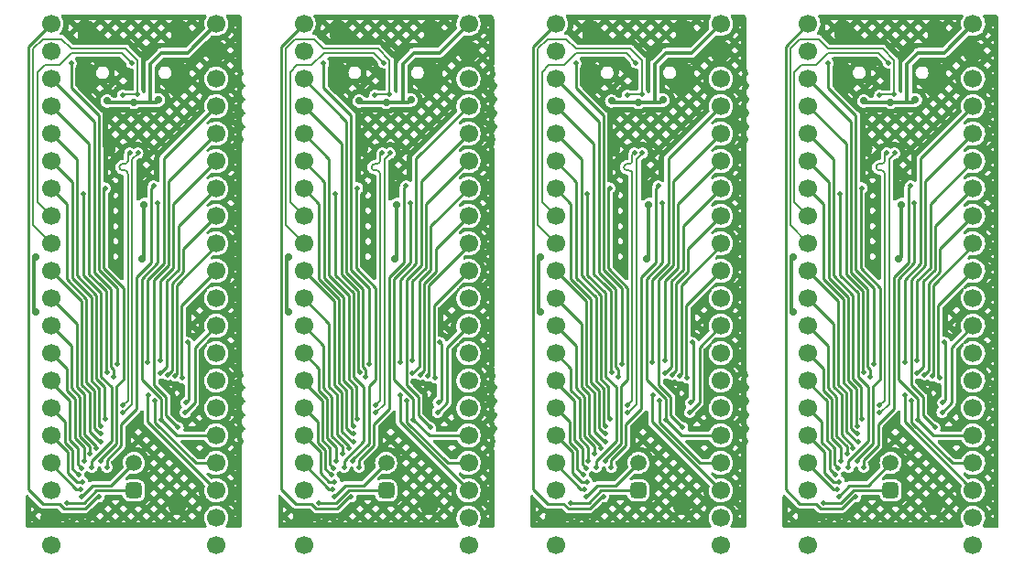
<source format=gbr>
G04 #@! TF.GenerationSoftware,KiCad,Pcbnew,(6.0.6)*
G04 #@! TF.CreationDate,2022-08-01T11:49:18+07:00*
G04 #@! TF.ProjectId,nRFpill,6e524670-696c-46c2-9e6b-696361645f70,rev?*
G04 #@! TF.SameCoordinates,Original*
G04 #@! TF.FileFunction,Copper,L2,Bot*
G04 #@! TF.FilePolarity,Positive*
%FSLAX46Y46*%
G04 Gerber Fmt 4.6, Leading zero omitted, Abs format (unit mm)*
G04 Created by KiCad (PCBNEW (6.0.6)) date 2022-08-01 11:49:18*
%MOMM*%
%LPD*%
G01*
G04 APERTURE LIST*
G04 Aperture macros list*
%AMRoundRect*
0 Rectangle with rounded corners*
0 $1 Rounding radius*
0 $2 $3 $4 $5 $6 $7 $8 $9 X,Y pos of 4 corners*
0 Add a 4 corners polygon primitive as box body*
4,1,4,$2,$3,$4,$5,$6,$7,$8,$9,$2,$3,0*
0 Add four circle primitives for the rounded corners*
1,1,$1+$1,$2,$3*
1,1,$1+$1,$4,$5*
1,1,$1+$1,$6,$7*
1,1,$1+$1,$8,$9*
0 Add four rect primitives between the rounded corners*
20,1,$1+$1,$2,$3,$4,$5,0*
20,1,$1+$1,$4,$5,$6,$7,0*
20,1,$1+$1,$6,$7,$8,$9,0*
20,1,$1+$1,$8,$9,$2,$3,0*%
G04 Aperture macros list end*
G04 #@! TA.AperFunction,ComponentPad*
%ADD10C,1.700000*%
G04 #@! TD*
G04 #@! TA.AperFunction,ComponentPad*
%ADD11O,1.000000X1.600000*%
G04 #@! TD*
G04 #@! TA.AperFunction,ComponentPad*
%ADD12O,1.000000X2.100000*%
G04 #@! TD*
G04 #@! TA.AperFunction,SMDPad,CuDef*
%ADD13C,1.500000*%
G04 #@! TD*
G04 #@! TA.AperFunction,SMDPad,CuDef*
%ADD14RoundRect,0.375000X0.375000X-0.375000X0.375000X0.375000X-0.375000X0.375000X-0.375000X-0.375000X0*%
G04 #@! TD*
G04 #@! TA.AperFunction,ViaPad*
%ADD15C,0.700000*%
G04 #@! TD*
G04 #@! TA.AperFunction,ViaPad*
%ADD16C,0.500000*%
G04 #@! TD*
G04 #@! TA.AperFunction,Conductor*
%ADD17C,0.350000*%
G04 #@! TD*
G04 #@! TA.AperFunction,Conductor*
%ADD18C,0.250000*%
G04 #@! TD*
G04 #@! TA.AperFunction,Conductor*
%ADD19C,0.200000*%
G04 #@! TD*
G04 APERTURE END LIST*
D10*
X58420000Y-29845000D03*
X58420000Y-32385000D03*
X58420000Y-34925000D03*
X58420000Y-37465000D03*
X58420000Y-40005000D03*
X58420000Y-42545000D03*
X58420000Y-45085000D03*
X58420000Y-47625000D03*
X58420000Y-50165000D03*
X58420000Y-52705000D03*
X58420000Y-55245000D03*
X58420000Y-57785000D03*
X58420000Y-60325000D03*
X58420000Y-62865000D03*
X58420000Y-65405000D03*
X58420000Y-67945000D03*
X58420000Y-70485000D03*
X58420000Y-73025000D03*
X58420000Y-75565000D03*
X58420000Y-78105000D03*
X43180000Y-29845000D03*
X43180000Y-32385000D03*
X43180000Y-34925000D03*
X43180000Y-37465000D03*
X43180000Y-40005000D03*
X43180000Y-42545000D03*
X43180000Y-45085000D03*
X43180000Y-47625000D03*
X43180000Y-50165000D03*
X43180000Y-52705000D03*
X43180000Y-55245000D03*
X43180000Y-57785000D03*
X43180000Y-60325000D03*
X43180000Y-62865000D03*
X43180000Y-65405000D03*
X43180000Y-67945000D03*
X43180000Y-70485000D03*
X43180000Y-73025000D03*
X43180000Y-75565000D03*
X43180000Y-78105000D03*
X89820000Y-29845000D03*
X89820000Y-32385000D03*
X89820000Y-34925000D03*
X89820000Y-37465000D03*
X89820000Y-40005000D03*
X89820000Y-42545000D03*
X89820000Y-45085000D03*
X89820000Y-47625000D03*
X89820000Y-50165000D03*
X89820000Y-52705000D03*
X89820000Y-55245000D03*
X89820000Y-57785000D03*
X89820000Y-60325000D03*
X89820000Y-62865000D03*
X89820000Y-65405000D03*
X89820000Y-67945000D03*
X89820000Y-70485000D03*
X89820000Y-73025000D03*
X89820000Y-75565000D03*
X89820000Y-78105000D03*
X105060000Y-29845000D03*
X105060000Y-32385000D03*
X105060000Y-34925000D03*
X105060000Y-37465000D03*
X105060000Y-40005000D03*
X105060000Y-42545000D03*
X105060000Y-45085000D03*
X105060000Y-47625000D03*
X105060000Y-50165000D03*
X105060000Y-52705000D03*
X105060000Y-55245000D03*
X105060000Y-57785000D03*
X105060000Y-60325000D03*
X105060000Y-62865000D03*
X105060000Y-65405000D03*
X105060000Y-67945000D03*
X105060000Y-70485000D03*
X105060000Y-73025000D03*
X105060000Y-75565000D03*
X105060000Y-78105000D03*
X113140000Y-29845000D03*
X113140000Y-32385000D03*
X113140000Y-34925000D03*
X113140000Y-37465000D03*
X113140000Y-40005000D03*
X113140000Y-42545000D03*
X113140000Y-45085000D03*
X113140000Y-47625000D03*
X113140000Y-50165000D03*
X113140000Y-52705000D03*
X113140000Y-55245000D03*
X113140000Y-57785000D03*
X113140000Y-60325000D03*
X113140000Y-62865000D03*
X113140000Y-65405000D03*
X113140000Y-67945000D03*
X113140000Y-70485000D03*
X113140000Y-73025000D03*
X113140000Y-75565000D03*
X113140000Y-78105000D03*
D11*
X116440000Y-30675000D03*
D12*
X125080000Y-34855000D03*
D11*
X125080000Y-30675000D03*
D12*
X116440000Y-34855000D03*
D10*
X128380000Y-29845000D03*
X128380000Y-32385000D03*
X128380000Y-34925000D03*
X128380000Y-37465000D03*
X128380000Y-40005000D03*
X128380000Y-42545000D03*
X128380000Y-45085000D03*
X128380000Y-47625000D03*
X128380000Y-50165000D03*
X128380000Y-52705000D03*
X128380000Y-55245000D03*
X128380000Y-57785000D03*
X128380000Y-60325000D03*
X128380000Y-62865000D03*
X128380000Y-65405000D03*
X128380000Y-67945000D03*
X128380000Y-70485000D03*
X128380000Y-73025000D03*
X128380000Y-75565000D03*
X128380000Y-78105000D03*
D11*
X55120000Y-30675000D03*
X46480000Y-30675000D03*
D12*
X46480000Y-34855000D03*
X55120000Y-34855000D03*
D11*
X69800000Y-30675000D03*
D12*
X78440000Y-34855000D03*
D11*
X78440000Y-30675000D03*
D12*
X69800000Y-34855000D03*
D10*
X66500000Y-29845000D03*
X66500000Y-32385000D03*
X66500000Y-34925000D03*
X66500000Y-37465000D03*
X66500000Y-40005000D03*
X66500000Y-42545000D03*
X66500000Y-45085000D03*
X66500000Y-47625000D03*
X66500000Y-50165000D03*
X66500000Y-52705000D03*
X66500000Y-55245000D03*
X66500000Y-57785000D03*
X66500000Y-60325000D03*
X66500000Y-62865000D03*
X66500000Y-65405000D03*
X66500000Y-67945000D03*
X66500000Y-70485000D03*
X66500000Y-73025000D03*
X66500000Y-75565000D03*
X66500000Y-78105000D03*
D12*
X93120000Y-34855000D03*
X101760000Y-34855000D03*
D11*
X101760000Y-30675000D03*
X93120000Y-30675000D03*
D10*
X81740000Y-29845000D03*
X81740000Y-32385000D03*
X81740000Y-34925000D03*
X81740000Y-37465000D03*
X81740000Y-40005000D03*
X81740000Y-42545000D03*
X81740000Y-45085000D03*
X81740000Y-47625000D03*
X81740000Y-50165000D03*
X81740000Y-52705000D03*
X81740000Y-55245000D03*
X81740000Y-57785000D03*
X81740000Y-60325000D03*
X81740000Y-62865000D03*
X81740000Y-65405000D03*
X81740000Y-67945000D03*
X81740000Y-70485000D03*
X81740000Y-73025000D03*
X81740000Y-75565000D03*
X81740000Y-78105000D03*
D13*
X120760000Y-70485000D03*
X50800000Y-70485000D03*
D14*
X50800000Y-73025000D03*
X97440000Y-73025000D03*
X74120000Y-73025000D03*
X120760000Y-73025000D03*
D13*
X74120000Y-70485000D03*
X97440000Y-70485000D03*
D15*
X94939626Y-41326658D03*
X118259626Y-41326658D03*
X78133200Y-74472800D03*
X101453200Y-74472800D03*
X54813200Y-74472800D03*
X48299626Y-41326658D03*
X124773200Y-74472800D03*
X71619626Y-41326658D03*
D16*
X102418731Y-59334400D03*
X125738731Y-59334400D03*
X55778731Y-59334400D03*
X102271830Y-64887881D03*
X78951830Y-64887881D03*
X125591830Y-64887881D03*
X79098731Y-59334400D03*
X55631830Y-64887881D03*
X74455155Y-36372638D03*
X51135155Y-36372638D03*
X73076420Y-36446420D03*
X97775155Y-36372638D03*
X119716420Y-36446420D03*
X96396420Y-36446420D03*
X121095155Y-36372638D03*
X49756420Y-36446420D03*
X120545655Y-33433956D03*
X73905655Y-33433956D03*
X97225655Y-33433956D03*
X50585655Y-33433956D03*
X99639420Y-46431200D03*
X123287492Y-66484308D03*
X99967492Y-66484308D03*
X122959420Y-46431200D03*
X53327492Y-66484308D03*
X76319420Y-46431200D03*
X52999420Y-46431200D03*
X76647492Y-66484308D03*
X119744000Y-65850503D03*
X121135000Y-41790998D03*
X96424000Y-65850503D03*
X49784000Y-65850503D03*
X51175000Y-41790998D03*
X73104000Y-65850503D03*
X74495000Y-41790998D03*
X97815000Y-41790998D03*
X97065000Y-41790998D03*
X120385000Y-41790998D03*
X119744000Y-65151000D03*
X73104000Y-65151000D03*
X50425000Y-41790998D03*
X96424000Y-65151000D03*
X49784000Y-65151000D03*
X73745000Y-41790998D03*
X115944184Y-73583919D03*
X92624184Y-73583919D03*
X45984184Y-73583919D03*
X69304184Y-73583919D03*
X91217000Y-74168000D03*
X114537000Y-74168000D03*
X44577000Y-74168000D03*
X67897000Y-74168000D03*
X70072040Y-69656815D03*
X93392040Y-69656815D03*
X46752040Y-69656815D03*
X116712040Y-69656815D03*
X78628885Y-62587365D03*
X55308885Y-62587365D03*
X101948885Y-62587365D03*
X125268885Y-62587365D03*
X124589720Y-62419916D03*
X54629720Y-62419916D03*
X77949720Y-62419916D03*
X101269720Y-62419916D03*
X53939795Y-62304561D03*
X100579795Y-62304561D03*
X77259795Y-62304561D03*
X123899795Y-62304561D03*
X53247816Y-62179200D03*
X99887816Y-62179200D03*
X123207816Y-62179200D03*
X76567816Y-62179200D03*
X53247816Y-60985400D03*
X76567816Y-60985400D03*
X123207816Y-60985400D03*
X99887816Y-60985400D03*
X75418816Y-61188600D03*
X52098816Y-61188600D03*
X122058816Y-61188600D03*
X98738816Y-61188600D03*
X95891715Y-61345789D03*
X45016356Y-33484756D03*
X49251715Y-61345789D03*
X119211715Y-61345789D03*
X68336356Y-33484756D03*
X91656356Y-33484756D03*
X72571715Y-61345789D03*
X114976356Y-33484756D03*
X72232447Y-62522474D03*
X118872447Y-62522474D03*
X48912447Y-62522474D03*
X95552447Y-62522474D03*
X118312675Y-62103000D03*
X48352675Y-62103000D03*
X94992675Y-62103000D03*
X71672675Y-62103000D03*
X71491140Y-66447934D03*
X48171140Y-66447934D03*
X94811140Y-66447934D03*
X118131140Y-66447934D03*
X47752000Y-67056000D03*
X71072000Y-67056000D03*
X117712000Y-67056000D03*
X94392000Y-67056000D03*
X47752000Y-67792600D03*
X71072000Y-67792600D03*
X117712000Y-67792600D03*
X94392000Y-67792600D03*
X117739090Y-68536638D03*
X94419090Y-68536638D03*
X71099090Y-68536638D03*
X47779090Y-68536638D03*
X70653236Y-69075635D03*
X93973236Y-69075635D03*
X47333236Y-69075635D03*
X117293236Y-69075635D03*
X69497540Y-70283646D03*
X46177540Y-70283646D03*
X92817540Y-70283646D03*
X116137540Y-70283646D03*
X45960815Y-70948728D03*
X92600815Y-70948728D03*
X115920815Y-70948728D03*
X69280815Y-70948728D03*
X92359661Y-71612434D03*
X115679661Y-71612434D03*
X69039661Y-71612434D03*
X45719661Y-71612434D03*
X46050498Y-72228755D03*
X69370498Y-72228755D03*
X92690498Y-72228755D03*
X116010498Y-72228755D03*
D15*
X65080462Y-56515000D03*
X50800000Y-37098500D03*
X121522000Y-51587400D03*
X94962456Y-36980156D03*
X123046000Y-36889526D03*
X74882000Y-51587400D03*
X65080462Y-51435000D03*
X118282456Y-36980156D03*
X111720462Y-56515000D03*
X121710409Y-46558200D03*
X74120000Y-37098500D03*
X53086000Y-36889526D03*
X98390409Y-46558200D03*
X88400462Y-56515000D03*
X51562000Y-51587400D03*
X51750409Y-46558200D03*
X48322456Y-36980156D03*
X88400462Y-51435000D03*
X71642456Y-36980156D03*
X99726000Y-36889526D03*
X76406000Y-36889526D03*
X98202000Y-51587400D03*
X120760000Y-37098500D03*
X75070409Y-46558200D03*
X41760462Y-56515000D03*
X111720462Y-51435000D03*
X97440000Y-37098500D03*
X41760462Y-51435000D03*
D16*
X99370726Y-64744274D03*
X52730726Y-64744274D03*
X76050726Y-64744274D03*
X122690726Y-64744274D03*
X75440800Y-64211200D03*
X122080800Y-64211200D03*
X52120800Y-64211200D03*
X98760800Y-64211200D03*
X115807000Y-72898000D03*
X69167000Y-72898000D03*
X45847000Y-72898000D03*
X92487000Y-72898000D03*
X46913800Y-70866000D03*
X46100649Y-45542200D03*
X116060649Y-45542200D03*
X93553800Y-70866000D03*
X92740649Y-45542200D03*
X70233800Y-70866000D03*
X116873800Y-70866000D03*
X69420649Y-45542200D03*
X118108700Y-45034200D03*
X117686601Y-70307202D03*
X71046601Y-70307202D03*
X71468700Y-45034200D03*
X47726601Y-70307202D03*
X48148700Y-45034200D03*
X94788700Y-45034200D03*
X94366601Y-70307202D03*
X122588800Y-44844098D03*
X48301101Y-70866000D03*
X94941101Y-70866000D03*
X118261101Y-70866000D03*
X71621101Y-70866000D03*
X52628800Y-44844098D03*
X75948800Y-44844098D03*
X99268800Y-44844098D03*
X78209400Y-67208400D03*
X101529400Y-67208400D03*
X124849400Y-67208400D03*
X54889400Y-67208400D03*
X125510498Y-65786000D03*
X78870498Y-65786000D03*
X102190498Y-65786000D03*
X55550498Y-65786000D03*
X70880641Y-73632411D03*
X47560641Y-73632411D03*
X117520641Y-73632411D03*
X94200641Y-73632411D03*
D17*
X94747600Y-41134632D02*
X94939626Y-41326658D01*
X93120000Y-34855000D02*
X93120000Y-36320000D01*
X93120000Y-36320000D02*
X94747600Y-37947600D01*
X118067600Y-41134632D02*
X118259626Y-41326658D01*
X94747600Y-37947600D02*
X94747600Y-41134632D01*
X71427600Y-41134632D02*
X71619626Y-41326658D01*
X118067600Y-37947600D02*
X118067600Y-41134632D01*
X46480000Y-34855000D02*
X46480000Y-36320000D01*
X46480000Y-36320000D02*
X48107600Y-37947600D01*
X48107600Y-41134632D02*
X48299626Y-41326658D01*
X48107600Y-37947600D02*
X48107600Y-41134632D01*
X116440000Y-34855000D02*
X116440000Y-36320000D01*
X69800000Y-34855000D02*
X69800000Y-36320000D01*
X69800000Y-36320000D02*
X71427600Y-37947600D01*
X116440000Y-36320000D02*
X118067600Y-37947600D01*
X71427600Y-37947600D02*
X71427600Y-41134632D01*
D18*
X79203396Y-59439065D02*
X79098731Y-59334400D01*
X55883396Y-64636315D02*
X55883396Y-59439065D01*
X55883396Y-59439065D02*
X55778731Y-59334400D01*
X125843396Y-59439065D02*
X125738731Y-59334400D01*
X79203396Y-64636315D02*
X79203396Y-59439065D01*
X78951830Y-64887881D02*
X79203396Y-64636315D01*
X102523396Y-59439065D02*
X102418731Y-59334400D01*
X55631830Y-64887881D02*
X55883396Y-64636315D01*
X102271830Y-64887881D02*
X102523396Y-64636315D01*
X102523396Y-64636315D02*
X102523396Y-59439065D01*
X125591830Y-64887881D02*
X125843396Y-64636315D01*
X125843396Y-64636315D02*
X125843396Y-59439065D01*
D19*
X73383400Y-32131000D02*
X68347993Y-32131001D01*
X41510481Y-32114881D02*
X41510481Y-48495481D01*
X67452481Y-31235489D02*
X65709873Y-31235489D01*
X112349873Y-31235489D02*
X111470481Y-32114881D01*
X119790202Y-36372638D02*
X121095155Y-36372638D01*
X49830202Y-36372638D02*
X51135155Y-36372638D01*
X121095155Y-33202755D02*
X120023400Y-32131000D01*
X65709873Y-31235489D02*
X64830481Y-32114881D01*
X50063400Y-32131000D02*
X45027993Y-32131001D01*
X74455155Y-33202755D02*
X73383400Y-32131000D01*
X114987993Y-32131001D02*
X114092481Y-31235489D01*
X96470202Y-36372638D02*
X97775155Y-36372638D01*
X111470481Y-32114881D02*
X111470481Y-48495481D01*
X96396420Y-36446420D02*
X96470202Y-36372638D01*
X111470481Y-48495481D02*
X113140000Y-50165000D01*
X88150481Y-32114881D02*
X88150481Y-48495481D01*
X41510481Y-48495481D02*
X43180000Y-50165000D01*
X89029873Y-31235489D02*
X88150481Y-32114881D01*
X90772481Y-31235489D02*
X89029873Y-31235489D01*
X73150202Y-36372638D02*
X74455155Y-36372638D01*
X49756420Y-36446420D02*
X49830202Y-36372638D01*
X121095155Y-36372638D02*
X121095155Y-33202755D01*
X64830481Y-48495481D02*
X66500000Y-50165000D01*
X45027993Y-32131001D02*
X44132481Y-31235489D01*
X74455155Y-36372638D02*
X74455155Y-33202755D01*
X88150481Y-48495481D02*
X89820000Y-50165000D01*
X68347993Y-32131001D02*
X67452481Y-31235489D01*
X51135155Y-33202755D02*
X50063400Y-32131000D01*
X42389873Y-31235489D02*
X41510481Y-32114881D01*
X51135155Y-36372638D02*
X51135155Y-33202755D01*
X97775155Y-36372638D02*
X97775155Y-33202755D01*
X91667993Y-32131001D02*
X90772481Y-31235489D01*
X96703400Y-32131000D02*
X91667993Y-32131001D01*
X119716420Y-36446420D02*
X119790202Y-36372638D01*
X120023400Y-32131000D02*
X114987993Y-32131001D01*
X73076420Y-36446420D02*
X73150202Y-36372638D01*
X97775155Y-33202755D02*
X96703400Y-32131000D01*
X64830481Y-32114881D02*
X64830481Y-48495481D01*
X114092481Y-31235489D02*
X112349873Y-31235489D01*
X44132481Y-31235489D02*
X42389873Y-31235489D01*
X68361080Y-32530520D02*
X67236600Y-33655000D01*
X111870000Y-34290000D02*
X111870000Y-46355000D01*
X43916600Y-33655000D02*
X42545000Y-33655000D01*
X113876600Y-33655000D02*
X112505000Y-33655000D01*
X96322219Y-32530520D02*
X91681080Y-32530520D01*
X42545000Y-33655000D02*
X41910000Y-34290000D01*
X65230000Y-34290000D02*
X65230000Y-46355000D01*
X88550000Y-34290000D02*
X88550000Y-46355000D01*
X112505000Y-33655000D02*
X111870000Y-34290000D01*
X65230000Y-46355000D02*
X66500000Y-47625000D01*
X73905655Y-33433956D02*
X73002219Y-32530520D01*
X41910000Y-46355000D02*
X43180000Y-47625000D01*
X65865000Y-33655000D02*
X65230000Y-34290000D01*
X67236600Y-33655000D02*
X65865000Y-33655000D01*
X97225655Y-33433956D02*
X96322219Y-32530520D01*
X119642219Y-32530520D02*
X115001080Y-32530520D01*
X50585655Y-33433956D02*
X49682219Y-32530520D01*
X49682219Y-32530520D02*
X45041080Y-32530520D01*
X73002219Y-32530520D02*
X68361080Y-32530520D01*
X111870000Y-46355000D02*
X113140000Y-47625000D01*
X90556600Y-33655000D02*
X89185000Y-33655000D01*
X120545655Y-33433956D02*
X119642219Y-32530520D01*
X115001080Y-32530520D02*
X113876600Y-33655000D01*
X89185000Y-33655000D02*
X88550000Y-34290000D01*
X41910000Y-34290000D02*
X41910000Y-46355000D01*
X88550000Y-46355000D02*
X89820000Y-47625000D01*
X91681080Y-32530520D02*
X90556600Y-33655000D01*
X45041080Y-32530520D02*
X43916600Y-33655000D01*
D18*
X53327492Y-66484308D02*
X53327492Y-66484692D01*
X99967492Y-64528574D02*
X99967492Y-66484308D01*
X74844294Y-53443327D02*
X74844294Y-62725376D01*
X78107800Y-67945000D02*
X81740000Y-67945000D01*
X51524294Y-62725376D02*
X53327492Y-64528574D01*
X123287492Y-64528574D02*
X123287492Y-66484308D01*
X124747800Y-67945000D02*
X128380000Y-67945000D01*
X122959420Y-46431200D02*
X122959420Y-51968201D01*
X121484294Y-62725376D02*
X123287492Y-64528574D01*
X99967492Y-66484308D02*
X99967492Y-66484692D01*
X76647492Y-64528574D02*
X76647492Y-66484308D01*
X99967492Y-66484692D02*
X101427800Y-67945000D01*
X123287492Y-66484692D02*
X124747800Y-67945000D01*
X74844294Y-62725376D02*
X76647492Y-64528574D01*
X121484294Y-53443327D02*
X121484294Y-62725376D01*
X99639420Y-46431200D02*
X99639420Y-51968201D01*
X54787800Y-67945000D02*
X58420000Y-67945000D01*
X53327492Y-66484692D02*
X54787800Y-67945000D01*
X123287492Y-66484308D02*
X123287492Y-66484692D01*
X99639420Y-51968201D02*
X98164294Y-53443327D01*
X98164294Y-53443327D02*
X98164294Y-62725376D01*
X76647492Y-66484308D02*
X76647492Y-66484692D01*
X76319420Y-46431200D02*
X76319420Y-51968201D01*
X51524294Y-53443327D02*
X51524294Y-62725376D01*
X52999420Y-51968201D02*
X51524294Y-53443327D01*
X52999420Y-46431200D02*
X52999420Y-51968201D01*
X76319420Y-51968201D02*
X74844294Y-53443327D01*
X76647492Y-66484692D02*
X78107800Y-67945000D01*
X101427800Y-67945000D02*
X105060000Y-67945000D01*
X122959420Y-51968201D02*
X121484294Y-53443327D01*
X53327492Y-64528574D02*
X53327492Y-66484308D01*
X98164294Y-62725376D02*
X99967492Y-64528574D01*
D19*
X73970266Y-65061861D02*
X73970266Y-42342859D01*
X74495000Y-41818125D02*
X74495000Y-41790998D01*
X49784000Y-65850503D02*
X49861624Y-65850503D01*
X73181624Y-65850503D02*
X73970266Y-65061861D01*
X51175000Y-41818125D02*
X51175000Y-41790998D01*
X50650266Y-42342859D02*
X51175000Y-41818125D01*
X97290266Y-65061861D02*
X97290266Y-42342859D01*
X97815000Y-41818125D02*
X97815000Y-41790998D01*
X121135000Y-41818125D02*
X121135000Y-41790998D01*
X97290266Y-42342859D02*
X97815000Y-41818125D01*
X120610266Y-65061861D02*
X120610266Y-42342859D01*
X119744000Y-65850503D02*
X119821624Y-65850503D01*
X73970266Y-42342859D02*
X74495000Y-41818125D01*
X49861624Y-65850503D02*
X50650266Y-65061861D01*
X96501624Y-65850503D02*
X97290266Y-65061861D01*
X73104000Y-65850503D02*
X73181624Y-65850503D01*
X120610266Y-42342859D02*
X121135000Y-41818125D01*
X96424000Y-65850503D02*
X96501624Y-65850503D01*
X119821624Y-65850503D02*
X120610266Y-65061861D01*
X50650266Y-65061861D02*
X50650266Y-42342859D01*
X49784000Y-65151000D02*
X50250746Y-64684254D01*
X73270746Y-43403854D02*
X73075219Y-43403854D01*
X119715219Y-42803854D02*
X119910746Y-42803854D01*
X120210746Y-64684254D02*
X120210746Y-43703854D01*
X73570746Y-64684254D02*
X73570746Y-43703854D01*
X120210746Y-42503854D02*
X120210746Y-42453854D01*
X96890746Y-42453854D02*
X96890746Y-41965252D01*
X119744000Y-65151000D02*
X120210746Y-64684254D01*
X50250746Y-42503854D02*
X50250746Y-42453854D01*
X49755219Y-42803854D02*
X49950746Y-42803854D01*
X73075219Y-42803854D02*
X73270746Y-42803854D01*
X50250746Y-42453854D02*
X50250746Y-41965252D01*
X96890746Y-64684254D02*
X96890746Y-43703854D01*
X120210746Y-41965252D02*
X120385000Y-41790998D01*
X50250746Y-64684254D02*
X50250746Y-43703854D01*
X120210746Y-42453854D02*
X120210746Y-41965252D01*
X96424000Y-65151000D02*
X96890746Y-64684254D01*
X73570746Y-42503854D02*
X73570746Y-42453854D01*
X73570746Y-42453854D02*
X73570746Y-41965252D01*
X73104000Y-65151000D02*
X73570746Y-64684254D01*
X50250746Y-41965252D02*
X50425000Y-41790998D01*
X96890746Y-42503854D02*
X96890746Y-42453854D01*
X73570746Y-41965252D02*
X73745000Y-41790998D01*
X96890746Y-41965252D02*
X97065000Y-41790998D01*
X119910746Y-43403854D02*
X119715219Y-43403854D01*
X49950746Y-43403854D02*
X49755219Y-43403854D01*
X96590746Y-43403854D02*
X96395219Y-43403854D01*
X96395219Y-42803854D02*
X96590746Y-42803854D01*
X120210654Y-42503854D02*
G75*
G02*
X119910746Y-42803854I-299954J-46D01*
G01*
X49755219Y-42803919D02*
G75*
G03*
X49455219Y-43103854I-19J-299981D01*
G01*
X49950746Y-43403854D02*
G75*
G02*
X50250746Y-43703854I-46J-300046D01*
G01*
X96590746Y-43403854D02*
G75*
G02*
X96890746Y-43703854I-46J-300046D01*
G01*
X119910746Y-43403854D02*
G75*
G02*
X120210746Y-43703854I-46J-300046D01*
G01*
X96095246Y-43103854D02*
G75*
G03*
X96395219Y-43403854I299954J-46D01*
G01*
X49455246Y-43103854D02*
G75*
G03*
X49755219Y-43403854I299954J-46D01*
G01*
X119415246Y-43103854D02*
G75*
G03*
X119715219Y-43403854I299954J-46D01*
G01*
X119715219Y-42803919D02*
G75*
G03*
X119415219Y-43103854I-19J-299981D01*
G01*
X73075219Y-42803919D02*
G75*
G03*
X72775219Y-43103854I-19J-299981D01*
G01*
X72775246Y-43103854D02*
G75*
G03*
X73075219Y-43403854I299954J-46D01*
G01*
X96890654Y-42503854D02*
G75*
G02*
X96590746Y-42803854I-299954J-46D01*
G01*
X73570654Y-42503854D02*
G75*
G02*
X73270746Y-42803854I-299954J-46D01*
G01*
X50250654Y-42503854D02*
G75*
G02*
X49950746Y-42803854I-299954J-46D01*
G01*
X96395219Y-42803919D02*
G75*
G03*
X96095219Y-43103854I-19J-299981D01*
G01*
X73270746Y-43403854D02*
G75*
G02*
X73570746Y-43703854I-46J-300046D01*
G01*
D18*
X92624184Y-73583919D02*
X93632623Y-72575480D01*
X118669520Y-72575480D02*
X120760000Y-70485000D01*
X115944184Y-73583919D02*
X116952623Y-72575480D01*
X48709520Y-72575480D02*
X50800000Y-70485000D01*
X116952623Y-72575480D02*
X118669520Y-72575480D01*
X95349520Y-72575480D02*
X97440000Y-70485000D01*
X93632623Y-72575480D02*
X95349520Y-72575480D01*
X45984184Y-73583919D02*
X46992623Y-72575480D01*
X70312623Y-72575480D02*
X72029520Y-72575480D01*
X46992623Y-72575480D02*
X48709520Y-72575480D01*
X72029520Y-72575480D02*
X74120000Y-70485000D01*
X69304184Y-73583919D02*
X70312623Y-72575480D01*
X117315585Y-73025000D02*
X120760000Y-73025000D01*
X67897000Y-74168000D02*
X69532585Y-74168000D01*
X116172585Y-74168000D02*
X117315585Y-73025000D01*
X70675585Y-73025000D02*
X74120000Y-73025000D01*
X114537000Y-74168000D02*
X116172585Y-74168000D01*
X47355585Y-73025000D02*
X50800000Y-73025000D01*
X46212585Y-74168000D02*
X47355585Y-73025000D01*
X44577000Y-74168000D02*
X46212585Y-74168000D01*
X92852585Y-74168000D02*
X93995585Y-73025000D01*
X93995585Y-73025000D02*
X97440000Y-73025000D01*
X91217000Y-74168000D02*
X92852585Y-74168000D01*
X69532585Y-74168000D02*
X70675585Y-73025000D01*
X115758559Y-64339124D02*
X114986520Y-63567085D01*
X114986520Y-59631520D02*
X113140000Y-57785000D01*
X93392040Y-69656815D02*
X93392040Y-68974170D01*
X46752040Y-68974170D02*
X45798560Y-68020690D01*
X69118560Y-68020690D02*
X69118559Y-64339124D01*
X92438559Y-64339124D02*
X91666520Y-63567085D01*
X45026520Y-59631520D02*
X43180000Y-57785000D01*
X91666520Y-63567085D02*
X91666520Y-59631520D01*
X115758560Y-68020690D02*
X115758559Y-64339124D01*
X116712040Y-69656815D02*
X116712040Y-68974170D01*
X70072040Y-69656815D02*
X70072040Y-68974170D01*
X91666520Y-59631520D02*
X89820000Y-57785000D01*
X45798559Y-64339124D02*
X45026520Y-63567085D01*
X114986520Y-63567085D02*
X114986520Y-59631520D01*
X93392040Y-68974170D02*
X92438560Y-68020690D01*
X116712040Y-68974170D02*
X115758560Y-68020690D01*
X68346520Y-63567085D02*
X68346520Y-59631520D01*
X70072040Y-68974170D02*
X69118560Y-68020690D01*
X68346520Y-59631520D02*
X66500000Y-57785000D01*
X46752040Y-69656815D02*
X46752040Y-68974170D01*
X45798560Y-68020690D02*
X45798559Y-64339124D01*
X92438560Y-68020690D02*
X92438559Y-64339124D01*
X69118559Y-64339124D02*
X68346520Y-63567085D01*
X45026520Y-63567085D02*
X45026520Y-59631520D01*
X101844231Y-55920769D02*
X105060000Y-52705000D01*
X125164231Y-55920769D02*
X128380000Y-52705000D01*
X78628885Y-62587365D02*
X78524231Y-62482711D01*
X55204231Y-62482711D02*
X55204231Y-55920769D01*
X101844231Y-62482711D02*
X101844231Y-55920769D01*
X125268885Y-62587365D02*
X125164231Y-62482711D01*
X55204231Y-55920769D02*
X58420000Y-52705000D01*
X55308885Y-62587365D02*
X55204231Y-62482711D01*
X78524231Y-55920769D02*
X81740000Y-52705000D01*
X125164231Y-62482711D02*
X125164231Y-55920769D01*
X101948885Y-62587365D02*
X101844231Y-62482711D01*
X78524231Y-62482711D02*
X78524231Y-55920769D01*
X78074711Y-54027214D02*
X81740000Y-50361925D01*
X128380000Y-50361925D02*
X128380000Y-50165000D01*
X81740000Y-50361925D02*
X81740000Y-50165000D01*
X78074711Y-62294925D02*
X78074711Y-54027214D01*
X124714711Y-54027214D02*
X128380000Y-50361925D01*
X101269720Y-62419916D02*
X101394711Y-62294925D01*
X58420000Y-50361925D02*
X58420000Y-50165000D01*
X54754711Y-54027214D02*
X58420000Y-50361925D01*
X124714711Y-62294925D02*
X124714711Y-54027214D01*
X101394711Y-54027214D02*
X105060000Y-50361925D01*
X101394711Y-62294925D02*
X101394711Y-54027214D01*
X77949720Y-62419916D02*
X78074711Y-62294925D01*
X124589720Y-62419916D02*
X124714711Y-62294925D01*
X54754711Y-62294925D02*
X54754711Y-54027214D01*
X54629720Y-62419916D02*
X54754711Y-62294925D01*
X105060000Y-50361925D02*
X105060000Y-50165000D01*
X124015209Y-62189147D02*
X124015209Y-62181945D01*
X55372000Y-52774208D02*
X55372000Y-50673000D01*
X78692000Y-52774208D02*
X78692000Y-50673000D01*
X102012000Y-50673000D02*
X105060000Y-47625000D01*
X77259795Y-62304561D02*
X77375209Y-62189147D01*
X54055209Y-62189147D02*
X54055209Y-62181945D01*
X55372000Y-50673000D02*
X58420000Y-47625000D01*
X77625191Y-61931963D02*
X77625191Y-53841017D01*
X125332000Y-50673000D02*
X128380000Y-47625000D01*
X124265191Y-61931963D02*
X124265191Y-53841017D01*
X125332000Y-52774208D02*
X125332000Y-50673000D01*
X54305191Y-61931963D02*
X54305191Y-53841017D01*
X77375209Y-62189147D02*
X77375209Y-62181945D01*
X123899795Y-62304561D02*
X124015209Y-62189147D01*
X77625191Y-53841017D02*
X78692000Y-52774208D01*
X78692000Y-50673000D02*
X81740000Y-47625000D01*
X100695209Y-62181945D02*
X100945191Y-61931963D01*
X77375209Y-62181945D02*
X77625191Y-61931963D01*
X53939795Y-62304561D02*
X54055209Y-62189147D01*
X100695209Y-62189147D02*
X100695209Y-62181945D01*
X54055209Y-62181945D02*
X54305191Y-61931963D01*
X100945191Y-53841017D02*
X102012000Y-52774208D01*
X102012000Y-52774208D02*
X102012000Y-50673000D01*
X100945191Y-61931963D02*
X100945191Y-53841017D01*
X54305191Y-53841017D02*
X55372000Y-52774208D01*
X100579795Y-62304561D02*
X100695209Y-62189147D01*
X124015209Y-62181945D02*
X124265191Y-61931963D01*
X124265191Y-53841017D02*
X125332000Y-52774208D01*
X100495671Y-61566998D02*
X100495671Y-53654820D01*
X99887816Y-62174853D02*
X100495671Y-61566998D01*
X123815671Y-61566998D02*
X123815671Y-53654820D01*
X101562480Y-52588011D02*
X101562480Y-48582520D01*
X101562480Y-48582520D02*
X105060000Y-45085000D01*
X124882480Y-48582520D02*
X128380000Y-45085000D01*
X54922480Y-48582520D02*
X58420000Y-45085000D01*
X77175671Y-53654820D02*
X78242480Y-52588011D01*
X53247816Y-62174853D02*
X53855671Y-61566998D01*
X78242480Y-48582520D02*
X81740000Y-45085000D01*
X54922480Y-52588011D02*
X54922480Y-48582520D01*
X123815671Y-53654820D02*
X124882480Y-52588011D01*
X53855671Y-61566998D02*
X53855671Y-53654820D01*
X53855671Y-53654820D02*
X54922480Y-52588011D01*
X78242480Y-52588011D02*
X78242480Y-48582520D01*
X77175671Y-61566998D02*
X77175671Y-53654820D01*
X99887816Y-62179200D02*
X99887816Y-62174853D01*
X53247816Y-62179200D02*
X53247816Y-62174853D01*
X76567816Y-62179200D02*
X76567816Y-62174853D01*
X123207816Y-62174853D02*
X123815671Y-61566998D01*
X124882480Y-52588011D02*
X124882480Y-48582520D01*
X100495671Y-53654820D02*
X101562480Y-52588011D01*
X76567816Y-62174853D02*
X77175671Y-61566998D01*
X123207816Y-62179200D02*
X123207816Y-62174853D01*
X54472960Y-52401813D02*
X54472960Y-46492040D01*
X124432960Y-52401813D02*
X124432960Y-46492040D01*
X76567816Y-60985400D02*
X76567816Y-53626957D01*
X101112960Y-46492040D02*
X105060000Y-42545000D01*
X123207816Y-53626957D02*
X124432960Y-52401813D01*
X101112960Y-52401813D02*
X101112960Y-46492040D01*
X53247816Y-60985400D02*
X53247816Y-53626957D01*
X77792960Y-46492040D02*
X81740000Y-42545000D01*
X54472960Y-46492040D02*
X58420000Y-42545000D01*
X123207816Y-60985400D02*
X123207816Y-53626957D01*
X99887816Y-60985400D02*
X99887816Y-53626957D01*
X124432960Y-46492040D02*
X128380000Y-42545000D01*
X76567816Y-53626957D02*
X77792960Y-52401813D01*
X77792960Y-52401813D02*
X77792960Y-46492040D01*
X99887816Y-53626957D02*
X101112960Y-52401813D01*
X53247816Y-53626957D02*
X54472960Y-52401813D01*
X100213920Y-42311080D02*
X105060000Y-37465000D01*
X76893920Y-42311080D02*
X81740000Y-37465000D01*
X122058816Y-61188600D02*
X122058805Y-61188589D01*
X76893920Y-52029419D02*
X76893920Y-42311080D01*
X123533920Y-42311080D02*
X128380000Y-37465000D01*
X52098816Y-61188600D02*
X52098805Y-61188589D01*
X100213920Y-52029419D02*
X100213920Y-42311080D01*
X75418805Y-61188589D02*
X75418805Y-53504535D01*
X122058805Y-61188589D02*
X122058805Y-53504535D01*
X53573920Y-52029419D02*
X53573920Y-42311080D01*
X75418816Y-61188600D02*
X75418805Y-61188589D01*
X53573920Y-42311080D02*
X58420000Y-37465000D01*
X98738816Y-61188600D02*
X98738805Y-61188589D01*
X122058805Y-53504535D02*
X123533920Y-52029419D01*
X52098805Y-61188589D02*
X52098805Y-53504535D01*
X123533920Y-52029419D02*
X123533920Y-42311080D01*
X52098805Y-53504535D02*
X53573920Y-52029419D01*
X98738805Y-53504535D02*
X100213920Y-52029419D01*
X98738805Y-61188589D02*
X98738805Y-53504535D01*
X75418805Y-53504535D02*
X76893920Y-52029419D01*
X94214200Y-38302482D02*
X94214200Y-52649174D01*
X117534200Y-52649174D02*
X119211715Y-54326689D01*
X68336356Y-35744638D02*
X70894200Y-38302482D01*
X45016356Y-33484756D02*
X45016356Y-35744638D01*
X114976356Y-33484756D02*
X114976356Y-35744638D01*
X94214200Y-52649174D02*
X95891715Y-54326689D01*
X70894200Y-52649174D02*
X72571715Y-54326689D01*
X47574200Y-52649174D02*
X49251715Y-54326689D01*
X70894200Y-38302482D02*
X70894200Y-52649174D01*
X68336356Y-33484756D02*
X68336356Y-35744638D01*
X114976356Y-35744638D02*
X117534200Y-38302482D01*
X47574200Y-38302482D02*
X47574200Y-52649174D01*
X91656356Y-35744638D02*
X94214200Y-38302482D01*
X119211715Y-54326689D02*
X119211715Y-61345789D01*
X49251715Y-54326689D02*
X49251715Y-61345789D01*
X72571715Y-54326689D02*
X72571715Y-61345789D01*
X45016356Y-35744638D02*
X47574200Y-38302482D01*
X117534200Y-38302482D02*
X117534200Y-52649174D01*
X95891715Y-54326689D02*
X95891715Y-61345789D01*
X91656356Y-33484756D02*
X91656356Y-35744638D01*
X117084680Y-52835371D02*
X117084680Y-38869680D01*
X72247186Y-61865029D02*
X71997215Y-61615058D01*
X118872447Y-62522474D02*
X118872447Y-62355710D01*
X47124680Y-38869680D02*
X43180000Y-34925000D01*
X48927186Y-61865029D02*
X48677215Y-61615058D01*
X93764680Y-52835371D02*
X93764680Y-38869680D01*
X95552447Y-62522474D02*
X95552447Y-62355710D01*
X70444680Y-52835371D02*
X70444680Y-38869680D01*
X71997215Y-61615058D02*
X71997216Y-54387909D01*
X95317215Y-61615058D02*
X95317216Y-54387909D01*
X48912447Y-62355710D02*
X48927186Y-62340971D01*
X72247186Y-62340971D02*
X72247186Y-61865029D01*
X93764680Y-38869680D02*
X89820000Y-34925000D01*
X95552447Y-62355710D02*
X95567186Y-62340971D01*
X72232447Y-62355710D02*
X72247186Y-62340971D01*
X48677216Y-54387909D02*
X47124680Y-52835371D01*
X48677215Y-61615058D02*
X48677216Y-54387909D01*
X118637216Y-54387909D02*
X117084680Y-52835371D01*
X70444680Y-38869680D02*
X66500000Y-34925000D01*
X118887186Y-62340971D02*
X118887186Y-61865029D01*
X47124680Y-52835371D02*
X47124680Y-38869680D01*
X118872447Y-62355710D02*
X118887186Y-62340971D01*
X72232447Y-62522474D02*
X72232447Y-62355710D01*
X48927186Y-62340971D02*
X48927186Y-61865029D01*
X118637215Y-61615058D02*
X118637216Y-54387909D01*
X117084680Y-38869680D02*
X113140000Y-34925000D01*
X118887186Y-61865029D02*
X118637215Y-61615058D01*
X95317216Y-54387909D02*
X93764680Y-52835371D01*
X71997216Y-54387909D02*
X70444680Y-52835371D01*
X95567186Y-62340971D02*
X95567186Y-61865029D01*
X95567186Y-61865029D02*
X95317215Y-61615058D01*
X48912447Y-62522474D02*
X48912447Y-62355710D01*
X47650400Y-53996809D02*
X46675160Y-53021569D01*
X118187695Y-61978020D02*
X118187696Y-54574107D01*
X46675160Y-40960160D02*
X43180000Y-37465000D01*
X48227695Y-61978020D02*
X48227696Y-54574107D01*
X94867695Y-61978020D02*
X94867696Y-54574107D01*
X71672675Y-62103000D02*
X71547695Y-61978020D01*
X116635160Y-53021569D02*
X116635160Y-40960160D01*
X93315160Y-40960160D02*
X89820000Y-37465000D01*
X70970400Y-53996809D02*
X69995160Y-53021569D01*
X117610400Y-53996809D02*
X116635160Y-53021569D01*
X116635160Y-40960160D02*
X113140000Y-37465000D01*
X118312675Y-62103000D02*
X118187695Y-61978020D01*
X69995160Y-53021569D02*
X69995160Y-40960160D01*
X69995160Y-40960160D02*
X66500000Y-37465000D01*
X71547695Y-61978020D02*
X71547696Y-54574107D01*
X46675160Y-53021569D02*
X46675160Y-40960160D01*
X94290400Y-53996809D02*
X93315160Y-53021569D01*
X48352675Y-62103000D02*
X48227695Y-61978020D01*
X94992675Y-62103000D02*
X94867695Y-61978020D01*
X93315160Y-53021569D02*
X93315160Y-40960160D01*
X94867696Y-54574107D02*
X94290400Y-53996809D01*
X71547696Y-54574107D02*
X70970400Y-53996809D01*
X48227696Y-54574107D02*
X47650400Y-53996809D01*
X118187696Y-54574107D02*
X117610400Y-53996809D01*
X70648656Y-54946502D02*
X68846149Y-53143995D01*
X48171140Y-66447934D02*
X48046160Y-66322954D01*
X94811140Y-66447934D02*
X94686160Y-66322954D01*
X47328656Y-54946502D02*
X45526149Y-53143995D01*
X68846149Y-53143995D02*
X68846149Y-42351149D01*
X71366158Y-63408134D02*
X70648655Y-62690632D01*
X48046158Y-63408134D02*
X47328655Y-62690632D01*
X71491140Y-66447934D02*
X71366160Y-66322954D01*
X68846149Y-42351149D02*
X66500000Y-40005000D01*
X117288655Y-62690632D02*
X117288656Y-54946502D01*
X118006158Y-63408134D02*
X117288655Y-62690632D01*
X118006160Y-66322954D02*
X118006158Y-63408134D01*
X94686160Y-66322954D02*
X94686158Y-63408134D01*
X93968656Y-54946502D02*
X92166149Y-53143995D01*
X92166149Y-53143995D02*
X92166149Y-42351149D01*
X45526149Y-53143995D02*
X45526149Y-42351149D01*
X45526149Y-42351149D02*
X43180000Y-40005000D01*
X118131140Y-66447934D02*
X118006160Y-66322954D01*
X70648655Y-62690632D02*
X70648656Y-54946502D01*
X117288656Y-54946502D02*
X115486149Y-53143995D01*
X47328655Y-62690632D02*
X47328656Y-54946502D01*
X94686158Y-63408134D02*
X93968655Y-62690632D01*
X92166149Y-42351149D02*
X89820000Y-40005000D01*
X115486149Y-42351149D02*
X113140000Y-40005000D01*
X115486149Y-53143995D02*
X115486149Y-42351149D01*
X48046160Y-66322954D02*
X48046158Y-63408134D01*
X71366160Y-66322954D02*
X71366158Y-63408134D01*
X93968655Y-62690632D02*
X93968656Y-54946502D01*
X94236640Y-66167000D02*
X94236638Y-63594332D01*
X94392000Y-67056000D02*
X94236640Y-66900640D01*
X117556638Y-63594332D02*
X116839136Y-62876830D01*
X91716629Y-53330192D02*
X91716629Y-44441629D01*
X45076629Y-44441629D02*
X43180000Y-42545000D01*
X70199136Y-55132700D02*
X68396629Y-53330192D01*
X47596638Y-63594332D02*
X46879136Y-62876830D01*
X93519136Y-62876830D02*
X93519136Y-55132700D01*
X116839136Y-62876830D02*
X116839136Y-55132700D01*
X70916638Y-63594332D02*
X70199136Y-62876830D01*
X68396629Y-44441629D02*
X66500000Y-42545000D01*
X47596640Y-66900640D02*
X47596640Y-66167000D01*
X117712000Y-67056000D02*
X117556640Y-66900640D01*
X94236640Y-66900640D02*
X94236640Y-66167000D01*
X117556640Y-66167000D02*
X117556638Y-63594332D01*
X70199136Y-62876830D02*
X70199136Y-55132700D01*
X115036629Y-44441629D02*
X113140000Y-42545000D01*
X116839136Y-55132700D02*
X115036629Y-53330192D01*
X70916640Y-66900640D02*
X70916640Y-66167000D01*
X91716629Y-44441629D02*
X89820000Y-42545000D01*
X46879136Y-62876830D02*
X46879136Y-55132700D01*
X46879136Y-55132700D02*
X45076629Y-53330192D01*
X117556640Y-66900640D02*
X117556640Y-66167000D01*
X115036629Y-53330192D02*
X115036629Y-44441629D01*
X93519136Y-55132700D02*
X91716629Y-53330192D01*
X47596640Y-66167000D02*
X47596638Y-63594332D01*
X68396629Y-53330192D02*
X68396629Y-44441629D01*
X45076629Y-53330192D02*
X45076629Y-44441629D01*
X47752000Y-67056000D02*
X47596640Y-66900640D01*
X70916640Y-66167000D02*
X70916638Y-63594332D01*
X94236638Y-63594332D02*
X93519136Y-62876830D01*
X71072000Y-67056000D02*
X70916640Y-66900640D01*
X47752000Y-67792600D02*
X47654356Y-67792600D01*
X46429616Y-55318898D02*
X44577000Y-53466282D01*
X47147119Y-67285363D02*
X47147119Y-63780530D01*
X70467119Y-63780530D02*
X69749616Y-63063028D01*
X93069616Y-63063028D02*
X93069616Y-55318898D01*
X116389616Y-63063028D02*
X116389616Y-55318898D01*
X67897000Y-53466282D02*
X67897000Y-46482000D01*
X91217000Y-46482000D02*
X89820000Y-45085000D01*
X44577000Y-53466282D02*
X44577000Y-46482000D01*
X47654356Y-67792600D02*
X47147119Y-67285363D01*
X67897000Y-46482000D02*
X66500000Y-45085000D01*
X44577000Y-46482000D02*
X43180000Y-45085000D01*
X70467119Y-67285363D02*
X70467119Y-63780530D01*
X114537000Y-53466282D02*
X114537000Y-46482000D01*
X116389616Y-55318898D02*
X114537000Y-53466282D01*
X93787119Y-63780530D02*
X93069616Y-63063028D01*
X117614356Y-67792600D02*
X117107119Y-67285363D01*
X94392000Y-67792600D02*
X94294356Y-67792600D01*
X71072000Y-67792600D02*
X70974356Y-67792600D01*
X94294356Y-67792600D02*
X93787119Y-67285363D01*
X69749616Y-55318898D02*
X67897000Y-53466282D01*
X91217000Y-53466282D02*
X91217000Y-46482000D01*
X93069616Y-55318898D02*
X91217000Y-53466282D01*
X69749616Y-63063028D02*
X69749616Y-55318898D01*
X46429616Y-63063028D02*
X46429616Y-55318898D01*
X114537000Y-46482000D02*
X113140000Y-45085000D01*
X117712000Y-67792600D02*
X117614356Y-67792600D01*
X117107119Y-63780530D02*
X116389616Y-63063028D01*
X70974356Y-67792600D02*
X70467119Y-67285363D01*
X47147119Y-63780530D02*
X46429616Y-63063028D01*
X93787119Y-67285363D02*
X93787119Y-63780530D01*
X117107119Y-67285363D02*
X117107119Y-63780530D01*
X45980096Y-63249225D02*
X45980096Y-55505096D01*
X116657599Y-67550681D02*
X116657599Y-63966728D01*
X115940096Y-63249225D02*
X115940096Y-55505096D01*
X70017599Y-67550681D02*
X70017599Y-63966728D01*
X69300096Y-55505096D02*
X66500000Y-52705000D01*
X93337599Y-63966728D02*
X92620096Y-63249225D01*
X46697599Y-67550681D02*
X46697599Y-63966728D01*
X116657599Y-63966728D02*
X115940096Y-63249225D01*
X46697599Y-63966728D02*
X45980096Y-63249225D01*
X47683556Y-68536638D02*
X46697599Y-67550681D01*
X117643556Y-68536638D02*
X116657599Y-67550681D01*
X71003556Y-68536638D02*
X70017599Y-67550681D01*
X92620096Y-63249225D02*
X92620096Y-55505096D01*
X47779090Y-68536638D02*
X47683556Y-68536638D01*
X70017599Y-63966728D02*
X69300096Y-63249225D01*
X94419090Y-68536638D02*
X94323556Y-68536638D01*
X71099090Y-68536638D02*
X71003556Y-68536638D01*
X94323556Y-68536638D02*
X93337599Y-67550681D01*
X93337599Y-67550681D02*
X93337599Y-63966728D01*
X45980096Y-55505096D02*
X43180000Y-52705000D01*
X92620096Y-55505096D02*
X89820000Y-52705000D01*
X69300096Y-63249225D02*
X69300096Y-55505096D01*
X115940096Y-55505096D02*
X113140000Y-52705000D01*
X117739090Y-68536638D02*
X117643556Y-68536638D01*
X47333236Y-69075635D02*
X47333236Y-68919648D01*
X116208080Y-67834492D02*
X116208079Y-64152926D01*
X46248079Y-64152926D02*
X45530576Y-63435423D01*
X69568079Y-64152926D02*
X68850576Y-63435423D01*
X47333236Y-68919648D02*
X46248080Y-67834492D01*
X46248080Y-67834492D02*
X46248079Y-64152926D01*
X92888079Y-64152926D02*
X92170576Y-63435423D01*
X115490576Y-57595576D02*
X113140000Y-55245000D01*
X45530576Y-57595576D02*
X43180000Y-55245000D01*
X117293236Y-68919648D02*
X116208080Y-67834492D01*
X92170576Y-63435423D02*
X92170576Y-57595576D01*
X45530576Y-63435423D02*
X45530576Y-57595576D01*
X69568080Y-67834492D02*
X69568079Y-64152926D01*
X93973236Y-69075635D02*
X93973236Y-68919648D01*
X117293236Y-69075635D02*
X117293236Y-68919648D01*
X92170576Y-57595576D02*
X89820000Y-55245000D01*
X92888080Y-67834492D02*
X92888079Y-64152926D01*
X93973236Y-68919648D02*
X92888080Y-67834492D01*
X70653236Y-69075635D02*
X70653236Y-68919648D01*
X70653236Y-68919648D02*
X69568080Y-67834492D01*
X115490576Y-63435423D02*
X115490576Y-57595576D01*
X68850576Y-63435423D02*
X68850576Y-57595576D01*
X116208079Y-64152926D02*
X115490576Y-63435423D01*
X68850576Y-57595576D02*
X66500000Y-55245000D01*
X115309040Y-68206888D02*
X115309040Y-64525322D01*
X114537000Y-61722000D02*
X113140000Y-60325000D01*
X91217000Y-61722000D02*
X89820000Y-60325000D01*
X68669040Y-64525322D02*
X67897000Y-63753283D01*
X68669040Y-68206888D02*
X68669040Y-64525322D01*
X67897000Y-61722000D02*
X66500000Y-60325000D01*
X44577000Y-61722000D02*
X43180000Y-60325000D01*
X114537000Y-63753283D02*
X114537000Y-61722000D01*
X69497540Y-70283646D02*
X69497540Y-69035387D01*
X115309040Y-64525322D02*
X114537000Y-63753283D01*
X92817540Y-69035387D02*
X91989040Y-68206888D01*
X69497540Y-69035387D02*
X68669040Y-68206888D01*
X44577000Y-63753283D02*
X44577000Y-61722000D01*
X45349040Y-68206888D02*
X45349040Y-64525322D01*
X46177540Y-70283646D02*
X46177540Y-69035387D01*
X91989040Y-64525322D02*
X91217000Y-63753283D01*
X116137540Y-70283646D02*
X116137540Y-69035387D01*
X91989040Y-68206888D02*
X91989040Y-64525322D01*
X45349040Y-64525322D02*
X44577000Y-63753283D01*
X92817540Y-70283646D02*
X92817540Y-69035387D01*
X67897000Y-63753283D02*
X67897000Y-61722000D01*
X91217000Y-63753283D02*
X91217000Y-61722000D01*
X46177540Y-69035387D02*
X45349040Y-68206888D01*
X116137540Y-69035387D02*
X115309040Y-68206888D01*
X66500000Y-62992000D02*
X66500000Y-62865000D01*
X69280815Y-70948728D02*
X68923040Y-70590953D01*
X92243040Y-70590953D02*
X92243040Y-69096604D01*
X43180000Y-62992000D02*
X43180000Y-62865000D01*
X91539520Y-64711519D02*
X89820000Y-62992000D01*
X89820000Y-62992000D02*
X89820000Y-62865000D01*
X115563040Y-69096604D02*
X114859520Y-68393085D01*
X68219520Y-64711519D02*
X66500000Y-62992000D01*
X91539520Y-68393085D02*
X91539520Y-64711519D01*
X114859520Y-68393085D02*
X114859520Y-64711519D01*
X68923040Y-69096604D02*
X68219520Y-68393085D01*
X44899520Y-64711519D02*
X43180000Y-62992000D01*
X113140000Y-62992000D02*
X113140000Y-62865000D01*
X45603040Y-69096604D02*
X44899520Y-68393085D01*
X114859520Y-64711519D02*
X113140000Y-62992000D01*
X92243040Y-69096604D02*
X91539520Y-68393085D01*
X115920815Y-70948728D02*
X115563040Y-70590953D01*
X45603040Y-70590953D02*
X45603040Y-69096604D01*
X45960815Y-70948728D02*
X45603040Y-70590953D01*
X92600815Y-70948728D02*
X92243040Y-70590953D01*
X68219520Y-68393085D02*
X68219520Y-64711519D01*
X115563040Y-70590953D02*
X115563040Y-69096604D01*
X44899520Y-68393085D02*
X44899520Y-64711519D01*
X68923040Y-70590953D02*
X68923040Y-69096604D01*
X68473520Y-71046293D02*
X68473520Y-69282803D01*
X67770000Y-66675000D02*
X66500000Y-65405000D01*
X68473520Y-69282803D02*
X67770000Y-68579282D01*
X91090000Y-68579282D02*
X91090000Y-66675000D01*
X67770000Y-68579282D02*
X67770000Y-66675000D01*
X45153520Y-69282803D02*
X44450000Y-68579282D01*
X44450000Y-68579282D02*
X44450000Y-66675000D01*
X45719661Y-71612434D02*
X45153520Y-71046293D01*
X115113520Y-71046293D02*
X115113520Y-69282803D01*
X44450000Y-66675000D02*
X43180000Y-65405000D01*
X92359661Y-71612434D02*
X91793520Y-71046293D01*
X45153520Y-71046293D02*
X45153520Y-69282803D01*
X91793520Y-71046293D02*
X91793520Y-69282803D01*
X114410000Y-66675000D02*
X113140000Y-65405000D01*
X115679661Y-71612434D02*
X115113520Y-71046293D01*
X91090000Y-66675000D02*
X89820000Y-65405000D01*
X69039661Y-71612434D02*
X68473520Y-71046293D01*
X91793520Y-69282803D02*
X91090000Y-68579282D01*
X115113520Y-69282803D02*
X114410000Y-68579282D01*
X114410000Y-68579282D02*
X114410000Y-66675000D01*
X46050498Y-72228755D02*
X45513727Y-72228755D01*
X68024000Y-71419028D02*
X68024000Y-69469000D01*
X46050498Y-72228755D02*
X46050500Y-72228757D01*
X69370498Y-72228755D02*
X69370500Y-72228757D01*
X114664000Y-71419028D02*
X114664000Y-69469000D01*
X68024000Y-69469000D02*
X66500000Y-67945000D01*
X91344000Y-69469000D02*
X89820000Y-67945000D01*
X44704000Y-71419028D02*
X44704000Y-69469000D01*
X68833727Y-72228755D02*
X68024000Y-71419028D01*
X116010498Y-72228755D02*
X116010500Y-72228757D01*
X45513727Y-72228755D02*
X44704000Y-71419028D01*
X114664000Y-69469000D02*
X113140000Y-67945000D01*
X46050500Y-72228757D02*
X46050500Y-72289018D01*
X92690498Y-72228755D02*
X92153727Y-72228755D01*
X69370498Y-72228755D02*
X68833727Y-72228755D01*
X92690500Y-72228757D02*
X92690500Y-72289018D01*
X116010500Y-72228757D02*
X116010500Y-72289018D01*
X91344000Y-71419028D02*
X91344000Y-69469000D01*
X92153727Y-72228755D02*
X91344000Y-71419028D01*
X44704000Y-69469000D02*
X43180000Y-67945000D01*
X115473727Y-72228755D02*
X114664000Y-71419028D01*
X69370500Y-72228757D02*
X69370500Y-72289018D01*
X92690498Y-72228755D02*
X92690500Y-72228757D01*
X116010498Y-72228755D02*
X115473727Y-72228755D01*
D17*
X71760800Y-37098500D02*
X71642456Y-36980156D01*
X123046000Y-36889526D02*
X122837026Y-37098500D01*
X76406000Y-36889526D02*
X76197026Y-37098500D01*
X88225482Y-56340020D02*
X88225482Y-51609980D01*
X74120000Y-37098500D02*
X72200500Y-37098500D01*
X75070409Y-51398991D02*
X74882000Y-51587400D01*
X50800000Y-37098500D02*
X48880500Y-37098500D01*
X95520500Y-37098500D02*
X95080800Y-37098500D01*
X97440000Y-37098500D02*
X95520500Y-37098500D01*
X122269500Y-37098500D02*
X120760000Y-37098500D01*
X75629500Y-37098500D02*
X74120000Y-37098500D01*
X55753000Y-32512000D02*
X53340000Y-32512000D01*
X52324000Y-33528000D02*
X52324000Y-37084000D01*
X123300000Y-32512000D02*
X122284000Y-33528000D01*
X75644000Y-33528000D02*
X75644000Y-37084000D01*
X122284000Y-37084000D02*
X122269500Y-37098500D01*
X99980000Y-32512000D02*
X98964000Y-33528000D01*
X64905482Y-56340020D02*
X64905482Y-51609980D01*
X98390409Y-46558200D02*
X98390409Y-51398991D01*
X76660000Y-32512000D02*
X75644000Y-33528000D01*
X52309500Y-37098500D02*
X50800000Y-37098500D01*
X53086000Y-36898158D02*
X53170242Y-36982400D01*
X76406000Y-36898158D02*
X76490242Y-36982400D01*
X123046000Y-36889526D02*
X123046000Y-36898158D01*
X52324000Y-37084000D02*
X52309500Y-37098500D01*
X72200500Y-37098500D02*
X71760800Y-37098500D01*
X98964000Y-33528000D02*
X98964000Y-37084000D01*
X128380000Y-29845000D02*
X125713000Y-32512000D01*
X102393000Y-32512000D02*
X99980000Y-32512000D01*
X98390409Y-51398991D02*
X98202000Y-51587400D01*
X75070409Y-46558200D02*
X75070409Y-51398991D01*
X53086000Y-36889526D02*
X52877026Y-37098500D01*
X120760000Y-37098500D02*
X118840500Y-37098500D01*
X75644000Y-37084000D02*
X75629500Y-37098500D01*
X81740000Y-29845000D02*
X79073000Y-32512000D01*
X51750409Y-46558200D02*
X51750409Y-51398991D01*
X88225482Y-51609980D02*
X88400462Y-51435000D01*
X41760462Y-56515000D02*
X41585482Y-56340020D01*
X105060000Y-29845000D02*
X102393000Y-32512000D01*
X88400462Y-56515000D02*
X88225482Y-56340020D01*
X51750409Y-51398991D02*
X51562000Y-51587400D01*
X123046000Y-36898158D02*
X123130242Y-36982400D01*
X98964000Y-37084000D02*
X98949500Y-37098500D01*
X52877026Y-37098500D02*
X52309500Y-37098500D01*
X99726000Y-36898158D02*
X99810242Y-36982400D01*
X79073000Y-32512000D02*
X76660000Y-32512000D01*
X122284000Y-33528000D02*
X122284000Y-37084000D01*
X98949500Y-37098500D02*
X97440000Y-37098500D01*
X41585482Y-56340020D02*
X41585482Y-51609980D01*
X95080800Y-37098500D02*
X94962456Y-36980156D01*
X125713000Y-32512000D02*
X123300000Y-32512000D01*
X111545482Y-56340020D02*
X111545482Y-51609980D01*
X118840500Y-37098500D02*
X118400800Y-37098500D01*
X99726000Y-36889526D02*
X99517026Y-37098500D01*
X121710409Y-51398991D02*
X121522000Y-51587400D01*
X111720462Y-56515000D02*
X111545482Y-56340020D01*
X76197026Y-37098500D02*
X75629500Y-37098500D01*
X48880500Y-37098500D02*
X48440800Y-37098500D01*
X76406000Y-36889526D02*
X76406000Y-36898158D01*
X65080462Y-56515000D02*
X64905482Y-56340020D01*
X48440800Y-37098500D02*
X48322456Y-36980156D01*
X64905482Y-51609980D02*
X65080462Y-51435000D01*
X99517026Y-37098500D02*
X98949500Y-37098500D01*
X118400800Y-37098500D02*
X118282456Y-36980156D01*
X111545482Y-51609980D02*
X111720462Y-51435000D01*
X122837026Y-37098500D02*
X122269500Y-37098500D01*
X58420000Y-29845000D02*
X55753000Y-32512000D01*
X53086000Y-36889526D02*
X53086000Y-36898158D01*
X53340000Y-32512000D02*
X52324000Y-33528000D01*
X41585482Y-51609980D02*
X41760462Y-51435000D01*
X99726000Y-36889526D02*
X99726000Y-36898158D01*
X121710409Y-46558200D02*
X121710409Y-51398991D01*
D18*
X103155718Y-70485000D02*
X105060000Y-70485000D01*
X122703511Y-64757059D02*
X122703511Y-66712793D01*
X52743511Y-66712793D02*
X56515718Y-70485000D01*
X79835718Y-70485000D02*
X81740000Y-70485000D01*
X99383511Y-66712793D02*
X103155718Y-70485000D01*
X52743511Y-64757059D02*
X52743511Y-66712793D01*
X76050726Y-64744274D02*
X76063511Y-64757059D01*
X76063511Y-66712793D02*
X79835718Y-70485000D01*
X99383511Y-64757059D02*
X99383511Y-66712793D01*
X76063511Y-64757059D02*
X76063511Y-66712793D01*
X52730726Y-64744274D02*
X52743511Y-64757059D01*
X126475718Y-70485000D02*
X128380000Y-70485000D01*
X122690726Y-64744274D02*
X122703511Y-64757059D01*
X122703511Y-66712793D02*
X126475718Y-70485000D01*
X99370726Y-64744274D02*
X99383511Y-64757059D01*
X56515718Y-70485000D02*
X58420000Y-70485000D01*
X52095400Y-64236600D02*
X52095400Y-66700400D01*
X122055400Y-66700400D02*
X128380000Y-73025000D01*
X75440800Y-64211200D02*
X75415400Y-64236600D01*
X98735400Y-64236600D02*
X98735400Y-66700400D01*
X75415400Y-66700400D02*
X81740000Y-73025000D01*
X52120800Y-64211200D02*
X52095400Y-64236600D01*
X75415400Y-64236600D02*
X75415400Y-66700400D01*
X122055400Y-64236600D02*
X122055400Y-66700400D01*
X98760800Y-64211200D02*
X98735400Y-64236600D01*
X122080800Y-64211200D02*
X122055400Y-64236600D01*
X98735400Y-66700400D02*
X105060000Y-73025000D01*
X52095400Y-66700400D02*
X58420000Y-73025000D01*
X66500000Y-70586600D02*
X66500000Y-70485000D01*
X43180000Y-70586600D02*
X43180000Y-70485000D01*
X89820000Y-70586600D02*
X89820000Y-70485000D01*
X45491400Y-72898000D02*
X43180000Y-70586600D01*
X92131400Y-72898000D02*
X89820000Y-70586600D01*
X92487000Y-72898000D02*
X92131400Y-72898000D01*
X113140000Y-70586600D02*
X113140000Y-70485000D01*
X45847000Y-72898000D02*
X45491400Y-72898000D01*
X115451400Y-72898000D02*
X113140000Y-70586600D01*
X68811400Y-72898000D02*
X66500000Y-70586600D01*
X115807000Y-72898000D02*
X115451400Y-72898000D01*
X69167000Y-72898000D02*
X68811400Y-72898000D01*
X71098175Y-62504435D02*
X71098176Y-54760305D01*
X116873800Y-70866000D02*
X116873800Y-70307537D01*
X94418176Y-54760305D02*
X92740660Y-53082789D01*
X46913800Y-70307537D02*
X48745651Y-68475686D01*
X94418175Y-62504435D02*
X94418176Y-54760305D01*
X70233800Y-70866000D02*
X70233800Y-70307537D01*
X116873800Y-70307537D02*
X118705651Y-68475686D01*
X48745651Y-63471911D02*
X47778175Y-62504435D01*
X118705651Y-68475686D02*
X118705651Y-63471911D01*
X116060660Y-53082789D02*
X116060660Y-45542211D01*
X117738175Y-62504435D02*
X117738176Y-54760305D01*
X72065651Y-68475686D02*
X72065651Y-63471911D01*
X93553800Y-70866000D02*
X93553800Y-70307537D01*
X95385651Y-68475686D02*
X95385651Y-63471911D01*
X95385651Y-63471911D02*
X94418175Y-62504435D01*
X47778175Y-62504435D02*
X47778176Y-54760305D01*
X92740660Y-53082789D02*
X92740660Y-45542211D01*
X71098176Y-54760305D02*
X69420660Y-53082789D01*
X46100660Y-45542211D02*
X46100649Y-45542200D01*
X92740660Y-45542211D02*
X92740649Y-45542200D01*
X48745651Y-68475686D02*
X48745651Y-63471911D01*
X46913800Y-70866000D02*
X46913800Y-70307537D01*
X117738176Y-54760305D02*
X116060660Y-53082789D01*
X93553800Y-70307537D02*
X95385651Y-68475686D01*
X70233800Y-70307537D02*
X72065651Y-68475686D01*
X47778176Y-54760305D02*
X46100660Y-53082789D01*
X116060660Y-45542211D02*
X116060649Y-45542200D01*
X118705651Y-63471911D02*
X117738175Y-62504435D01*
X46100660Y-53082789D02*
X46100660Y-45542211D01*
X72065651Y-63471911D02*
X71098175Y-62504435D01*
X69420660Y-53082789D02*
X69420660Y-45542211D01*
X69420660Y-45542211D02*
X69420649Y-45542200D01*
X47726601Y-70130453D02*
X49195171Y-68661883D01*
X73146226Y-54265482D02*
X71343720Y-52462976D01*
X71343720Y-52462976D02*
X71343720Y-45159180D01*
X96466226Y-54265482D02*
X94663720Y-52462976D01*
X94663720Y-52462976D02*
X94663720Y-45159180D01*
X71343720Y-45159180D02*
X71468700Y-45034200D01*
X117686601Y-70130453D02*
X119155171Y-68661883D01*
X47726601Y-70307202D02*
X47726601Y-70130453D01*
X72515171Y-63377629D02*
X73146226Y-62746574D01*
X96466226Y-62746574D02*
X96466226Y-54265482D01*
X119155171Y-63377629D02*
X119786226Y-62746574D01*
X48023720Y-52462976D02*
X48023720Y-45159180D01*
X49826226Y-62746574D02*
X49826226Y-54265482D01*
X119786226Y-62746574D02*
X119786226Y-54265482D01*
X94663720Y-45159180D02*
X94788700Y-45034200D01*
X49195171Y-63377629D02*
X49826226Y-62746574D01*
X72515171Y-68661883D02*
X72515171Y-63377629D01*
X117983720Y-52462976D02*
X117983720Y-45159180D01*
X71046601Y-70307202D02*
X71046601Y-70130453D01*
X119786226Y-54265482D02*
X117983720Y-52462976D01*
X95835171Y-63377629D02*
X96466226Y-62746574D01*
X117983720Y-45159180D02*
X118108700Y-45034200D01*
X94366601Y-70130453D02*
X95835171Y-68661883D01*
X117686601Y-70307202D02*
X117686601Y-70130453D01*
X94366601Y-70307202D02*
X94366601Y-70130453D01*
X73146226Y-62746574D02*
X73146226Y-54265482D01*
X71046601Y-70130453D02*
X72515171Y-68661883D01*
X95835171Y-68661883D02*
X95835171Y-63377629D01*
X49826226Y-54265482D02*
X48023720Y-52462976D01*
X48023720Y-45159180D02*
X48148700Y-45034200D01*
X49195171Y-68661883D02*
X49195171Y-63377629D01*
X119155171Y-68661883D02*
X119155171Y-63377629D01*
X122384909Y-45047989D02*
X122588800Y-44844098D01*
X96284691Y-68848080D02*
X96284691Y-66915909D01*
X96284691Y-66915909D02*
X97714786Y-65485814D01*
X94941101Y-70191670D02*
X96284691Y-68848080D01*
X121034786Y-65485814D02*
X121034786Y-53257117D01*
X119604691Y-66915909D02*
X121034786Y-65485814D01*
X119604691Y-68848080D02*
X119604691Y-66915909D01*
X51074786Y-53257117D02*
X52424909Y-51906994D01*
X72964691Y-68848080D02*
X72964691Y-66915909D01*
X49644691Y-66915909D02*
X51074786Y-65485814D01*
X52424909Y-51906994D02*
X52424909Y-45047989D01*
X71621101Y-70866000D02*
X71621101Y-70191670D01*
X74394786Y-65485814D02*
X74394786Y-53257117D01*
X99064909Y-51906994D02*
X99064909Y-45047989D01*
X48301101Y-70191670D02*
X49644691Y-68848080D01*
X122384909Y-51906994D02*
X122384909Y-45047989D01*
X75744909Y-45047989D02*
X75948800Y-44844098D01*
X121034786Y-53257117D02*
X122384909Y-51906994D01*
X49644691Y-68848080D02*
X49644691Y-66915909D01*
X118261101Y-70866000D02*
X118261101Y-70191670D01*
X75744909Y-51906994D02*
X75744909Y-45047989D01*
X51074786Y-65485814D02*
X51074786Y-53257117D01*
X99064909Y-45047989D02*
X99268800Y-44844098D01*
X72964691Y-66915909D02*
X74394786Y-65485814D01*
X48301101Y-70866000D02*
X48301101Y-70191670D01*
X52424909Y-45047989D02*
X52628800Y-44844098D01*
X97714786Y-53257117D02*
X99064909Y-51906994D01*
X74394786Y-53257117D02*
X75744909Y-51906994D01*
X118261101Y-70191670D02*
X119604691Y-68848080D01*
X71621101Y-70191670D02*
X72964691Y-68848080D01*
X94941101Y-70866000D02*
X94941101Y-70191670D01*
X97714786Y-65485814D02*
X97714786Y-53257117D01*
X52673316Y-63238680D02*
X52673316Y-53565741D01*
X77097012Y-64342376D02*
X75993316Y-63238680D01*
X54023440Y-44401560D02*
X58420000Y-40005000D01*
X78209400Y-67208400D02*
X77097012Y-66096012D01*
X123737012Y-64342376D02*
X122633316Y-63238680D01*
X77097012Y-66096012D02*
X77097012Y-64342376D01*
X77343440Y-44401560D02*
X81740000Y-40005000D01*
X124849400Y-67208400D02*
X123737012Y-66096012D01*
X75993316Y-63238680D02*
X75993316Y-53565741D01*
X122633316Y-63238680D02*
X122633316Y-53565741D01*
X99313316Y-53565741D02*
X100663440Y-52215617D01*
X122633316Y-53565741D02*
X123983440Y-52215617D01*
X52673316Y-53565741D02*
X54023440Y-52215617D01*
X100417012Y-66096012D02*
X100417012Y-64342376D01*
X101529400Y-67208400D02*
X100417012Y-66096012D01*
X99313316Y-63238680D02*
X99313316Y-53565741D01*
X100663440Y-44401560D02*
X105060000Y-40005000D01*
X100417012Y-64342376D02*
X99313316Y-63238680D01*
X53777012Y-64342376D02*
X52673316Y-63238680D01*
X53777012Y-66096012D02*
X53777012Y-64342376D01*
X75993316Y-53565741D02*
X77343440Y-52215617D01*
X54023440Y-52215617D02*
X54023440Y-44401560D01*
X77343440Y-52215617D02*
X77343440Y-44401560D01*
X123983440Y-44401560D02*
X128380000Y-40005000D01*
X123983440Y-52215617D02*
X123983440Y-44401560D01*
X54889400Y-67208400D02*
X53777012Y-66096012D01*
X123737012Y-66096012D02*
X123737012Y-64342376D01*
X100663440Y-52215617D02*
X100663440Y-44401560D01*
X79758800Y-59766200D02*
X81740000Y-57785000D01*
X56438800Y-59766200D02*
X58420000Y-57785000D01*
X102190498Y-65786000D02*
X103078800Y-64897698D01*
X125510498Y-65786000D02*
X126398800Y-64897698D01*
X103078800Y-64897698D02*
X103078800Y-59766200D01*
X79758800Y-64897698D02*
X79758800Y-59766200D01*
X103078800Y-59766200D02*
X105060000Y-57785000D01*
X126398800Y-64897698D02*
X126398800Y-59766200D01*
X56438800Y-64897698D02*
X56438800Y-59766200D01*
X78870498Y-65786000D02*
X79758800Y-64897698D01*
X55550498Y-65786000D02*
X56438800Y-64897698D01*
X126398800Y-59766200D02*
X128380000Y-57785000D01*
X47560641Y-73632411D02*
X47383892Y-73632411D01*
X41085962Y-72962962D02*
X41085962Y-31939038D01*
X67211518Y-74295000D02*
X65738000Y-74295000D01*
X117520641Y-73632411D02*
X117343892Y-73632411D01*
X117529155Y-73623897D02*
X117534200Y-73623897D01*
X117343892Y-73632411D02*
X116233792Y-74742511D01*
X87725962Y-31939038D02*
X89820000Y-29845000D01*
X43891518Y-74295000D02*
X42418000Y-74295000D01*
X42418000Y-74295000D02*
X41085962Y-72962962D01*
X116233792Y-74742511D02*
X114299029Y-74742511D01*
X47560641Y-73632411D02*
X47569155Y-73623897D01*
X70880641Y-73632411D02*
X70889155Y-73623897D01*
X47383892Y-73632411D02*
X46273792Y-74742511D01*
X64405962Y-31939038D02*
X66500000Y-29845000D01*
X65738000Y-74295000D02*
X64405962Y-72962962D01*
X46273792Y-74742511D02*
X44339029Y-74742511D01*
X113851518Y-74295000D02*
X112378000Y-74295000D01*
X94023892Y-73632411D02*
X92913792Y-74742511D01*
X67659029Y-74742511D02*
X67211518Y-74295000D01*
X117520641Y-73632411D02*
X117529155Y-73623897D01*
X94200641Y-73632411D02*
X94023892Y-73632411D01*
X89058000Y-74295000D02*
X87725962Y-72962962D01*
X94209155Y-73623897D02*
X94214200Y-73623897D01*
X64405962Y-72962962D02*
X64405962Y-31939038D01*
X94200641Y-73632411D02*
X94209155Y-73623897D01*
X47569155Y-73623897D02*
X47574200Y-73623897D01*
X92913792Y-74742511D02*
X90979029Y-74742511D01*
X69593792Y-74742511D02*
X67659029Y-74742511D01*
X44339029Y-74742511D02*
X43891518Y-74295000D01*
X112378000Y-74295000D02*
X111045962Y-72962962D01*
X87725962Y-72962962D02*
X87725962Y-31939038D01*
X90531518Y-74295000D02*
X89058000Y-74295000D01*
X111045962Y-72962962D02*
X111045962Y-31939038D01*
X90979029Y-74742511D02*
X90531518Y-74295000D01*
X70703892Y-73632411D02*
X69593792Y-74742511D01*
X41085962Y-31939038D02*
X43180000Y-29845000D01*
X114299029Y-74742511D02*
X113851518Y-74295000D01*
X70889155Y-73623897D02*
X70894200Y-73623897D01*
X70880641Y-73632411D02*
X70703892Y-73632411D01*
X111045962Y-31939038D02*
X113140000Y-29845000D01*
G04 #@! TA.AperFunction,Conductor*
G36*
X60408059Y-28977334D02*
G01*
X60428000Y-28980492D01*
X60439580Y-28978658D01*
X60442223Y-28978658D01*
X60461670Y-28979933D01*
X60484124Y-28982889D01*
X60502113Y-28985257D01*
X60539682Y-28995323D01*
X60590628Y-29016426D01*
X60624308Y-29035870D01*
X60668061Y-29069443D01*
X60695557Y-29096939D01*
X60729130Y-29140692D01*
X60748575Y-29174373D01*
X60769676Y-29225315D01*
X60779743Y-29262887D01*
X60782111Y-29280876D01*
X60785067Y-29303330D01*
X60786342Y-29322777D01*
X60786342Y-29325420D01*
X60784508Y-29337000D01*
X60786342Y-29348579D01*
X60787666Y-29356938D01*
X60789500Y-29380247D01*
X60789500Y-33611753D01*
X60787666Y-33635059D01*
X60784508Y-33655000D01*
X60785093Y-33658691D01*
X60786014Y-33670984D01*
X60786014Y-33670985D01*
X60801995Y-33884244D01*
X60803526Y-33904673D01*
X60804767Y-33910110D01*
X60856798Y-34138068D01*
X60859240Y-34148769D01*
X60946654Y-34371499D01*
X60955290Y-34448139D01*
X60922761Y-34520908D01*
X60888969Y-34561755D01*
X60888967Y-34561759D01*
X60882996Y-34568976D01*
X60812081Y-34719677D01*
X60800174Y-34782095D01*
X60783253Y-34870800D01*
X60780872Y-34883280D01*
X60791330Y-35049503D01*
X60794228Y-35058421D01*
X60794228Y-35058423D01*
X60839659Y-35198242D01*
X60842798Y-35207904D01*
X60847821Y-35215819D01*
X60847822Y-35215821D01*
X60887419Y-35278216D01*
X60932041Y-35348529D01*
X60938877Y-35354949D01*
X60938880Y-35354952D01*
X61043069Y-35452792D01*
X61083713Y-35518342D01*
X61086135Y-35595432D01*
X61049688Y-35663405D01*
X61028653Y-35681951D01*
X60996744Y-35705134D01*
X60996740Y-35705138D01*
X60989160Y-35710645D01*
X60973624Y-35729425D01*
X60888969Y-35831755D01*
X60888967Y-35831759D01*
X60882996Y-35838976D01*
X60812081Y-35989677D01*
X60780872Y-36153280D01*
X60783587Y-36196433D01*
X60790638Y-36308498D01*
X60791330Y-36319503D01*
X60794228Y-36328421D01*
X60794228Y-36328423D01*
X60839197Y-36466820D01*
X60842798Y-36477904D01*
X60847821Y-36485819D01*
X60847822Y-36485821D01*
X60877982Y-36533346D01*
X60932041Y-36618529D01*
X60938877Y-36624949D01*
X60938880Y-36624952D01*
X61043069Y-36722792D01*
X61083713Y-36788342D01*
X61086135Y-36865432D01*
X61049688Y-36933405D01*
X61028653Y-36951951D01*
X60996744Y-36975134D01*
X60996740Y-36975138D01*
X60989160Y-36980645D01*
X60948134Y-37030237D01*
X60888969Y-37101755D01*
X60888967Y-37101759D01*
X60882996Y-37108976D01*
X60812081Y-37259677D01*
X60780872Y-37423280D01*
X60791330Y-37589503D01*
X60794228Y-37598421D01*
X60794228Y-37598423D01*
X60839659Y-37738242D01*
X60842798Y-37747904D01*
X60932041Y-37888529D01*
X60938877Y-37894949D01*
X60938880Y-37894952D01*
X61043069Y-37992792D01*
X61083713Y-38058342D01*
X61086135Y-38135432D01*
X61049688Y-38203405D01*
X61028653Y-38221951D01*
X60996744Y-38245134D01*
X60996740Y-38245138D01*
X60989160Y-38250645D01*
X60964217Y-38280796D01*
X60888969Y-38371755D01*
X60888967Y-38371759D01*
X60882996Y-38378976D01*
X60812081Y-38529677D01*
X60780872Y-38693280D01*
X60791330Y-38859503D01*
X60794228Y-38868421D01*
X60794228Y-38868423D01*
X60836118Y-38997344D01*
X60842798Y-39017904D01*
X60847821Y-39025819D01*
X60847822Y-39025821D01*
X60877925Y-39073256D01*
X60932041Y-39158529D01*
X60938877Y-39164949D01*
X60938880Y-39164952D01*
X61043069Y-39262792D01*
X61083713Y-39328342D01*
X61086135Y-39405432D01*
X61049688Y-39473405D01*
X61028653Y-39491951D01*
X60996744Y-39515134D01*
X60996740Y-39515138D01*
X60989160Y-39520645D01*
X60948134Y-39570237D01*
X60888969Y-39641755D01*
X60888967Y-39641759D01*
X60882996Y-39648976D01*
X60812081Y-39799677D01*
X60780872Y-39963280D01*
X60787186Y-40063631D01*
X60789928Y-40107212D01*
X60791330Y-40129503D01*
X60794228Y-40138421D01*
X60794228Y-40138423D01*
X60838413Y-40274407D01*
X60842798Y-40287904D01*
X60847821Y-40295819D01*
X60847822Y-40295821D01*
X60932041Y-40428529D01*
X60928774Y-40430602D01*
X60952980Y-40482441D01*
X60944957Y-40562825D01*
X60859240Y-40781231D01*
X60857999Y-40786667D01*
X60857998Y-40786671D01*
X60823454Y-40938018D01*
X60803526Y-41025327D01*
X60803109Y-41030888D01*
X60803109Y-41030890D01*
X60786125Y-41257540D01*
X60785093Y-41271309D01*
X60784508Y-41275000D01*
X60787666Y-41294938D01*
X60789500Y-41318247D01*
X60789500Y-61551753D01*
X60787666Y-61575059D01*
X60784508Y-61595000D01*
X60785093Y-61598691D01*
X60786014Y-61610984D01*
X60786014Y-61610985D01*
X60799393Y-61789521D01*
X60803526Y-61844673D01*
X60804767Y-61850110D01*
X60856798Y-62078068D01*
X60859240Y-62088769D01*
X60946654Y-62311499D01*
X60955290Y-62388139D01*
X60922761Y-62460908D01*
X60888969Y-62501755D01*
X60888967Y-62501759D01*
X60882996Y-62508976D01*
X60812081Y-62659677D01*
X60795060Y-62748903D01*
X60790974Y-62770326D01*
X60780872Y-62823280D01*
X60791330Y-62989503D01*
X60794228Y-62998421D01*
X60794228Y-62998423D01*
X60829195Y-63106038D01*
X60842798Y-63147904D01*
X60847821Y-63155819D01*
X60847822Y-63155821D01*
X60879112Y-63205126D01*
X60932041Y-63288529D01*
X60938877Y-63294949D01*
X60938880Y-63294952D01*
X61043069Y-63392792D01*
X61083713Y-63458342D01*
X61086135Y-63535432D01*
X61049688Y-63603405D01*
X61028653Y-63621951D01*
X60996744Y-63645134D01*
X60996740Y-63645138D01*
X60989160Y-63650645D01*
X60942763Y-63706730D01*
X60888969Y-63771755D01*
X60888967Y-63771759D01*
X60882996Y-63778976D01*
X60812081Y-63929677D01*
X60796664Y-64010497D01*
X60784049Y-64076628D01*
X60780872Y-64093280D01*
X60784264Y-64147194D01*
X60789949Y-64237545D01*
X60791330Y-64259503D01*
X60794228Y-64268421D01*
X60794228Y-64268423D01*
X60836118Y-64397344D01*
X60842798Y-64417904D01*
X60932041Y-64558529D01*
X60938877Y-64564949D01*
X60938880Y-64564952D01*
X61043069Y-64662792D01*
X61083713Y-64728342D01*
X61086135Y-64805432D01*
X61049688Y-64873405D01*
X61028653Y-64891951D01*
X60996744Y-64915134D01*
X60996740Y-64915138D01*
X60989160Y-64920645D01*
X60943128Y-64976288D01*
X60888969Y-65041755D01*
X60888967Y-65041759D01*
X60882996Y-65048976D01*
X60812081Y-65199677D01*
X60780872Y-65363280D01*
X60791330Y-65529503D01*
X60794228Y-65538421D01*
X60794228Y-65538423D01*
X60838413Y-65674407D01*
X60842798Y-65687904D01*
X60847821Y-65695819D01*
X60847822Y-65695821D01*
X60867289Y-65726496D01*
X60932041Y-65828529D01*
X60938877Y-65834949D01*
X60938880Y-65834952D01*
X61043069Y-65932792D01*
X61083713Y-65998342D01*
X61086135Y-66075432D01*
X61049688Y-66143405D01*
X61028653Y-66161951D01*
X60996744Y-66185134D01*
X60996740Y-66185138D01*
X60989160Y-66190645D01*
X60979755Y-66202014D01*
X60888969Y-66311755D01*
X60888967Y-66311759D01*
X60882996Y-66318976D01*
X60812081Y-66469677D01*
X60780872Y-66633280D01*
X60785378Y-66704894D01*
X60789688Y-66773398D01*
X60791330Y-66799503D01*
X60794228Y-66808421D01*
X60794228Y-66808423D01*
X60838413Y-66944407D01*
X60842798Y-66957904D01*
X60847821Y-66965819D01*
X60847822Y-66965821D01*
X60887419Y-67028216D01*
X60932041Y-67098529D01*
X60938877Y-67104949D01*
X60938880Y-67104952D01*
X61043069Y-67202792D01*
X61083713Y-67268342D01*
X61086135Y-67345432D01*
X61049688Y-67413405D01*
X61028653Y-67431951D01*
X60996744Y-67455134D01*
X60996740Y-67455138D01*
X60989160Y-67460645D01*
X60948134Y-67510237D01*
X60888969Y-67581755D01*
X60888967Y-67581759D01*
X60882996Y-67588976D01*
X60812081Y-67739677D01*
X60780872Y-67903280D01*
X60791330Y-68069503D01*
X60794228Y-68078421D01*
X60794228Y-68078423D01*
X60838413Y-68214407D01*
X60842798Y-68227904D01*
X60847821Y-68235819D01*
X60847822Y-68235821D01*
X60932041Y-68368529D01*
X60928774Y-68370602D01*
X60952980Y-68422441D01*
X60944957Y-68502825D01*
X60859240Y-68721231D01*
X60857999Y-68726667D01*
X60857998Y-68726671D01*
X60823454Y-68878018D01*
X60803526Y-68965327D01*
X60803109Y-68970888D01*
X60803109Y-68970890D01*
X60786273Y-69195566D01*
X60785093Y-69211309D01*
X60784508Y-69215000D01*
X60787666Y-69234938D01*
X60789500Y-69258247D01*
X60789500Y-76305000D01*
X60769538Y-76379500D01*
X60715000Y-76434038D01*
X60640500Y-76454000D01*
X59449333Y-76454000D01*
X59374833Y-76434038D01*
X59320295Y-76379500D01*
X59300333Y-76305000D01*
X59320295Y-76230500D01*
X59334777Y-76209722D01*
X59338881Y-76204788D01*
X59338883Y-76204784D01*
X59343251Y-76199533D01*
X59443426Y-76020659D01*
X59509326Y-75826524D01*
X59538744Y-75623631D01*
X59540279Y-75565000D01*
X59538211Y-75542493D01*
X59525606Y-75405316D01*
X60069524Y-75405316D01*
X60291500Y-75627293D01*
X60291500Y-75183340D01*
X60069524Y-75405316D01*
X59525606Y-75405316D01*
X59522145Y-75367644D01*
X59522144Y-75367641D01*
X59521520Y-75360845D01*
X59503800Y-75298015D01*
X59467726Y-75170104D01*
X59467725Y-75170100D01*
X59465871Y-75163528D01*
X59375195Y-74979656D01*
X59371114Y-74974191D01*
X59371111Y-74974186D01*
X59256618Y-74820861D01*
X59256616Y-74820858D01*
X59252530Y-74815387D01*
X59101983Y-74676223D01*
X58928596Y-74566824D01*
X58922256Y-74564295D01*
X58922251Y-74564292D01*
X58744520Y-74493385D01*
X58738176Y-74490854D01*
X58645627Y-74472445D01*
X58582208Y-74459830D01*
X59600796Y-74459830D01*
X59608347Y-74467481D01*
X59613027Y-74472445D01*
X59631273Y-74492709D01*
X59635721Y-74497883D01*
X59647344Y-74512045D01*
X59651555Y-74517422D01*
X59774220Y-74681691D01*
X59778178Y-74687253D01*
X59788455Y-74702418D01*
X59792153Y-74708154D01*
X59806400Y-74731403D01*
X59809834Y-74737306D01*
X59818680Y-74753348D01*
X59821837Y-74759396D01*
X59884367Y-74886194D01*
X60072352Y-74698210D01*
X59717384Y-74343242D01*
X59600796Y-74459830D01*
X58582208Y-74459830D01*
X58543804Y-74452191D01*
X58543801Y-74452191D01*
X58537101Y-74450858D01*
X58434603Y-74449516D01*
X58338938Y-74448263D01*
X58338933Y-74448263D01*
X58332104Y-74448174D01*
X58130050Y-74482894D01*
X58123647Y-74485256D01*
X58123644Y-74485257D01*
X57980052Y-74538231D01*
X57937707Y-74553853D01*
X57931840Y-74557344D01*
X57931839Y-74557344D01*
X57915905Y-74566824D01*
X57761517Y-74658675D01*
X57711638Y-74702418D01*
X57612519Y-74789342D01*
X57612516Y-74789345D01*
X57607378Y-74793851D01*
X57480455Y-74954852D01*
X57477276Y-74960895D01*
X57477273Y-74960899D01*
X57430212Y-75050349D01*
X57384997Y-75136288D01*
X57324202Y-75332081D01*
X57323399Y-75338864D01*
X57323399Y-75338865D01*
X57319510Y-75371727D01*
X57300105Y-75535675D01*
X57300552Y-75542493D01*
X57306155Y-75627977D01*
X57313513Y-75740250D01*
X57363979Y-75938957D01*
X57366837Y-75945157D01*
X57366839Y-75945162D01*
X57446948Y-76118932D01*
X57446951Y-76118937D01*
X57449810Y-76125139D01*
X57453754Y-76130719D01*
X57516148Y-76219006D01*
X57542843Y-76291367D01*
X57529781Y-76367381D01*
X57480462Y-76426680D01*
X57408101Y-76453375D01*
X57394468Y-76454000D01*
X40959500Y-76454000D01*
X40885000Y-76434038D01*
X40830462Y-76379500D01*
X40810500Y-76305000D01*
X40810500Y-75956000D01*
X41308500Y-75956000D01*
X41531153Y-75956000D01*
X44103367Y-75956000D01*
X44359580Y-75956000D01*
X45376704Y-75956000D01*
X45773793Y-75956000D01*
X46790918Y-75956000D01*
X47188007Y-75956000D01*
X48205132Y-75956000D01*
X48602220Y-75956000D01*
X49619345Y-75956000D01*
X50016434Y-75956000D01*
X51033559Y-75956000D01*
X51430648Y-75956000D01*
X52447772Y-75956000D01*
X52844861Y-75956000D01*
X53861986Y-75956000D01*
X54259075Y-75956000D01*
X55276199Y-75956000D01*
X55673288Y-75956000D01*
X56690413Y-75956000D01*
X56854498Y-75956000D01*
X56830837Y-75862835D01*
X56829309Y-75856183D01*
X56825618Y-75838242D01*
X56824396Y-75831528D01*
X56823095Y-75823318D01*
X56690413Y-75956000D01*
X55673288Y-75956000D01*
X55474744Y-75757456D01*
X55276199Y-75956000D01*
X54259075Y-75956000D01*
X54060530Y-75757456D01*
X53861986Y-75956000D01*
X52844861Y-75956000D01*
X52646317Y-75757456D01*
X52447772Y-75956000D01*
X51430648Y-75956000D01*
X51232103Y-75757456D01*
X51033559Y-75956000D01*
X50016434Y-75956000D01*
X49817890Y-75757456D01*
X49619345Y-75956000D01*
X48602220Y-75956000D01*
X48403676Y-75757456D01*
X48205132Y-75956000D01*
X47188007Y-75956000D01*
X46989462Y-75757456D01*
X46790918Y-75956000D01*
X45773793Y-75956000D01*
X45575249Y-75757456D01*
X45376704Y-75956000D01*
X44359580Y-75956000D01*
X44163779Y-75760200D01*
X44157712Y-75788741D01*
X44103367Y-75956000D01*
X41531153Y-75956000D01*
X41332608Y-75757456D01*
X41308500Y-75781564D01*
X41308500Y-75956000D01*
X40810500Y-75956000D01*
X40810500Y-75405316D01*
X41684747Y-75405316D01*
X42039715Y-75760284D01*
X42168988Y-75631011D01*
X44738869Y-75631011D01*
X44868142Y-75760284D01*
X44997415Y-75631011D01*
X46153083Y-75631011D01*
X46282356Y-75760284D01*
X46420761Y-75621879D01*
X46390240Y-75626713D01*
X46378623Y-75628088D01*
X46347334Y-75630551D01*
X46335641Y-75631011D01*
X46153083Y-75631011D01*
X44997415Y-75631011D01*
X44738869Y-75631011D01*
X42168988Y-75631011D01*
X42181156Y-75618843D01*
X42177134Y-75580575D01*
X42177134Y-75549425D01*
X42192281Y-75405316D01*
X47341602Y-75405316D01*
X47696569Y-75760284D01*
X48051537Y-75405316D01*
X48755815Y-75405316D01*
X49110783Y-75760284D01*
X49465750Y-75405316D01*
X50170029Y-75405316D01*
X50524996Y-75760284D01*
X50879964Y-75405316D01*
X51584242Y-75405316D01*
X51939210Y-75760284D01*
X52294177Y-75405316D01*
X52998456Y-75405316D01*
X53353423Y-75760284D01*
X53708391Y-75405316D01*
X54412670Y-75405316D01*
X54767637Y-75760284D01*
X55122604Y-75405316D01*
X55826883Y-75405316D01*
X56181851Y-75760284D01*
X56536818Y-75405316D01*
X56181851Y-75050349D01*
X55826883Y-75405316D01*
X55122604Y-75405316D01*
X54994039Y-75276751D01*
X54917540Y-75294272D01*
X54881935Y-75298015D01*
X54718579Y-75295449D01*
X54683109Y-75290590D01*
X54559757Y-75258229D01*
X54412670Y-75405316D01*
X53708391Y-75405316D01*
X53353423Y-75050349D01*
X52998456Y-75405316D01*
X52294177Y-75405316D01*
X51939210Y-75050349D01*
X51584242Y-75405316D01*
X50879964Y-75405316D01*
X50524996Y-75050349D01*
X50170029Y-75405316D01*
X49465750Y-75405316D01*
X49110783Y-75050349D01*
X48755815Y-75405316D01*
X48051537Y-75405316D01*
X47696569Y-75050349D01*
X47341602Y-75405316D01*
X42192281Y-75405316D01*
X42195811Y-75371727D01*
X42202288Y-75341259D01*
X42233761Y-75244395D01*
X42127337Y-75137971D01*
X42120335Y-75135696D01*
X42109364Y-75131649D01*
X42080373Y-75119642D01*
X42077052Y-75118110D01*
X42073634Y-75116850D01*
X42044644Y-75104842D01*
X42034020Y-75099944D01*
X42004938Y-75085126D01*
X41684747Y-75405316D01*
X40810500Y-75405316D01*
X40810500Y-74442028D01*
X41308500Y-74442028D01*
X41308500Y-75029069D01*
X41332608Y-75053177D01*
X41626129Y-74759657D01*
X41308500Y-74442028D01*
X40810500Y-74442028D01*
X40810500Y-73599468D01*
X40830462Y-73524968D01*
X40885000Y-73470430D01*
X40959500Y-73450468D01*
X41034000Y-73470430D01*
X41064859Y-73494109D01*
X42185609Y-74614859D01*
X42196057Y-74620182D01*
X42196059Y-74620184D01*
X42202883Y-74623661D01*
X42222813Y-74635874D01*
X42229018Y-74640382D01*
X42229021Y-74640383D01*
X42238506Y-74647275D01*
X42249661Y-74650899D01*
X42249660Y-74650899D01*
X42256952Y-74653269D01*
X42278546Y-74662213D01*
X42295825Y-74671017D01*
X42307406Y-74672851D01*
X42307408Y-74672852D01*
X42314973Y-74674050D01*
X42337702Y-74679506D01*
X42356151Y-74685500D01*
X43668050Y-74685500D01*
X43742550Y-74705462D01*
X43773409Y-74729141D01*
X44106638Y-75062370D01*
X44117085Y-75067693D01*
X44123917Y-75071174D01*
X44143845Y-75083386D01*
X44159536Y-75094786D01*
X44177977Y-75100778D01*
X44199577Y-75109725D01*
X44216854Y-75118528D01*
X44228437Y-75120363D01*
X44228438Y-75120363D01*
X44236009Y-75121562D01*
X44258734Y-75127018D01*
X44277180Y-75133011D01*
X46335641Y-75133011D01*
X46354087Y-75127018D01*
X46376812Y-75121562D01*
X46384383Y-75120363D01*
X46384384Y-75120363D01*
X46395967Y-75118528D01*
X46413244Y-75109725D01*
X46434844Y-75100778D01*
X46453285Y-75094786D01*
X46468976Y-75083386D01*
X46488904Y-75071174D01*
X46495736Y-75067693D01*
X46506183Y-75062370D01*
X46870343Y-74698210D01*
X48048709Y-74698210D01*
X48403676Y-75053177D01*
X48758643Y-74698210D01*
X49462922Y-74698210D01*
X49817890Y-75053177D01*
X50172857Y-74698210D01*
X50877136Y-74698210D01*
X51232103Y-75053177D01*
X51587071Y-74698210D01*
X52291349Y-74698210D01*
X52646317Y-75053177D01*
X53001284Y-74698210D01*
X53705563Y-74698210D01*
X54060530Y-75053177D01*
X54097696Y-75016011D01*
X55437578Y-75016011D01*
X55474744Y-75053177D01*
X55829711Y-74698210D01*
X56533990Y-74698210D01*
X56888957Y-75053177D01*
X56889525Y-75052609D01*
X56909397Y-74988611D01*
X56911568Y-74982145D01*
X56917795Y-74964918D01*
X56920263Y-74958550D01*
X56930698Y-74933357D01*
X56933454Y-74927113D01*
X56941233Y-74910525D01*
X56944273Y-74904411D01*
X57039731Y-74722975D01*
X57043048Y-74717007D01*
X57052313Y-74701200D01*
X57055898Y-74695392D01*
X57070749Y-74672524D01*
X57074599Y-74666884D01*
X57085269Y-74651995D01*
X57089368Y-74646543D01*
X57134724Y-74589009D01*
X56888957Y-74343242D01*
X56533990Y-74698210D01*
X55829711Y-74698210D01*
X55640400Y-74508898D01*
X55617503Y-74669780D01*
X55608237Y-74704361D01*
X55547300Y-74855947D01*
X55530052Y-74887320D01*
X55437578Y-75016011D01*
X54097696Y-75016011D01*
X54150167Y-74963540D01*
X54083681Y-74864598D01*
X54067428Y-74832700D01*
X54011282Y-74679275D01*
X54003107Y-74644419D01*
X53985179Y-74482030D01*
X53985554Y-74446232D01*
X53989801Y-74413971D01*
X53705563Y-74698210D01*
X53001284Y-74698210D01*
X52646317Y-74343242D01*
X52291349Y-74698210D01*
X51587071Y-74698210D01*
X51406840Y-74517979D01*
X51387708Y-74522492D01*
X51380264Y-74524049D01*
X51350384Y-74529506D01*
X51342871Y-74530680D01*
X51322630Y-74533318D01*
X51315064Y-74534109D01*
X51278761Y-74536966D01*
X51275832Y-74537167D01*
X51267988Y-74537629D01*
X51265073Y-74537772D01*
X51253383Y-74538231D01*
X51250461Y-74538317D01*
X51242614Y-74538471D01*
X51239690Y-74538500D01*
X51036845Y-74538500D01*
X50877136Y-74698210D01*
X50172857Y-74698210D01*
X49867841Y-74393193D01*
X49805065Y-74356067D01*
X49462922Y-74698210D01*
X48758643Y-74698210D01*
X48403676Y-74343242D01*
X48048709Y-74698210D01*
X46870343Y-74698210D01*
X47381042Y-74187511D01*
X47447837Y-74148947D01*
X47505848Y-74145145D01*
X47560641Y-74152359D01*
X47570325Y-74151084D01*
X47685529Y-74135917D01*
X47695213Y-74134642D01*
X47757914Y-74108670D01*
X47811592Y-74086437D01*
X47811595Y-74086435D01*
X47820615Y-74082699D01*
X47928300Y-74000070D01*
X47935181Y-73991103D01*
X48755815Y-73991103D01*
X49110783Y-74346070D01*
X49163179Y-74293674D01*
X51886814Y-74293674D01*
X51939210Y-74346070D01*
X52294177Y-73991103D01*
X52998456Y-73991103D01*
X53353423Y-74346070D01*
X53708391Y-73991103D01*
X55826883Y-73991103D01*
X56181851Y-74346070D01*
X56536818Y-73991103D01*
X56181851Y-73636135D01*
X55826883Y-73991103D01*
X53708391Y-73991103D01*
X53365740Y-73648452D01*
X54755320Y-73648452D01*
X54780084Y-73648582D01*
X54767637Y-73636135D01*
X54755320Y-73648452D01*
X53365740Y-73648452D01*
X53353423Y-73636135D01*
X52998456Y-73991103D01*
X52294177Y-73991103D01*
X52202042Y-73898968D01*
X52200651Y-73901699D01*
X52196144Y-73909897D01*
X52113767Y-74049189D01*
X52108754Y-74057088D01*
X52094637Y-74077862D01*
X52089132Y-74085440D01*
X52066240Y-74114952D01*
X52060270Y-74122167D01*
X52043660Y-74141006D01*
X52037256Y-74147826D01*
X51922826Y-74262256D01*
X51916006Y-74268660D01*
X51897167Y-74285270D01*
X51889952Y-74291240D01*
X51886814Y-74293674D01*
X49163179Y-74293674D01*
X49457035Y-73999818D01*
X49431806Y-73957157D01*
X49388148Y-73913500D01*
X48833418Y-73913500D01*
X48755815Y-73991103D01*
X47935181Y-73991103D01*
X48010929Y-73892385D01*
X48014665Y-73883365D01*
X48014667Y-73883362D01*
X48048236Y-73802317D01*
X48062872Y-73766983D01*
X48064771Y-73752563D01*
X48072151Y-73696502D01*
X48080589Y-73632411D01*
X48078091Y-73613436D01*
X48074209Y-73583948D01*
X48084276Y-73507480D01*
X48131229Y-73446290D01*
X48202486Y-73416775D01*
X48221934Y-73415500D01*
X49650646Y-73415500D01*
X49725146Y-73435462D01*
X49779684Y-73490000D01*
X49793730Y-73522930D01*
X49817805Y-73605796D01*
X49832506Y-73656395D01*
X49837275Y-73664459D01*
X49903244Y-73776006D01*
X49914883Y-73795687D01*
X50029313Y-73910117D01*
X50037381Y-73914888D01*
X50037383Y-73914890D01*
X50093794Y-73948251D01*
X50168605Y-73992494D01*
X50177598Y-73995107D01*
X50177601Y-73995108D01*
X50316696Y-74035519D01*
X50324007Y-74037643D01*
X50360310Y-74040500D01*
X51239690Y-74040500D01*
X51275993Y-74037643D01*
X51283304Y-74035519D01*
X51422399Y-73995108D01*
X51422402Y-73995107D01*
X51431395Y-73992494D01*
X51506206Y-73948251D01*
X51562617Y-73914890D01*
X51562619Y-73914888D01*
X51570687Y-73910117D01*
X51685117Y-73795687D01*
X51696757Y-73776006D01*
X51762725Y-73664459D01*
X51767494Y-73656395D01*
X51773381Y-73636135D01*
X51810519Y-73508304D01*
X51810519Y-73508303D01*
X51812643Y-73500993D01*
X51815500Y-73464690D01*
X51815500Y-73306147D01*
X52313500Y-73306147D01*
X52646317Y-73638963D01*
X53001284Y-73283996D01*
X53705563Y-73283996D01*
X54060530Y-73638963D01*
X54415498Y-73283996D01*
X55119776Y-73283996D01*
X55474744Y-73638963D01*
X55829711Y-73283996D01*
X56533990Y-73283996D01*
X56888957Y-73638963D01*
X56914484Y-73613436D01*
X56911724Y-73607449D01*
X56909007Y-73601184D01*
X56902108Y-73584214D01*
X56899685Y-73577837D01*
X56890583Y-73552134D01*
X56888452Y-73545649D01*
X56883134Y-73528118D01*
X56881303Y-73521542D01*
X56830837Y-73322835D01*
X56829309Y-73316183D01*
X56825618Y-73298242D01*
X56824396Y-73291528D01*
X56820130Y-73264596D01*
X56819217Y-73257833D01*
X56817182Y-73239623D01*
X56816579Y-73232820D01*
X56803171Y-73028245D01*
X56802881Y-73021420D01*
X56802760Y-73015226D01*
X56533990Y-73283996D01*
X55829711Y-73283996D01*
X55474744Y-72929029D01*
X55119776Y-73283996D01*
X54415498Y-73283996D01*
X54060530Y-72929029D01*
X53705563Y-73283996D01*
X53001284Y-73283996D01*
X52646317Y-72929029D01*
X52313500Y-73261845D01*
X52313500Y-73306147D01*
X51815500Y-73306147D01*
X51815500Y-72585310D01*
X51814837Y-72576889D01*
X52998456Y-72576889D01*
X53353423Y-72931857D01*
X53708391Y-72576889D01*
X54412670Y-72576889D01*
X54767637Y-72931857D01*
X55122604Y-72576889D01*
X55826883Y-72576889D01*
X56181851Y-72931857D01*
X56536818Y-72576889D01*
X56181851Y-72221922D01*
X55826883Y-72576889D01*
X55122604Y-72576889D01*
X54767637Y-72221922D01*
X54412670Y-72576889D01*
X53708391Y-72576889D01*
X53353423Y-72221922D01*
X52998456Y-72576889D01*
X51814837Y-72576889D01*
X51812643Y-72549007D01*
X51795916Y-72491432D01*
X51770108Y-72402601D01*
X51770107Y-72402598D01*
X51767494Y-72393605D01*
X51743250Y-72352610D01*
X51689890Y-72262383D01*
X51689888Y-72262381D01*
X51685117Y-72254313D01*
X51570687Y-72139883D01*
X51562619Y-72135112D01*
X51562617Y-72135110D01*
X51439459Y-72062275D01*
X51431395Y-72057506D01*
X51422402Y-72054893D01*
X51422399Y-72054892D01*
X51283304Y-72014481D01*
X51283303Y-72014481D01*
X51275993Y-72012357D01*
X51239690Y-72009500D01*
X50360310Y-72009500D01*
X50324007Y-72012357D01*
X50177781Y-72054840D01*
X50100671Y-72056455D01*
X50033083Y-72019299D01*
X49993128Y-71953326D01*
X49991513Y-71876215D01*
X49995138Y-71869782D01*
X52291349Y-71869782D01*
X52646317Y-72224750D01*
X53001284Y-71869782D01*
X53705563Y-71869782D01*
X54060530Y-72224750D01*
X54415498Y-71869782D01*
X55119776Y-71869782D01*
X55474744Y-72224750D01*
X55829711Y-71869782D01*
X55474744Y-71514815D01*
X55119776Y-71869782D01*
X54415498Y-71869782D01*
X54060530Y-71514815D01*
X53705563Y-71869782D01*
X53001284Y-71869782D01*
X52646317Y-71514815D01*
X52291349Y-71869782D01*
X49995138Y-71869782D01*
X50030853Y-71806397D01*
X50346314Y-71490936D01*
X50413109Y-71452372D01*
X50490237Y-71452372D01*
X50497715Y-71454588D01*
X50580881Y-71481610D01*
X50659092Y-71490936D01*
X50771399Y-71504328D01*
X50771401Y-71504328D01*
X50778630Y-71505190D01*
X50834086Y-71500923D01*
X51922490Y-71500923D01*
X51939210Y-71517643D01*
X52294177Y-71162676D01*
X52998456Y-71162676D01*
X53353423Y-71517643D01*
X53708391Y-71162676D01*
X54412670Y-71162676D01*
X54767637Y-71517643D01*
X55122604Y-71162676D01*
X54767637Y-70807708D01*
X54412670Y-71162676D01*
X53708391Y-71162676D01*
X53353423Y-70807708D01*
X52998456Y-71162676D01*
X52294177Y-71162676D01*
X52200401Y-71068900D01*
X52195206Y-71082295D01*
X52192407Y-71089018D01*
X52180579Y-71115585D01*
X52177457Y-71122160D01*
X52168646Y-71139604D01*
X52165204Y-71146025D01*
X52066835Y-71319185D01*
X52063084Y-71325426D01*
X52052612Y-71341927D01*
X52048561Y-71347979D01*
X52031798Y-71371741D01*
X52027458Y-71377584D01*
X52015430Y-71392979D01*
X52010809Y-71398605D01*
X51922490Y-71500923D01*
X50834086Y-71500923D01*
X50930313Y-71493519D01*
X50969929Y-71490471D01*
X50969930Y-71490471D01*
X50977193Y-71489912D01*
X51114557Y-71451559D01*
X51161988Y-71438316D01*
X51161990Y-71438315D01*
X51169007Y-71436356D01*
X51175508Y-71433072D01*
X51175511Y-71433071D01*
X51340262Y-71349849D01*
X51340263Y-71349849D01*
X51346765Y-71346564D01*
X51372324Y-71326595D01*
X51497953Y-71228443D01*
X51497955Y-71228441D01*
X51503697Y-71223955D01*
X51597240Y-71115585D01*
X51629064Y-71078717D01*
X51629065Y-71078716D01*
X51633826Y-71073200D01*
X51732195Y-70900040D01*
X51795056Y-70711071D01*
X51795970Y-70703838D01*
X51819495Y-70517619D01*
X51819495Y-70517613D01*
X51820016Y-70513492D01*
X51820414Y-70485000D01*
X51815156Y-70431374D01*
X52315544Y-70431374D01*
X52316037Y-70436403D01*
X52316385Y-70440544D01*
X52317165Y-70451693D01*
X52317398Y-70455858D01*
X52318094Y-70472479D01*
X52318210Y-70476644D01*
X52318291Y-70482511D01*
X52646317Y-70810536D01*
X53001284Y-70455569D01*
X53705563Y-70455569D01*
X54060530Y-70810536D01*
X54415498Y-70455569D01*
X54060530Y-70100601D01*
X53705563Y-70455569D01*
X53001284Y-70455569D01*
X52646317Y-70100601D01*
X52315544Y-70431374D01*
X51815156Y-70431374D01*
X51800980Y-70286801D01*
X51796767Y-70272844D01*
X51772200Y-70191476D01*
X51743420Y-70096150D01*
X51649924Y-69920312D01*
X51640291Y-69908500D01*
X51528659Y-69771625D01*
X51524056Y-69765981D01*
X51370608Y-69639038D01*
X51356027Y-69631154D01*
X51201839Y-69547785D01*
X51201835Y-69547783D01*
X51195426Y-69544318D01*
X51005183Y-69485428D01*
X50997935Y-69484666D01*
X50997934Y-69484666D01*
X50814365Y-69465372D01*
X50814364Y-69465372D01*
X50807124Y-69464611D01*
X50608793Y-69482660D01*
X50417746Y-69538889D01*
X50241259Y-69631154D01*
X50235578Y-69635722D01*
X50235576Y-69635723D01*
X50180295Y-69680170D01*
X50086054Y-69755942D01*
X49958043Y-69908500D01*
X49862101Y-70083016D01*
X49859898Y-70089960D01*
X49859897Y-70089963D01*
X49810540Y-70245557D01*
X49801884Y-70272844D01*
X49801071Y-70280088D01*
X49801071Y-70280090D01*
X49780497Y-70463512D01*
X49779685Y-70470753D01*
X49796350Y-70669204D01*
X49798360Y-70676213D01*
X49798360Y-70676214D01*
X49831701Y-70792489D01*
X49833047Y-70869606D01*
X49793832Y-70938918D01*
X48591411Y-72141339D01*
X48524616Y-72179903D01*
X48486052Y-72184980D01*
X46930774Y-72184980D01*
X46912328Y-72190973D01*
X46889603Y-72196429D01*
X46882032Y-72197628D01*
X46882031Y-72197628D01*
X46870448Y-72199463D01*
X46853171Y-72208266D01*
X46831571Y-72217213D01*
X46813130Y-72223205D01*
X46797441Y-72234604D01*
X46777528Y-72246808D01*
X46775886Y-72247645D01*
X46773560Y-72248830D01*
X46698120Y-72264877D01*
X46624764Y-72241053D01*
X46573147Y-72183744D01*
X46558172Y-72135527D01*
X46554004Y-72103868D01*
X46552729Y-72094183D01*
X46521711Y-72019299D01*
X46504524Y-71977804D01*
X46504522Y-71977801D01*
X46500786Y-71968781D01*
X46418157Y-71861096D01*
X46310472Y-71778467D01*
X46307865Y-71777387D01*
X46255803Y-71725326D01*
X46235840Y-71650826D01*
X46237115Y-71631375D01*
X46238334Y-71622117D01*
X46239609Y-71612434D01*
X46231647Y-71551957D01*
X46223592Y-71490771D01*
X46233659Y-71414303D01*
X46280611Y-71353114D01*
X46320724Y-71322334D01*
X46320725Y-71322333D01*
X46328474Y-71316387D01*
X46358388Y-71277402D01*
X46419578Y-71230449D01*
X46496046Y-71220382D01*
X46567303Y-71249897D01*
X46653826Y-71316288D01*
X46662846Y-71320024D01*
X46662849Y-71320026D01*
X46715724Y-71341927D01*
X46779228Y-71368231D01*
X46788912Y-71369506D01*
X46846514Y-71377090D01*
X46913800Y-71385948D01*
X46923484Y-71384673D01*
X47038688Y-71369506D01*
X47048372Y-71368231D01*
X47111876Y-71341927D01*
X47164751Y-71320026D01*
X47164754Y-71320024D01*
X47173774Y-71316288D01*
X47281459Y-71233659D01*
X47364088Y-71125974D01*
X47367824Y-71116954D01*
X47367826Y-71116951D01*
X47390146Y-71063064D01*
X47416031Y-71000572D01*
X47424326Y-70937567D01*
X47453842Y-70866310D01*
X47515032Y-70819358D01*
X47591500Y-70809291D01*
X47591858Y-70809362D01*
X47592029Y-70809433D01*
X47592573Y-70809505D01*
X47592575Y-70809505D01*
X47663557Y-70818850D01*
X47734814Y-70848365D01*
X47781767Y-70909555D01*
X47791833Y-70947125D01*
X47798870Y-71000572D01*
X47824755Y-71063064D01*
X47847075Y-71116951D01*
X47847077Y-71116954D01*
X47850813Y-71125974D01*
X47933442Y-71233659D01*
X48041127Y-71316288D01*
X48050147Y-71320024D01*
X48050150Y-71320026D01*
X48103025Y-71341927D01*
X48166529Y-71368231D01*
X48176213Y-71369506D01*
X48233815Y-71377090D01*
X48301101Y-71385948D01*
X48310785Y-71384673D01*
X48425989Y-71369506D01*
X48435673Y-71368231D01*
X48499177Y-71341927D01*
X48552052Y-71320026D01*
X48552055Y-71320024D01*
X48561075Y-71316288D01*
X48668760Y-71233659D01*
X48751389Y-71125974D01*
X48755125Y-71116954D01*
X48755127Y-71116951D01*
X48777447Y-71063064D01*
X48803332Y-71000572D01*
X48821049Y-70866000D01*
X48806171Y-70752990D01*
X48804607Y-70741112D01*
X48803332Y-70731428D01*
X48773849Y-70660250D01*
X48755127Y-70615049D01*
X48755125Y-70615046D01*
X48751389Y-70606026D01*
X48722391Y-70568234D01*
X48692876Y-70496978D01*
X48691601Y-70477530D01*
X48691601Y-70415138D01*
X48711563Y-70340638D01*
X48735242Y-70309779D01*
X49608915Y-69436106D01*
X51896599Y-69436106D01*
X51905241Y-69445703D01*
X51909980Y-69451232D01*
X52035848Y-69605563D01*
X52040312Y-69611318D01*
X52051905Y-69627043D01*
X52056079Y-69633004D01*
X52072171Y-69657224D01*
X52076051Y-69663385D01*
X52086057Y-69680170D01*
X52089631Y-69686513D01*
X52182141Y-69860498D01*
X52294177Y-69748462D01*
X52998456Y-69748462D01*
X53353423Y-70103429D01*
X53708391Y-69748462D01*
X53353423Y-69393495D01*
X52998456Y-69748462D01*
X52294177Y-69748462D01*
X51939210Y-69393495D01*
X51896599Y-69436106D01*
X49608915Y-69436106D01*
X49964550Y-69080471D01*
X49973073Y-69063744D01*
X49973352Y-69063197D01*
X49985565Y-69043267D01*
X49990073Y-69037062D01*
X49990074Y-69037059D01*
X49996966Y-69027574D01*
X50001126Y-69014772D01*
X50002960Y-69009128D01*
X50011904Y-68987534D01*
X50015385Y-68980702D01*
X50016815Y-68977896D01*
X50940595Y-68977896D01*
X51057239Y-68990156D01*
X51064458Y-68991094D01*
X51083773Y-68994084D01*
X51090944Y-68995374D01*
X51119429Y-69001222D01*
X51126518Y-69002859D01*
X51145439Y-69007717D01*
X51152445Y-69009700D01*
X51342688Y-69068590D01*
X51349591Y-69070913D01*
X51367946Y-69077594D01*
X51374718Y-69080247D01*
X51401526Y-69091515D01*
X51408169Y-69094501D01*
X51425796Y-69102946D01*
X51432286Y-69106252D01*
X51490628Y-69137798D01*
X51587071Y-69041355D01*
X52291349Y-69041355D01*
X52646317Y-69396323D01*
X53001284Y-69041355D01*
X52646317Y-68686388D01*
X52291349Y-69041355D01*
X51587071Y-69041355D01*
X51232103Y-68686388D01*
X50940595Y-68977896D01*
X50016815Y-68977896D01*
X50020708Y-68970255D01*
X50023741Y-68951107D01*
X50029198Y-68928373D01*
X50035191Y-68909929D01*
X50035191Y-67987476D01*
X50533191Y-67987476D01*
X50533191Y-68681021D01*
X50879964Y-68334248D01*
X51584242Y-68334248D01*
X51939210Y-68689216D01*
X52294177Y-68334248D01*
X51939210Y-67979281D01*
X51584242Y-68334248D01*
X50879964Y-68334248D01*
X50533191Y-67987476D01*
X50035191Y-67987476D01*
X50035191Y-67627142D01*
X50877136Y-67627142D01*
X51232103Y-67982109D01*
X51587071Y-67627142D01*
X51232103Y-67272174D01*
X50877136Y-67627142D01*
X50035191Y-67627142D01*
X50035191Y-67139377D01*
X50055153Y-67064877D01*
X50078832Y-67034018D01*
X51394645Y-65718205D01*
X51403449Y-65700926D01*
X51415662Y-65680996D01*
X51427061Y-65665307D01*
X51427417Y-65664210D01*
X51474748Y-65611643D01*
X51548101Y-65587809D01*
X51623544Y-65603845D01*
X51680862Y-65655453D01*
X51704696Y-65728806D01*
X51704900Y-65736605D01*
X51704900Y-66762249D01*
X51708523Y-66773398D01*
X51710892Y-66780689D01*
X51716349Y-66803420D01*
X51719383Y-66822575D01*
X51728186Y-66839852D01*
X51737133Y-66861452D01*
X51743125Y-66879893D01*
X51752197Y-66892379D01*
X51754524Y-66895582D01*
X51766737Y-66915512D01*
X51775541Y-66932791D01*
X57334182Y-72491432D01*
X57372746Y-72558227D01*
X57371121Y-72640975D01*
X57324202Y-72792081D01*
X57323399Y-72798864D01*
X57323399Y-72798865D01*
X57320798Y-72820845D01*
X57300105Y-72995675D01*
X57300552Y-73002493D01*
X57311894Y-73175542D01*
X57313513Y-73200250D01*
X57363979Y-73398957D01*
X57366837Y-73405157D01*
X57366839Y-73405162D01*
X57446948Y-73578932D01*
X57446951Y-73578937D01*
X57449810Y-73585139D01*
X57509435Y-73669507D01*
X57563997Y-73746710D01*
X57568133Y-73752563D01*
X57573029Y-73757332D01*
X57573032Y-73757336D01*
X57710089Y-73890850D01*
X57714986Y-73895620D01*
X57720667Y-73899416D01*
X57749951Y-73918983D01*
X57885449Y-74009520D01*
X58073815Y-74090449D01*
X58273774Y-74135695D01*
X58319616Y-74137496D01*
X58471802Y-74143476D01*
X58471805Y-74143476D01*
X58478631Y-74143744D01*
X58681524Y-74114326D01*
X58875659Y-74048426D01*
X58893848Y-74038240D01*
X58978016Y-73991103D01*
X60069524Y-73991103D01*
X60291500Y-74213079D01*
X60291500Y-73769126D01*
X60069524Y-73991103D01*
X58978016Y-73991103D01*
X59048571Y-73951590D01*
X59048572Y-73951589D01*
X59054533Y-73948251D01*
X59059782Y-73943885D01*
X59059787Y-73943882D01*
X59206905Y-73821525D01*
X59212157Y-73817157D01*
X59253886Y-73766983D01*
X59338882Y-73664787D01*
X59338885Y-73664782D01*
X59343251Y-73659533D01*
X59349681Y-73648052D01*
X59440089Y-73486618D01*
X59440090Y-73486616D01*
X59443426Y-73480659D01*
X59453675Y-73450468D01*
X59476376Y-73383592D01*
X59486581Y-73353530D01*
X60002817Y-73353530D01*
X60072352Y-73283996D01*
X60020428Y-73232072D01*
X60002817Y-73353530D01*
X59486581Y-73353530D01*
X59509326Y-73286524D01*
X59538744Y-73083631D01*
X59540279Y-73025000D01*
X59538211Y-73002493D01*
X59522145Y-72827644D01*
X59522144Y-72827641D01*
X59521520Y-72820845D01*
X59515983Y-72801212D01*
X59467726Y-72630104D01*
X59467725Y-72630100D01*
X59465871Y-72623528D01*
X59442871Y-72576889D01*
X60069524Y-72576889D01*
X60291500Y-72798866D01*
X60291500Y-72354913D01*
X60069524Y-72576889D01*
X59442871Y-72576889D01*
X59375195Y-72439656D01*
X59371114Y-72434191D01*
X59371111Y-72434186D01*
X59256618Y-72280861D01*
X59256616Y-72280858D01*
X59252530Y-72275387D01*
X59101983Y-72136223D01*
X58928596Y-72026824D01*
X58922256Y-72024295D01*
X58922251Y-72024292D01*
X58744520Y-71953385D01*
X58738176Y-71950854D01*
X58645627Y-71932445D01*
X58543804Y-71912191D01*
X58543801Y-71912191D01*
X58537101Y-71910858D01*
X58434602Y-71909516D01*
X58338938Y-71908263D01*
X58338933Y-71908263D01*
X58332104Y-71908174D01*
X58308727Y-71912191D01*
X58136782Y-71941737D01*
X58136780Y-71941738D01*
X58130050Y-71942894D01*
X58123640Y-71945259D01*
X58123639Y-71945259D01*
X58107124Y-71951352D01*
X58044283Y-71974535D01*
X57967481Y-71981593D01*
X57897437Y-71949303D01*
X57887354Y-71940104D01*
X57728177Y-71780927D01*
X59451272Y-71780927D01*
X59590572Y-71909694D01*
X59595479Y-71914443D01*
X59608347Y-71927481D01*
X59613027Y-71932445D01*
X59631273Y-71952709D01*
X59635721Y-71957883D01*
X59647344Y-71972045D01*
X59651555Y-71977422D01*
X59774220Y-72141691D01*
X59778178Y-72147253D01*
X59784925Y-72157209D01*
X60072352Y-71869782D01*
X59717384Y-71514815D01*
X59451272Y-71780927D01*
X57728177Y-71780927D01*
X57542732Y-71595482D01*
X57504168Y-71528687D01*
X57504168Y-71451559D01*
X57542732Y-71384764D01*
X57609527Y-71346200D01*
X57686655Y-71346200D01*
X57730871Y-71366234D01*
X57885449Y-71469520D01*
X57891717Y-71472213D01*
X57891719Y-71472214D01*
X57928350Y-71487952D01*
X58073815Y-71550449D01*
X58273774Y-71595695D01*
X58319616Y-71597496D01*
X58471802Y-71603476D01*
X58471805Y-71603476D01*
X58478631Y-71603744D01*
X58681524Y-71574326D01*
X58875659Y-71508426D01*
X58882436Y-71504631D01*
X59048571Y-71411590D01*
X59048572Y-71411589D01*
X59054533Y-71408251D01*
X59059782Y-71403885D01*
X59059787Y-71403882D01*
X59206905Y-71281525D01*
X59212157Y-71277157D01*
X59248334Y-71233659D01*
X59307370Y-71162676D01*
X60069524Y-71162676D01*
X60291500Y-71384652D01*
X60291500Y-70940699D01*
X60069524Y-71162676D01*
X59307370Y-71162676D01*
X59338882Y-71124787D01*
X59338885Y-71124782D01*
X59343251Y-71119533D01*
X59360340Y-71089018D01*
X59440089Y-70946618D01*
X59440090Y-70946616D01*
X59443426Y-70940659D01*
X59509326Y-70746524D01*
X59538744Y-70543631D01*
X59540279Y-70485000D01*
X59539511Y-70476644D01*
X59522145Y-70287644D01*
X59522144Y-70287641D01*
X59521520Y-70280845D01*
X59519667Y-70274274D01*
X59467726Y-70090104D01*
X59467725Y-70090100D01*
X59465871Y-70083528D01*
X59375195Y-69899656D01*
X59371114Y-69894191D01*
X59371111Y-69894186D01*
X59262294Y-69748462D01*
X60069524Y-69748462D01*
X60291500Y-69970438D01*
X60291500Y-69526486D01*
X60069524Y-69748462D01*
X59262294Y-69748462D01*
X59256618Y-69740861D01*
X59256616Y-69740858D01*
X59252530Y-69735387D01*
X59101983Y-69596223D01*
X58928596Y-69486824D01*
X58922256Y-69484295D01*
X58922251Y-69484292D01*
X58744520Y-69413385D01*
X58738176Y-69410854D01*
X58650906Y-69393495D01*
X58543804Y-69372191D01*
X58543801Y-69372191D01*
X58537101Y-69370858D01*
X58434602Y-69369516D01*
X58338938Y-69368263D01*
X58338933Y-69368263D01*
X58332104Y-69368174D01*
X58130050Y-69402894D01*
X58123647Y-69405256D01*
X58123644Y-69405257D01*
X57962759Y-69464611D01*
X57937707Y-69473853D01*
X57931840Y-69477344D01*
X57931839Y-69477344D01*
X57909775Y-69490471D01*
X57761517Y-69578675D01*
X57696466Y-69635723D01*
X57612519Y-69709342D01*
X57612516Y-69709345D01*
X57607378Y-69713851D01*
X57480455Y-69874852D01*
X57477276Y-69880895D01*
X57477273Y-69880899D01*
X57406784Y-70014877D01*
X57354429Y-70071514D01*
X57274921Y-70094500D01*
X56739186Y-70094500D01*
X56664686Y-70074538D01*
X56633827Y-70050859D01*
X55624323Y-69041355D01*
X56533990Y-69041355D01*
X56888957Y-69396323D01*
X57124603Y-69160677D01*
X59481739Y-69160677D01*
X59717384Y-69396323D01*
X60072352Y-69041355D01*
X59805077Y-68774080D01*
X59777754Y-68822868D01*
X59774283Y-68828745D01*
X59764609Y-68844302D01*
X59760873Y-68850015D01*
X59745429Y-68872486D01*
X59741437Y-68878018D01*
X59730381Y-68892624D01*
X59726136Y-68897973D01*
X59595042Y-69055597D01*
X59590552Y-69060751D01*
X59578204Y-69074284D01*
X59573495Y-69079213D01*
X59554213Y-69098495D01*
X59549284Y-69103204D01*
X59535751Y-69115552D01*
X59530597Y-69120042D01*
X59481739Y-69160677D01*
X57124603Y-69160677D01*
X57238548Y-69046732D01*
X57220634Y-69029282D01*
X57215853Y-69024406D01*
X57203332Y-69011037D01*
X57198785Y-69005954D01*
X57181075Y-68985219D01*
X57176764Y-68979931D01*
X57165514Y-68965468D01*
X57161443Y-68959979D01*
X57158778Y-68956208D01*
X57036069Y-68833500D01*
X56741845Y-68833500D01*
X56533990Y-69041355D01*
X55624323Y-69041355D01*
X55172827Y-68589859D01*
X55134263Y-68523064D01*
X55134263Y-68445936D01*
X55172827Y-68379141D01*
X55239622Y-68340577D01*
X55278186Y-68335500D01*
X57276224Y-68335500D01*
X57350724Y-68355462D01*
X57405262Y-68410000D01*
X57411537Y-68422119D01*
X57446949Y-68498932D01*
X57449810Y-68505139D01*
X57568133Y-68672563D01*
X57573029Y-68677332D01*
X57573032Y-68677336D01*
X57710089Y-68810850D01*
X57714986Y-68815620D01*
X57720667Y-68819416D01*
X57766462Y-68850015D01*
X57885449Y-68929520D01*
X58073815Y-69010449D01*
X58273774Y-69055695D01*
X58319616Y-69057496D01*
X58471802Y-69063476D01*
X58471805Y-69063476D01*
X58478631Y-69063744D01*
X58681524Y-69034326D01*
X58796273Y-68995374D01*
X58869193Y-68970621D01*
X58869194Y-68970621D01*
X58875659Y-68968426D01*
X58927271Y-68939522D01*
X59048571Y-68871590D01*
X59048572Y-68871589D01*
X59054533Y-68868251D01*
X59059782Y-68863885D01*
X59059787Y-68863882D01*
X59206905Y-68741525D01*
X59212157Y-68737157D01*
X59258845Y-68681021D01*
X59338882Y-68584787D01*
X59338885Y-68584782D01*
X59343251Y-68579533D01*
X59365787Y-68539292D01*
X59440089Y-68406618D01*
X59440090Y-68406616D01*
X59443426Y-68400659D01*
X59465970Y-68334248D01*
X60069524Y-68334248D01*
X60368517Y-68633241D01*
X60373727Y-68610414D01*
X60375067Y-68605009D01*
X60378938Y-68590561D01*
X60380482Y-68585202D01*
X60387046Y-68563923D01*
X60388787Y-68558632D01*
X60393726Y-68544517D01*
X60395665Y-68539292D01*
X60416830Y-68485365D01*
X60405457Y-68464678D01*
X60401207Y-68456337D01*
X60385305Y-68422543D01*
X60381588Y-68413952D01*
X60372343Y-68390601D01*
X60369173Y-68381796D01*
X60317705Y-68223395D01*
X60315093Y-68214407D01*
X60308847Y-68190081D01*
X60306805Y-68180946D01*
X60299806Y-68144258D01*
X60298342Y-68135011D01*
X60295194Y-68110091D01*
X60295063Y-68108709D01*
X60069524Y-68334248D01*
X59465970Y-68334248D01*
X59509326Y-68206524D01*
X59538744Y-68003631D01*
X59540279Y-67945000D01*
X59538211Y-67922493D01*
X59522145Y-67747644D01*
X59522144Y-67747641D01*
X59521520Y-67740845D01*
X59511568Y-67705557D01*
X59467726Y-67550104D01*
X59467725Y-67550100D01*
X59465871Y-67543528D01*
X59462134Y-67535951D01*
X59981161Y-67535951D01*
X60000823Y-67605667D01*
X60002525Y-67612279D01*
X60006685Y-67630121D01*
X60008082Y-67636802D01*
X60013051Y-67663613D01*
X60014141Y-67670349D01*
X60015964Y-67683529D01*
X60072352Y-67627142D01*
X59981161Y-67535951D01*
X59462134Y-67535951D01*
X59375195Y-67359656D01*
X59371114Y-67354191D01*
X59371111Y-67354186D01*
X59256618Y-67200861D01*
X59256616Y-67200858D01*
X59252530Y-67195387D01*
X59101983Y-67056223D01*
X58928596Y-66946824D01*
X58922256Y-66944295D01*
X58922251Y-66944292D01*
X58861450Y-66920035D01*
X60069524Y-66920035D01*
X60424491Y-67275002D01*
X60442676Y-67256817D01*
X60422322Y-67224745D01*
X60417557Y-67216688D01*
X60405457Y-67194678D01*
X60401207Y-67186337D01*
X60385305Y-67152543D01*
X60381588Y-67143952D01*
X60372343Y-67120601D01*
X60369173Y-67111796D01*
X60317705Y-66953395D01*
X60315093Y-66944407D01*
X60308847Y-66920081D01*
X60306805Y-66910946D01*
X60299806Y-66874258D01*
X60298342Y-66865011D01*
X60295194Y-66840091D01*
X60294313Y-66830773D01*
X60286291Y-66703268D01*
X60069524Y-66920035D01*
X58861450Y-66920035D01*
X58744520Y-66873385D01*
X58738176Y-66870854D01*
X58683126Y-66859904D01*
X58543804Y-66832191D01*
X58543801Y-66832191D01*
X58537101Y-66830858D01*
X58434603Y-66829516D01*
X58338938Y-66828263D01*
X58338933Y-66828263D01*
X58332104Y-66828174D01*
X58130050Y-66862894D01*
X58123647Y-66865256D01*
X58123644Y-66865257D01*
X57982977Y-66917152D01*
X57937707Y-66933853D01*
X57931840Y-66937344D01*
X57931839Y-66937344D01*
X57919967Y-66944407D01*
X57761517Y-67038675D01*
X57685942Y-67104952D01*
X57612519Y-67169342D01*
X57612516Y-67169345D01*
X57607378Y-67173851D01*
X57480455Y-67334852D01*
X57477276Y-67340895D01*
X57477273Y-67340899D01*
X57406784Y-67474877D01*
X57354429Y-67531514D01*
X57274921Y-67554500D01*
X55527008Y-67554500D01*
X55452508Y-67534538D01*
X55397970Y-67480000D01*
X55378008Y-67405500D01*
X55386702Y-67361786D01*
X55385366Y-67361428D01*
X55387893Y-67351995D01*
X55391631Y-67342972D01*
X55396164Y-67308545D01*
X55408073Y-67218084D01*
X55409348Y-67208400D01*
X55391631Y-67073828D01*
X55354902Y-66985156D01*
X55343426Y-66957449D01*
X55343424Y-66957446D01*
X55339688Y-66948426D01*
X55296337Y-66891930D01*
X55854989Y-66891930D01*
X55855158Y-66892379D01*
X55863567Y-66917152D01*
X55866397Y-66926481D01*
X55876464Y-66964052D01*
X55878155Y-66971306D01*
X55963349Y-67056500D01*
X56400353Y-67056500D01*
X56536818Y-66920035D01*
X56189754Y-66572971D01*
X56121824Y-66625094D01*
X55854989Y-66891930D01*
X55296337Y-66891930D01*
X55257059Y-66840741D01*
X55149374Y-66758112D01*
X55140354Y-66754376D01*
X55140351Y-66754374D01*
X55049444Y-66716720D01*
X55023972Y-66706169D01*
X55014290Y-66704894D01*
X55014289Y-66704894D01*
X54976744Y-66699951D01*
X54905487Y-66670435D01*
X54890835Y-66657585D01*
X54211153Y-65977903D01*
X54172589Y-65911108D01*
X54167512Y-65872544D01*
X54167512Y-65285494D01*
X54665512Y-65285494D01*
X54679757Y-65260821D01*
X54684905Y-65252542D01*
X54685503Y-65251647D01*
X54680038Y-65238453D01*
X54665512Y-65252979D01*
X54665512Y-65285494D01*
X54167512Y-65285494D01*
X54167512Y-64280527D01*
X54161519Y-64262081D01*
X54156063Y-64239356D01*
X54154864Y-64231785D01*
X54154864Y-64231784D01*
X54153029Y-64220201D01*
X54144226Y-64202924D01*
X54135277Y-64181320D01*
X54132911Y-64174037D01*
X54129287Y-64162883D01*
X54117887Y-64147192D01*
X54105675Y-64127264D01*
X54102194Y-64120432D01*
X54096871Y-64109985D01*
X53921385Y-63934499D01*
X54569779Y-63934499D01*
X54581956Y-63958397D01*
X54586855Y-63969024D01*
X54598868Y-63998027D01*
X54600127Y-64001440D01*
X54601641Y-64004724D01*
X54613655Y-64033725D01*
X54617706Y-64044705D01*
X54632112Y-64089041D01*
X54635288Y-64100303D01*
X54642614Y-64130818D01*
X54643324Y-64134386D01*
X54644315Y-64137901D01*
X54651640Y-64168414D01*
X54653921Y-64179885D01*
X54661214Y-64225928D01*
X54662589Y-64237545D01*
X54665052Y-64268834D01*
X54665512Y-64280527D01*
X54665512Y-64344450D01*
X54733413Y-64412351D01*
X54737045Y-64404987D01*
X54741641Y-64396387D01*
X54761089Y-64362702D01*
X54766237Y-64354423D01*
X54780771Y-64332671D01*
X54786451Y-64324745D01*
X54869080Y-64217060D01*
X54875268Y-64209520D01*
X54892518Y-64189851D01*
X54899181Y-64182737D01*
X54926686Y-64155232D01*
X54933800Y-64148569D01*
X54953469Y-64131319D01*
X54961009Y-64125131D01*
X54994896Y-64099129D01*
X54994896Y-63963900D01*
X54767637Y-63736640D01*
X54569779Y-63934499D01*
X53921385Y-63934499D01*
X53304597Y-63317711D01*
X54008875Y-63317711D01*
X54245581Y-63554417D01*
X54391573Y-63408426D01*
X54385372Y-63406980D01*
X54347801Y-63396913D01*
X54338472Y-63394083D01*
X54313699Y-63385674D01*
X54304572Y-63382239D01*
X54179170Y-63330296D01*
X54170290Y-63326272D01*
X54146826Y-63314701D01*
X54138226Y-63310105D01*
X54124935Y-63302432D01*
X54008875Y-63317711D01*
X53304597Y-63317711D01*
X53107457Y-63120571D01*
X53068893Y-63053776D01*
X53063816Y-63015212D01*
X53063816Y-62844826D01*
X53083778Y-62770326D01*
X53138316Y-62715788D01*
X53212816Y-62695826D01*
X53232259Y-62697100D01*
X53247816Y-62699148D01*
X53257500Y-62697873D01*
X53263372Y-62697100D01*
X53382388Y-62681431D01*
X53391408Y-62677695D01*
X53391415Y-62677693D01*
X53433936Y-62660080D01*
X53510405Y-62650013D01*
X53581660Y-62679528D01*
X53609601Y-62700968D01*
X53679821Y-62754849D01*
X53688841Y-62758585D01*
X53688844Y-62758587D01*
X53722236Y-62772418D01*
X53805223Y-62806792D01*
X53939795Y-62824509D01*
X53949479Y-62823234D01*
X53973444Y-62820079D01*
X54074367Y-62806792D01*
X54133051Y-62782485D01*
X54209515Y-62772418D01*
X54280773Y-62801933D01*
X54369746Y-62870204D01*
X54378766Y-62873940D01*
X54378769Y-62873942D01*
X54427731Y-62894222D01*
X54495148Y-62922147D01*
X54504832Y-62923422D01*
X54562434Y-62931005D01*
X54629720Y-62939864D01*
X54764292Y-62922147D01*
X54775449Y-62917526D01*
X54777735Y-62917225D01*
X54782746Y-62915882D01*
X54782923Y-62916542D01*
X54851915Y-62907457D01*
X54923173Y-62936972D01*
X54936017Y-62948235D01*
X54941226Y-62955024D01*
X54948971Y-62960967D01*
X54948973Y-62960969D01*
X54973963Y-62980144D01*
X55048911Y-63037653D01*
X55057931Y-63041389D01*
X55057934Y-63041391D01*
X55111612Y-63063624D01*
X55174313Y-63089596D01*
X55308885Y-63107313D01*
X55324447Y-63105264D01*
X55400914Y-63115330D01*
X55462104Y-63162282D01*
X55491621Y-63233539D01*
X55492896Y-63252989D01*
X55492896Y-64287898D01*
X55472934Y-64362398D01*
X55418396Y-64416936D01*
X55400917Y-64425555D01*
X55382997Y-64432978D01*
X55371856Y-64437593D01*
X55364107Y-64443539D01*
X55275825Y-64511280D01*
X55264171Y-64520222D01*
X55181542Y-64627907D01*
X55177806Y-64636927D01*
X55177804Y-64636930D01*
X55161962Y-64675178D01*
X55129599Y-64753309D01*
X55111882Y-64887881D01*
X55120741Y-64955167D01*
X55126301Y-64997399D01*
X55129599Y-65022453D01*
X55147652Y-65066037D01*
X55177804Y-65138832D01*
X55177806Y-65138835D01*
X55181542Y-65147855D01*
X55187488Y-65155604D01*
X55221952Y-65200519D01*
X55251467Y-65271776D01*
X55241400Y-65348245D01*
X55197482Y-65405479D01*
X55197493Y-65405490D01*
X55197409Y-65405574D01*
X55194447Y-65409434D01*
X55182839Y-65418341D01*
X55100210Y-65526026D01*
X55096474Y-65535046D01*
X55096472Y-65535049D01*
X55078990Y-65577255D01*
X55048267Y-65651428D01*
X55046992Y-65661112D01*
X55045959Y-65668961D01*
X55030550Y-65786000D01*
X55048267Y-65920572D01*
X55072014Y-65977903D01*
X55096472Y-66036951D01*
X55096474Y-66036954D01*
X55100210Y-66045974D01*
X55182839Y-66153659D01*
X55290524Y-66236288D01*
X55299544Y-66240024D01*
X55299547Y-66240026D01*
X55353225Y-66262260D01*
X55415926Y-66288231D01*
X55550498Y-66305948D01*
X55560182Y-66304673D01*
X55675386Y-66289506D01*
X55685070Y-66288231D01*
X55747771Y-66262260D01*
X55801449Y-66240026D01*
X55801452Y-66240024D01*
X55810472Y-66236288D01*
X55840916Y-66212928D01*
X56533990Y-66212928D01*
X56888957Y-66567896D01*
X57109861Y-66346992D01*
X57043121Y-66252556D01*
X57039308Y-66246890D01*
X57029430Y-66231458D01*
X57025884Y-66225628D01*
X57012251Y-66202014D01*
X57008976Y-66196028D01*
X57000554Y-66179763D01*
X56997555Y-66173631D01*
X56911724Y-65987449D01*
X56909007Y-65981184D01*
X56902108Y-65964214D01*
X56899685Y-65957837D01*
X56890583Y-65932134D01*
X56888452Y-65925649D01*
X56883134Y-65908118D01*
X56881303Y-65901543D01*
X56874026Y-65872892D01*
X56533990Y-66212928D01*
X55840916Y-66212928D01*
X55918157Y-66153659D01*
X56000786Y-66045974D01*
X56004522Y-66036954D01*
X56004524Y-66036951D01*
X56028982Y-65977903D01*
X56052729Y-65920572D01*
X56058947Y-65873344D01*
X56088463Y-65802087D01*
X56101313Y-65787435D01*
X56513073Y-65375675D01*
X57300105Y-65375675D01*
X57300552Y-65382493D01*
X57310772Y-65538423D01*
X57313513Y-65580250D01*
X57333707Y-65659763D01*
X57359425Y-65761024D01*
X57363979Y-65778957D01*
X57366837Y-65785157D01*
X57366839Y-65785162D01*
X57446948Y-65958932D01*
X57446951Y-65958937D01*
X57449810Y-65965139D01*
X57501688Y-66038545D01*
X57547943Y-66103994D01*
X57568133Y-66132563D01*
X57573029Y-66137332D01*
X57573032Y-66137336D01*
X57690196Y-66251471D01*
X57714986Y-66275620D01*
X57720667Y-66279416D01*
X57758467Y-66304673D01*
X57885449Y-66389520D01*
X58073815Y-66470449D01*
X58273774Y-66515695D01*
X58319616Y-66517496D01*
X58471802Y-66523476D01*
X58471805Y-66523476D01*
X58478631Y-66523744D01*
X58681524Y-66494326D01*
X58731513Y-66477357D01*
X59626845Y-66477357D01*
X59717384Y-66567896D01*
X60072352Y-66212928D01*
X59905287Y-66045863D01*
X59903345Y-66050508D01*
X59892254Y-66075418D01*
X59889337Y-66081584D01*
X59881128Y-66097960D01*
X59877929Y-66103994D01*
X59777754Y-66282868D01*
X59774283Y-66288745D01*
X59764609Y-66304302D01*
X59760873Y-66310015D01*
X59745429Y-66332486D01*
X59741437Y-66338018D01*
X59730381Y-66352624D01*
X59726136Y-66357973D01*
X59626845Y-66477357D01*
X58731513Y-66477357D01*
X58779128Y-66461194D01*
X58869193Y-66430621D01*
X58869194Y-66430621D01*
X58875659Y-66428426D01*
X58940531Y-66392096D01*
X59048571Y-66331590D01*
X59048572Y-66331589D01*
X59054533Y-66328251D01*
X59059782Y-66323885D01*
X59059787Y-66323882D01*
X59206905Y-66201525D01*
X59212157Y-66197157D01*
X59231723Y-66173631D01*
X59338882Y-66044787D01*
X59338885Y-66044782D01*
X59343251Y-66039533D01*
X59415296Y-65910888D01*
X59440089Y-65866618D01*
X59440090Y-65866616D01*
X59443426Y-65860659D01*
X59509326Y-65666524D01*
X59532627Y-65505821D01*
X60069524Y-65505821D01*
X60351689Y-65787987D01*
X60317705Y-65683395D01*
X60315093Y-65674407D01*
X60308847Y-65650081D01*
X60306805Y-65640946D01*
X60299806Y-65604258D01*
X60298342Y-65595011D01*
X60295194Y-65570091D01*
X60294313Y-65560773D01*
X60283855Y-65394550D01*
X60283561Y-65385194D01*
X60283561Y-65360079D01*
X60283855Y-65350724D01*
X60286200Y-65313448D01*
X60287081Y-65304128D01*
X60289375Y-65285970D01*
X60069524Y-65505821D01*
X59532627Y-65505821D01*
X59538744Y-65463631D01*
X59540279Y-65405000D01*
X59538211Y-65382493D01*
X59522145Y-65207644D01*
X59522144Y-65207641D01*
X59521520Y-65200845D01*
X59508761Y-65155604D01*
X59467726Y-65010104D01*
X59467725Y-65010100D01*
X59465871Y-65003528D01*
X59375195Y-64819656D01*
X59371114Y-64814191D01*
X59371111Y-64814186D01*
X59256618Y-64660861D01*
X59256616Y-64660858D01*
X59252530Y-64655387D01*
X59101983Y-64516223D01*
X58988356Y-64444530D01*
X59716601Y-64444530D01*
X59774220Y-64521691D01*
X59778178Y-64527253D01*
X59788455Y-64542418D01*
X59792153Y-64548154D01*
X59806400Y-64571403D01*
X59809834Y-64577306D01*
X59818680Y-64593348D01*
X59821837Y-64599396D01*
X59912513Y-64783268D01*
X59915390Y-64789455D01*
X59922731Y-64806237D01*
X59925323Y-64812552D01*
X59935095Y-64838008D01*
X59937395Y-64844435D01*
X59943171Y-64861823D01*
X59945174Y-64868350D01*
X59957833Y-64913234D01*
X60072352Y-64798715D01*
X59717384Y-64443747D01*
X59716601Y-64444530D01*
X58988356Y-64444530D01*
X58928596Y-64406824D01*
X58922256Y-64404295D01*
X58922251Y-64404292D01*
X58744520Y-64333385D01*
X58738176Y-64330854D01*
X58682417Y-64319763D01*
X58543804Y-64292191D01*
X58543801Y-64292191D01*
X58537101Y-64290858D01*
X58434602Y-64289516D01*
X58338938Y-64288263D01*
X58338933Y-64288263D01*
X58332104Y-64288174D01*
X58130050Y-64322894D01*
X58123647Y-64325256D01*
X58123644Y-64325257D01*
X57993134Y-64373405D01*
X57937707Y-64393853D01*
X57931840Y-64397344D01*
X57931839Y-64397344D01*
X57918992Y-64404987D01*
X57761517Y-64498675D01*
X57685942Y-64564952D01*
X57612519Y-64629342D01*
X57612516Y-64629345D01*
X57607378Y-64633851D01*
X57480455Y-64794852D01*
X57477276Y-64800895D01*
X57477273Y-64800899D01*
X57454368Y-64844435D01*
X57384997Y-64976288D01*
X57324202Y-65172081D01*
X57323399Y-65178864D01*
X57323399Y-65178865D01*
X57302662Y-65354073D01*
X57300105Y-65375675D01*
X56513073Y-65375675D01*
X56758659Y-65130089D01*
X56767463Y-65112810D01*
X56779676Y-65092880D01*
X56791075Y-65077191D01*
X56797067Y-65058750D01*
X56806014Y-65037150D01*
X56814817Y-65019873D01*
X56817851Y-65000718D01*
X56823308Y-64977987D01*
X56823861Y-64976288D01*
X56829300Y-64959547D01*
X56829300Y-64091608D01*
X60069524Y-64091608D01*
X60297679Y-64319763D01*
X60295194Y-64300091D01*
X60294313Y-64290773D01*
X60283855Y-64124550D01*
X60283561Y-64115194D01*
X60283561Y-64090079D01*
X60283855Y-64080724D01*
X60286200Y-64043448D01*
X60287081Y-64034128D01*
X60290229Y-64009209D01*
X60291693Y-63999964D01*
X60322462Y-63838670D01*
X60069524Y-64091608D01*
X56829300Y-64091608D01*
X56829300Y-62835675D01*
X57300105Y-62835675D01*
X57300552Y-62842493D01*
X57313003Y-63032464D01*
X57313513Y-63040250D01*
X57326369Y-63090871D01*
X57359425Y-63221024D01*
X57363979Y-63238957D01*
X57366837Y-63245157D01*
X57366839Y-63245162D01*
X57446948Y-63418932D01*
X57446951Y-63418937D01*
X57449810Y-63425139D01*
X57493636Y-63487151D01*
X57557174Y-63577056D01*
X57568133Y-63592563D01*
X57573029Y-63597332D01*
X57573032Y-63597336D01*
X57710089Y-63730850D01*
X57714986Y-63735620D01*
X57885449Y-63849520D01*
X57891717Y-63852213D01*
X57891719Y-63852214D01*
X57955497Y-63879615D01*
X58073815Y-63930449D01*
X58273774Y-63975695D01*
X58319616Y-63977496D01*
X58471802Y-63983476D01*
X58471805Y-63983476D01*
X58478631Y-63983744D01*
X58681524Y-63954326D01*
X58875659Y-63888426D01*
X58940531Y-63852096D01*
X59048571Y-63791590D01*
X59048572Y-63791589D01*
X59054533Y-63788251D01*
X59059782Y-63783885D01*
X59059787Y-63783882D01*
X59206905Y-63661525D01*
X59212157Y-63657157D01*
X59223223Y-63643851D01*
X59261418Y-63597927D01*
X59858926Y-63597927D01*
X60072352Y-63384501D01*
X59979265Y-63291414D01*
X59914998Y-63480737D01*
X59912655Y-63487151D01*
X59905977Y-63504212D01*
X59903345Y-63510508D01*
X59892254Y-63535418D01*
X59889337Y-63541584D01*
X59881128Y-63557960D01*
X59877929Y-63563994D01*
X59858926Y-63597927D01*
X59261418Y-63597927D01*
X59338882Y-63504787D01*
X59338885Y-63504782D01*
X59343251Y-63499533D01*
X59366319Y-63458342D01*
X59440089Y-63326618D01*
X59440090Y-63326616D01*
X59443426Y-63320659D01*
X59509326Y-63126524D01*
X59538744Y-62923631D01*
X59540279Y-62865000D01*
X59538211Y-62842493D01*
X59523041Y-62677394D01*
X60069524Y-62677394D01*
X60286351Y-62894222D01*
X60283855Y-62854550D01*
X60283561Y-62845194D01*
X60283561Y-62820079D01*
X60283855Y-62810724D01*
X60286200Y-62773448D01*
X60287081Y-62764128D01*
X60290229Y-62739209D01*
X60291693Y-62729964D01*
X60322902Y-62566361D01*
X60324944Y-62557226D01*
X60331191Y-62532896D01*
X60333803Y-62523906D01*
X60345345Y-62488385D01*
X60348515Y-62479579D01*
X60357760Y-62456229D01*
X60361478Y-62447639D01*
X60416761Y-62330157D01*
X60069524Y-62677394D01*
X59523041Y-62677394D01*
X59522145Y-62667644D01*
X59522144Y-62667641D01*
X59521520Y-62660845D01*
X59513408Y-62632081D01*
X59467726Y-62470104D01*
X59467725Y-62470100D01*
X59465871Y-62463528D01*
X59375195Y-62279656D01*
X59371114Y-62274191D01*
X59371111Y-62274186D01*
X59256618Y-62120861D01*
X59256616Y-62120858D01*
X59252530Y-62115387D01*
X59101983Y-61976223D01*
X58928596Y-61866824D01*
X58922256Y-61864295D01*
X58922251Y-61864292D01*
X58744520Y-61793385D01*
X58738176Y-61790854D01*
X58645627Y-61772445D01*
X58543804Y-61752191D01*
X58543801Y-61752191D01*
X58537101Y-61750858D01*
X58434603Y-61749516D01*
X58338938Y-61748263D01*
X58338933Y-61748263D01*
X58332104Y-61748174D01*
X58130050Y-61782894D01*
X58123647Y-61785256D01*
X58123644Y-61785257D01*
X58009026Y-61827542D01*
X57937707Y-61853853D01*
X57931840Y-61857344D01*
X57931839Y-61857344D01*
X57915905Y-61866824D01*
X57761517Y-61958675D01*
X57711638Y-62002418D01*
X57612519Y-62089342D01*
X57612516Y-62089345D01*
X57607378Y-62093851D01*
X57480455Y-62254852D01*
X57477276Y-62260895D01*
X57477273Y-62260899D01*
X57440835Y-62330157D01*
X57384997Y-62436288D01*
X57324202Y-62632081D01*
X57323399Y-62638864D01*
X57323399Y-62638865D01*
X57301427Y-62824509D01*
X57300105Y-62835675D01*
X56829300Y-62835675D01*
X56829300Y-61746062D01*
X59586642Y-61746062D01*
X59590572Y-61749694D01*
X59595479Y-61754443D01*
X59608347Y-61767481D01*
X59613027Y-61772445D01*
X59631273Y-61792709D01*
X59635721Y-61797883D01*
X59647344Y-61812045D01*
X59651555Y-61817422D01*
X59774220Y-61981691D01*
X59778178Y-61987253D01*
X59788455Y-62002418D01*
X59792153Y-62008154D01*
X59806400Y-62031403D01*
X59809834Y-62037306D01*
X59818680Y-62053348D01*
X59821837Y-62059396D01*
X59875145Y-62167494D01*
X60072352Y-61970287D01*
X59717384Y-61615320D01*
X59586642Y-61746062D01*
X56829300Y-61746062D01*
X56829300Y-59989668D01*
X56849262Y-59915168D01*
X56872941Y-59884309D01*
X57325430Y-59431820D01*
X57392225Y-59393256D01*
X57469353Y-59393256D01*
X57536148Y-59431820D01*
X57574712Y-59498615D01*
X57574712Y-59575743D01*
X57547801Y-59629424D01*
X57480455Y-59714852D01*
X57477276Y-59720895D01*
X57477273Y-59720899D01*
X57462158Y-59749629D01*
X57384997Y-59896288D01*
X57324202Y-60092081D01*
X57323399Y-60098864D01*
X57323399Y-60098865D01*
X57320798Y-60120845D01*
X57300105Y-60295675D01*
X57300552Y-60302493D01*
X57306155Y-60387977D01*
X57313513Y-60500250D01*
X57363979Y-60698957D01*
X57366837Y-60705157D01*
X57366839Y-60705162D01*
X57446948Y-60878932D01*
X57446951Y-60878937D01*
X57449810Y-60885139D01*
X57568133Y-61052563D01*
X57573029Y-61057332D01*
X57573032Y-61057336D01*
X57710089Y-61190850D01*
X57714986Y-61195620D01*
X57885449Y-61309520D01*
X58073815Y-61390449D01*
X58273774Y-61435695D01*
X58319616Y-61437496D01*
X58471802Y-61443476D01*
X58471805Y-61443476D01*
X58478631Y-61443744D01*
X58681524Y-61414326D01*
X58778592Y-61381376D01*
X58869193Y-61350621D01*
X58869194Y-61350621D01*
X58875659Y-61348426D01*
X58951902Y-61305728D01*
X59027874Y-61263181D01*
X60069524Y-61263181D01*
X60291500Y-61485157D01*
X60291500Y-61041204D01*
X60069524Y-61263181D01*
X59027874Y-61263181D01*
X59048571Y-61251590D01*
X59048572Y-61251589D01*
X59054533Y-61248251D01*
X59059782Y-61243885D01*
X59059787Y-61243882D01*
X59206905Y-61121525D01*
X59212157Y-61117157D01*
X59220929Y-61106609D01*
X59338882Y-60964787D01*
X59338885Y-60964782D01*
X59343251Y-60959533D01*
X59346590Y-60953571D01*
X59440089Y-60786618D01*
X59440090Y-60786616D01*
X59443426Y-60780659D01*
X59497666Y-60620873D01*
X60007553Y-60620873D01*
X60072352Y-60556074D01*
X60023964Y-60507686D01*
X60007553Y-60620873D01*
X59497666Y-60620873D01*
X59509326Y-60586524D01*
X59538744Y-60383631D01*
X59540279Y-60325000D01*
X59538211Y-60302493D01*
X59522145Y-60127644D01*
X59522144Y-60127641D01*
X59521520Y-60120845D01*
X59507447Y-60070944D01*
X59467726Y-59930104D01*
X59467725Y-59930100D01*
X59465871Y-59923528D01*
X59429101Y-59848967D01*
X60069524Y-59848967D01*
X60291500Y-60070944D01*
X60291500Y-59626991D01*
X60069524Y-59848967D01*
X59429101Y-59848967D01*
X59375195Y-59739656D01*
X59371114Y-59734191D01*
X59371111Y-59734186D01*
X59256618Y-59580861D01*
X59256616Y-59580858D01*
X59252530Y-59575387D01*
X59101983Y-59436223D01*
X58928596Y-59326824D01*
X58922256Y-59324295D01*
X58922251Y-59324292D01*
X58744520Y-59253385D01*
X58738176Y-59250854D01*
X58645627Y-59232445D01*
X58543804Y-59212191D01*
X58543801Y-59212191D01*
X58537101Y-59210858D01*
X58434602Y-59209516D01*
X58338938Y-59208263D01*
X58338933Y-59208263D01*
X58332104Y-59208174D01*
X58130050Y-59242894D01*
X58123647Y-59245256D01*
X58123644Y-59245257D01*
X57962333Y-59304768D01*
X57937707Y-59313853D01*
X57931840Y-59317344D01*
X57931839Y-59317344D01*
X57877494Y-59349676D01*
X57761517Y-59418675D01*
X57746639Y-59431723D01*
X57745602Y-59432632D01*
X57676428Y-59466745D01*
X57599465Y-59461700D01*
X57535336Y-59418850D01*
X57501223Y-59349676D01*
X57506268Y-59272713D01*
X57542001Y-59215249D01*
X57689664Y-59067586D01*
X59436691Y-59067586D01*
X59440025Y-59070530D01*
X59590572Y-59209694D01*
X59595479Y-59214443D01*
X59608347Y-59227481D01*
X59613027Y-59232445D01*
X59631273Y-59252709D01*
X59635721Y-59257883D01*
X59647344Y-59272045D01*
X59651555Y-59277422D01*
X59773494Y-59440718D01*
X60072352Y-59141860D01*
X59717384Y-58786893D01*
X59436691Y-59067586D01*
X57689664Y-59067586D01*
X57885592Y-58871658D01*
X57952387Y-58833094D01*
X58029515Y-58833094D01*
X58049760Y-58840114D01*
X58073815Y-58850449D01*
X58273774Y-58895695D01*
X58319616Y-58897496D01*
X58471802Y-58903476D01*
X58471805Y-58903476D01*
X58478631Y-58903744D01*
X58681524Y-58874326D01*
X58794703Y-58835907D01*
X58869193Y-58810621D01*
X58869194Y-58810621D01*
X58875659Y-58808426D01*
X58951902Y-58765728D01*
X59048571Y-58711590D01*
X59048572Y-58711589D01*
X59054533Y-58708251D01*
X59059782Y-58703885D01*
X59059787Y-58703882D01*
X59206905Y-58581525D01*
X59212157Y-58577157D01*
X59242999Y-58540073D01*
X59330592Y-58434754D01*
X60069524Y-58434754D01*
X60291500Y-58656730D01*
X60291500Y-58212777D01*
X60069524Y-58434754D01*
X59330592Y-58434754D01*
X59338882Y-58424787D01*
X59338885Y-58424782D01*
X59343251Y-58419533D01*
X59400247Y-58317760D01*
X59440089Y-58246618D01*
X59440090Y-58246616D01*
X59443426Y-58240659D01*
X59509326Y-58046524D01*
X59538744Y-57843631D01*
X59540279Y-57785000D01*
X59537640Y-57756281D01*
X59522145Y-57587644D01*
X59522144Y-57587641D01*
X59521520Y-57580845D01*
X59511568Y-57545557D01*
X59467726Y-57390104D01*
X59467725Y-57390100D01*
X59465871Y-57383528D01*
X59375195Y-57199656D01*
X59371114Y-57194191D01*
X59371111Y-57194186D01*
X59256618Y-57040861D01*
X59256616Y-57040858D01*
X59252530Y-57035387D01*
X59236469Y-57020540D01*
X60069524Y-57020540D01*
X60291500Y-57242516D01*
X60291500Y-56798564D01*
X60069524Y-57020540D01*
X59236469Y-57020540D01*
X59101983Y-56896223D01*
X58928596Y-56786824D01*
X58922256Y-56784295D01*
X58922251Y-56784292D01*
X58744520Y-56713385D01*
X58738176Y-56710854D01*
X58684301Y-56700138D01*
X58543804Y-56672191D01*
X58543801Y-56672191D01*
X58537101Y-56670858D01*
X58434603Y-56669516D01*
X58338938Y-56668263D01*
X58338933Y-56668263D01*
X58332104Y-56668174D01*
X58130050Y-56702894D01*
X58123647Y-56705256D01*
X58123644Y-56705257D01*
X57962333Y-56764768D01*
X57937707Y-56773853D01*
X57931840Y-56777344D01*
X57931839Y-56777344D01*
X57874858Y-56811244D01*
X57761517Y-56878675D01*
X57697659Y-56934677D01*
X57612519Y-57009342D01*
X57612516Y-57009345D01*
X57607378Y-57013851D01*
X57480455Y-57174852D01*
X57477276Y-57180895D01*
X57477273Y-57180899D01*
X57444855Y-57242516D01*
X57384997Y-57356288D01*
X57324202Y-57552081D01*
X57323399Y-57558864D01*
X57323399Y-57558865D01*
X57305075Y-57713686D01*
X57300105Y-57755675D01*
X57300552Y-57762493D01*
X57306155Y-57847977D01*
X57313513Y-57960250D01*
X57363979Y-58158957D01*
X57366839Y-58165161D01*
X57367036Y-58165717D01*
X57373085Y-58242608D01*
X57339879Y-58312222D01*
X57331940Y-58320810D01*
X56489009Y-59163741D01*
X56422214Y-59202305D01*
X56345086Y-59202305D01*
X56278291Y-59163741D01*
X56245992Y-59115402D01*
X56232757Y-59083450D01*
X56232756Y-59083449D01*
X56229019Y-59074426D01*
X56146390Y-58966741D01*
X56038705Y-58884112D01*
X56029685Y-58880376D01*
X56029682Y-58880374D01*
X55976004Y-58858140D01*
X55913303Y-58832169D01*
X55778731Y-58814452D01*
X55763176Y-58816500D01*
X55686708Y-58806431D01*
X55625519Y-58759477D01*
X55596005Y-58688219D01*
X55594731Y-58668774D01*
X55594731Y-58367956D01*
X56092731Y-58367956D01*
X56094752Y-58368642D01*
X56103879Y-58372077D01*
X56229281Y-58424020D01*
X56238161Y-58428044D01*
X56261625Y-58439615D01*
X56270225Y-58444211D01*
X56303910Y-58463659D01*
X56312189Y-58468807D01*
X56333941Y-58483341D01*
X56341867Y-58489021D01*
X56408399Y-58540073D01*
X56525268Y-58423204D01*
X56181851Y-58079786D01*
X56092731Y-58168906D01*
X56092731Y-58367956D01*
X55594731Y-58367956D01*
X55594731Y-57727647D01*
X56533990Y-57727647D01*
X56818593Y-58012250D01*
X56817182Y-57999623D01*
X56816579Y-57992820D01*
X56803171Y-57788245D01*
X56802881Y-57781420D01*
X56802522Y-57763103D01*
X56802544Y-57756281D01*
X56803258Y-57729023D01*
X56803593Y-57722213D01*
X56804910Y-57703942D01*
X56805557Y-57697141D01*
X56829654Y-57493547D01*
X56830611Y-57486789D01*
X56833595Y-57468715D01*
X56834861Y-57462008D01*
X56840530Y-57435337D01*
X56842103Y-57428690D01*
X56845337Y-57416300D01*
X56533990Y-57727647D01*
X55594731Y-57727647D01*
X55594731Y-57286387D01*
X56092731Y-57286387D01*
X56181851Y-57375507D01*
X56536818Y-57020540D01*
X56181851Y-56665573D01*
X56092731Y-56754693D01*
X56092731Y-57286387D01*
X55594731Y-57286387D01*
X55594731Y-56313433D01*
X56533990Y-56313433D01*
X56888957Y-56668401D01*
X57109359Y-56447999D01*
X59496983Y-56447999D01*
X59717384Y-56668401D01*
X60072352Y-56313433D01*
X59815100Y-56056182D01*
X59777754Y-56122868D01*
X59774283Y-56128745D01*
X59764609Y-56144302D01*
X59760873Y-56150015D01*
X59745429Y-56172486D01*
X59741437Y-56178018D01*
X59730381Y-56192624D01*
X59726136Y-56197973D01*
X59595042Y-56355597D01*
X59590552Y-56360751D01*
X59578204Y-56374284D01*
X59573495Y-56379213D01*
X59554213Y-56398495D01*
X59549284Y-56403204D01*
X59535751Y-56415552D01*
X59530597Y-56420042D01*
X59496983Y-56447999D01*
X57109359Y-56447999D01*
X57224404Y-56332954D01*
X57220634Y-56329282D01*
X57215853Y-56324406D01*
X57203332Y-56311037D01*
X57198785Y-56305954D01*
X57181075Y-56285219D01*
X57176764Y-56279931D01*
X57165514Y-56265468D01*
X57161444Y-56259981D01*
X57091491Y-56161000D01*
X56888957Y-55958466D01*
X56533990Y-56313433D01*
X55594731Y-56313433D01*
X55594731Y-56144237D01*
X55614693Y-56069737D01*
X55638372Y-56038878D01*
X57325430Y-54351820D01*
X57392225Y-54313256D01*
X57469353Y-54313256D01*
X57536148Y-54351820D01*
X57574712Y-54418615D01*
X57574712Y-54495743D01*
X57547801Y-54549424D01*
X57480455Y-54634852D01*
X57477276Y-54640895D01*
X57477273Y-54640899D01*
X57427779Y-54734973D01*
X57384997Y-54816288D01*
X57324202Y-55012081D01*
X57323399Y-55018864D01*
X57323399Y-55018865D01*
X57305135Y-55173180D01*
X57300105Y-55215675D01*
X57300552Y-55222493D01*
X57306155Y-55307977D01*
X57313513Y-55420250D01*
X57315195Y-55426872D01*
X57351945Y-55571572D01*
X57363979Y-55618957D01*
X57366837Y-55625157D01*
X57366839Y-55625162D01*
X57446948Y-55798932D01*
X57446951Y-55798937D01*
X57449810Y-55805139D01*
X57568133Y-55972563D01*
X57573029Y-55977332D01*
X57573032Y-55977336D01*
X57704056Y-56104973D01*
X57714986Y-56115620D01*
X57720667Y-56119416D01*
X57766462Y-56150015D01*
X57885449Y-56229520D01*
X58073815Y-56310449D01*
X58273774Y-56355695D01*
X58319616Y-56357496D01*
X58471802Y-56363476D01*
X58471805Y-56363476D01*
X58478631Y-56363744D01*
X58681524Y-56334326D01*
X58778591Y-56301376D01*
X58869193Y-56270621D01*
X58869194Y-56270621D01*
X58875659Y-56268426D01*
X58951902Y-56225728D01*
X59048571Y-56171590D01*
X59048572Y-56171589D01*
X59054533Y-56168251D01*
X59059782Y-56163885D01*
X59059787Y-56163882D01*
X59206905Y-56041525D01*
X59212157Y-56037157D01*
X59238178Y-56005870D01*
X59338882Y-55884787D01*
X59338885Y-55884782D01*
X59343251Y-55879533D01*
X59346590Y-55873571D01*
X59440089Y-55706618D01*
X59440090Y-55706616D01*
X59443426Y-55700659D01*
X59475448Y-55606326D01*
X60069524Y-55606326D01*
X60291500Y-55828303D01*
X60291500Y-55384350D01*
X60069524Y-55606326D01*
X59475448Y-55606326D01*
X59509326Y-55506524D01*
X59538744Y-55303631D01*
X59540279Y-55245000D01*
X59538211Y-55222493D01*
X59522145Y-55047644D01*
X59522144Y-55047641D01*
X59521520Y-55040845D01*
X59465871Y-54843528D01*
X59442956Y-54797061D01*
X59970193Y-54797061D01*
X60000823Y-54905667D01*
X60002525Y-54912279D01*
X60006685Y-54930121D01*
X60008082Y-54936802D01*
X60012255Y-54959317D01*
X60072352Y-54899220D01*
X59970193Y-54797061D01*
X59442956Y-54797061D01*
X59375195Y-54659656D01*
X59371114Y-54654191D01*
X59371111Y-54654186D01*
X59256618Y-54500861D01*
X59256616Y-54500858D01*
X59252530Y-54495387D01*
X59101983Y-54356223D01*
X58928596Y-54246824D01*
X58922256Y-54244295D01*
X58922251Y-54244292D01*
X58791462Y-54192113D01*
X60069524Y-54192113D01*
X60291500Y-54414089D01*
X60291500Y-53970136D01*
X60069524Y-54192113D01*
X58791462Y-54192113D01*
X58744520Y-54173385D01*
X58738176Y-54170854D01*
X58684301Y-54160138D01*
X58543804Y-54132191D01*
X58543801Y-54132191D01*
X58537101Y-54130858D01*
X58434602Y-54129516D01*
X58338938Y-54128263D01*
X58338933Y-54128263D01*
X58332104Y-54128174D01*
X58130050Y-54162894D01*
X58123647Y-54165256D01*
X58123644Y-54165257D01*
X58094031Y-54176182D01*
X57937707Y-54233853D01*
X57931840Y-54237344D01*
X57931839Y-54237344D01*
X57915905Y-54246824D01*
X57761517Y-54338675D01*
X57746639Y-54351723D01*
X57745602Y-54352632D01*
X57676428Y-54386745D01*
X57599465Y-54381700D01*
X57535336Y-54338850D01*
X57501223Y-54269676D01*
X57506268Y-54192713D01*
X57542001Y-54135249D01*
X57885592Y-53791658D01*
X57952387Y-53753094D01*
X58029515Y-53753094D01*
X58049760Y-53760114D01*
X58073815Y-53770449D01*
X58273774Y-53815695D01*
X58319616Y-53817496D01*
X58471802Y-53823476D01*
X58471805Y-53823476D01*
X58478631Y-53823744D01*
X58681524Y-53794326D01*
X58776417Y-53762114D01*
X59639524Y-53762114D01*
X59717384Y-53839974D01*
X60072352Y-53485006D01*
X59913148Y-53325802D01*
X59912655Y-53327151D01*
X59905977Y-53344212D01*
X59903345Y-53350508D01*
X59892254Y-53375418D01*
X59889337Y-53381584D01*
X59881128Y-53397960D01*
X59877929Y-53403994D01*
X59777754Y-53582868D01*
X59774283Y-53588745D01*
X59764609Y-53604302D01*
X59760873Y-53610015D01*
X59745429Y-53632486D01*
X59741437Y-53638018D01*
X59730381Y-53652624D01*
X59726136Y-53657973D01*
X59639524Y-53762114D01*
X58776417Y-53762114D01*
X58782297Y-53760118D01*
X58869193Y-53730621D01*
X58869194Y-53730621D01*
X58875659Y-53728426D01*
X58951902Y-53685728D01*
X59048571Y-53631590D01*
X59048572Y-53631589D01*
X59054533Y-53628251D01*
X59059782Y-53623885D01*
X59059787Y-53623882D01*
X59206905Y-53501525D01*
X59212157Y-53497157D01*
X59231395Y-53474026D01*
X59338882Y-53344787D01*
X59338885Y-53344782D01*
X59343251Y-53339533D01*
X59398539Y-53240810D01*
X59440089Y-53166618D01*
X59440090Y-53166616D01*
X59443426Y-53160659D01*
X59509326Y-52966524D01*
X59536675Y-52777899D01*
X60069524Y-52777899D01*
X60291500Y-52999876D01*
X60291500Y-52555923D01*
X60069524Y-52777899D01*
X59536675Y-52777899D01*
X59538744Y-52763631D01*
X59540279Y-52705000D01*
X59538211Y-52682493D01*
X59522145Y-52507644D01*
X59522144Y-52507641D01*
X59521520Y-52500845D01*
X59486858Y-52377943D01*
X59467726Y-52310104D01*
X59467725Y-52310100D01*
X59465871Y-52303528D01*
X59375195Y-52119656D01*
X59371114Y-52114191D01*
X59371111Y-52114186D01*
X59256618Y-51960861D01*
X59256616Y-51960858D01*
X59252530Y-51955387D01*
X59101983Y-51816223D01*
X58963022Y-51728545D01*
X59704664Y-51728545D01*
X59774220Y-51821691D01*
X59778178Y-51827253D01*
X59788455Y-51842418D01*
X59792153Y-51848154D01*
X59806400Y-51871403D01*
X59809834Y-51877306D01*
X59818680Y-51893348D01*
X59821837Y-51899396D01*
X59912513Y-52083268D01*
X59915390Y-52089455D01*
X59922731Y-52106237D01*
X59925323Y-52112552D01*
X59935095Y-52138008D01*
X59937395Y-52144435D01*
X59943171Y-52161823D01*
X59945174Y-52168350D01*
X59951690Y-52191455D01*
X60072352Y-52070793D01*
X59717384Y-51715825D01*
X59704664Y-51728545D01*
X58963022Y-51728545D01*
X58928596Y-51706824D01*
X58922256Y-51704295D01*
X58922251Y-51704292D01*
X58744520Y-51633385D01*
X58738176Y-51630854D01*
X58684301Y-51620138D01*
X58543804Y-51592191D01*
X58543801Y-51592191D01*
X58537101Y-51590858D01*
X58434602Y-51589516D01*
X58338938Y-51588263D01*
X58338933Y-51588263D01*
X58332104Y-51588174D01*
X58130050Y-51622894D01*
X58123647Y-51625256D01*
X58123644Y-51625257D01*
X58103605Y-51632650D01*
X58026801Y-51639707D01*
X57956757Y-51607416D01*
X57912243Y-51544430D01*
X57905186Y-51467626D01*
X57937477Y-51397582D01*
X57946675Y-51387500D01*
X57970489Y-51363686D01*
X60069524Y-51363686D01*
X60291500Y-51585662D01*
X60291500Y-51141709D01*
X60069524Y-51363686D01*
X57970489Y-51363686D01*
X58040106Y-51294069D01*
X58106901Y-51255505D01*
X58178347Y-51254102D01*
X58236030Y-51267154D01*
X58267117Y-51274189D01*
X58267121Y-51274189D01*
X58273774Y-51275695D01*
X58319616Y-51277496D01*
X58471802Y-51283476D01*
X58471805Y-51283476D01*
X58478631Y-51283744D01*
X58681524Y-51254326D01*
X58875659Y-51188426D01*
X58951902Y-51145728D01*
X59048571Y-51091590D01*
X59048572Y-51091589D01*
X59054533Y-51088251D01*
X59059782Y-51083885D01*
X59059787Y-51083882D01*
X59206905Y-50961525D01*
X59212157Y-50957157D01*
X59238178Y-50925870D01*
X59311420Y-50837806D01*
X59891124Y-50837806D01*
X60072352Y-50656579D01*
X59985840Y-50570068D01*
X59982944Y-50580086D01*
X59980898Y-50586602D01*
X59914998Y-50780737D01*
X59912655Y-50787151D01*
X59905977Y-50804212D01*
X59903345Y-50810508D01*
X59892254Y-50835418D01*
X59891124Y-50837806D01*
X59311420Y-50837806D01*
X59338882Y-50804787D01*
X59338885Y-50804782D01*
X59343251Y-50799533D01*
X59443426Y-50620659D01*
X59469056Y-50545157D01*
X59507131Y-50432990D01*
X59509326Y-50426524D01*
X59538744Y-50223631D01*
X59540279Y-50165000D01*
X59538211Y-50142493D01*
X59522145Y-49967644D01*
X59522144Y-49967641D01*
X59521520Y-49960845D01*
X59519667Y-49954274D01*
X59518313Y-49949472D01*
X60069524Y-49949472D01*
X60291500Y-50171449D01*
X60291500Y-49727496D01*
X60069524Y-49949472D01*
X59518313Y-49949472D01*
X59467726Y-49770104D01*
X59467725Y-49770100D01*
X59465871Y-49763528D01*
X59375195Y-49579656D01*
X59371114Y-49574191D01*
X59371111Y-49574186D01*
X59256618Y-49420861D01*
X59256616Y-49420858D01*
X59252530Y-49415387D01*
X59101983Y-49276223D01*
X58928596Y-49166824D01*
X58922256Y-49164295D01*
X58922251Y-49164292D01*
X58744520Y-49093385D01*
X58738176Y-49090854D01*
X58645627Y-49072445D01*
X58543804Y-49052191D01*
X58543801Y-49052191D01*
X58537101Y-49050858D01*
X58434602Y-49049516D01*
X58338938Y-49048263D01*
X58338933Y-49048263D01*
X58332104Y-49048174D01*
X58130050Y-49082894D01*
X58123647Y-49085256D01*
X58123644Y-49085257D01*
X57962333Y-49144768D01*
X57937707Y-49153853D01*
X57931840Y-49157344D01*
X57931839Y-49157344D01*
X57915905Y-49166824D01*
X57761517Y-49258675D01*
X57755930Y-49263575D01*
X57745602Y-49272632D01*
X57676428Y-49306745D01*
X57599465Y-49301700D01*
X57535336Y-49258850D01*
X57501223Y-49189676D01*
X57506268Y-49112713D01*
X57542001Y-49055249D01*
X57564601Y-49032649D01*
X59572133Y-49032649D01*
X59590572Y-49049694D01*
X59595479Y-49054443D01*
X59608347Y-49067481D01*
X59613027Y-49072445D01*
X59631273Y-49092709D01*
X59635721Y-49097883D01*
X59647344Y-49112045D01*
X59651555Y-49117422D01*
X59774220Y-49281691D01*
X59778178Y-49287253D01*
X59788455Y-49302418D01*
X59792153Y-49308154D01*
X59806400Y-49331403D01*
X59809834Y-49337306D01*
X59818680Y-49353348D01*
X59821837Y-49359396D01*
X59865923Y-49448794D01*
X60072352Y-49242365D01*
X59717384Y-48887398D01*
X59572133Y-49032649D01*
X57564601Y-49032649D01*
X57885592Y-48711658D01*
X57952387Y-48673094D01*
X58029515Y-48673094D01*
X58049760Y-48680114D01*
X58073815Y-48690449D01*
X58273774Y-48735695D01*
X58319616Y-48737496D01*
X58471802Y-48743476D01*
X58471805Y-48743476D01*
X58478631Y-48743744D01*
X58681524Y-48714326D01*
X58782297Y-48680118D01*
X58869193Y-48650621D01*
X58869194Y-48650621D01*
X58875659Y-48648426D01*
X58951902Y-48605728D01*
X59048571Y-48551590D01*
X59048572Y-48551589D01*
X59054533Y-48548251D01*
X59059782Y-48543885D01*
X59059787Y-48543882D01*
X59070155Y-48535259D01*
X60069524Y-48535259D01*
X60291500Y-48757235D01*
X60291500Y-48313282D01*
X60069524Y-48535259D01*
X59070155Y-48535259D01*
X59206905Y-48421525D01*
X59212157Y-48417157D01*
X59244013Y-48378854D01*
X59338882Y-48264787D01*
X59338885Y-48264782D01*
X59343251Y-48259533D01*
X59398539Y-48160810D01*
X59440089Y-48086618D01*
X59440090Y-48086616D01*
X59443426Y-48080659D01*
X59448535Y-48065610D01*
X59507131Y-47892990D01*
X59508752Y-47888216D01*
X60012288Y-47888216D01*
X60072352Y-47828152D01*
X60027500Y-47783300D01*
X60012288Y-47888216D01*
X59508752Y-47888216D01*
X59509326Y-47886524D01*
X59538744Y-47683631D01*
X59540279Y-47625000D01*
X59538211Y-47602493D01*
X59522145Y-47427644D01*
X59522144Y-47427641D01*
X59521520Y-47420845D01*
X59511568Y-47385557D01*
X59467726Y-47230104D01*
X59467725Y-47230100D01*
X59465871Y-47223528D01*
X59415332Y-47121045D01*
X60069524Y-47121045D01*
X60291500Y-47343021D01*
X60291500Y-46899069D01*
X60069524Y-47121045D01*
X59415332Y-47121045D01*
X59375195Y-47039656D01*
X59371114Y-47034191D01*
X59371111Y-47034186D01*
X59256618Y-46880861D01*
X59256616Y-46880858D01*
X59252530Y-46875387D01*
X59101983Y-46736223D01*
X58928596Y-46626824D01*
X58922256Y-46624295D01*
X58922251Y-46624292D01*
X58744520Y-46553385D01*
X58738176Y-46550854D01*
X58645627Y-46532445D01*
X58543804Y-46512191D01*
X58543801Y-46512191D01*
X58537101Y-46510858D01*
X58434603Y-46509516D01*
X58338938Y-46508263D01*
X58338933Y-46508263D01*
X58332104Y-46508174D01*
X58130050Y-46542894D01*
X58123647Y-46545256D01*
X58123644Y-46545257D01*
X57962333Y-46604768D01*
X57937707Y-46613853D01*
X57931840Y-46617344D01*
X57931839Y-46617344D01*
X57887453Y-46643751D01*
X57761517Y-46718675D01*
X57746639Y-46731723D01*
X57745602Y-46732632D01*
X57676428Y-46766745D01*
X57599465Y-46761700D01*
X57535336Y-46718850D01*
X57501223Y-46649676D01*
X57506268Y-46572713D01*
X57542001Y-46515249D01*
X57702472Y-46354778D01*
X59421577Y-46354778D01*
X59434906Y-46366011D01*
X59440025Y-46370530D01*
X59590572Y-46509694D01*
X59595479Y-46514443D01*
X59608347Y-46527481D01*
X59613027Y-46532445D01*
X59631273Y-46552709D01*
X59635721Y-46557883D01*
X59647344Y-46572045D01*
X59651555Y-46577422D01*
X59761557Y-46724733D01*
X60072352Y-46413938D01*
X59717384Y-46058971D01*
X59665624Y-46110731D01*
X59595042Y-46195597D01*
X59590552Y-46200751D01*
X59578204Y-46214284D01*
X59573495Y-46219213D01*
X59554213Y-46238495D01*
X59549284Y-46243204D01*
X59535751Y-46255552D01*
X59530597Y-46260042D01*
X59445731Y-46330624D01*
X59421577Y-46354778D01*
X57702472Y-46354778D01*
X57885592Y-46171658D01*
X57952387Y-46133094D01*
X58029515Y-46133094D01*
X58049760Y-46140114D01*
X58073815Y-46150449D01*
X58273774Y-46195695D01*
X58319616Y-46197496D01*
X58471802Y-46203476D01*
X58471805Y-46203476D01*
X58478631Y-46203744D01*
X58681524Y-46174326D01*
X58782297Y-46140118D01*
X58869193Y-46110621D01*
X58869194Y-46110621D01*
X58875659Y-46108426D01*
X58951902Y-46065728D01*
X59048571Y-46011590D01*
X59048572Y-46011589D01*
X59054533Y-46008251D01*
X59059782Y-46003885D01*
X59059787Y-46003882D01*
X59206905Y-45881525D01*
X59212157Y-45877157D01*
X59229518Y-45856283D01*
X59338882Y-45724787D01*
X59338885Y-45724782D01*
X59343251Y-45719533D01*
X59350365Y-45706831D01*
X60069524Y-45706831D01*
X60291500Y-45928808D01*
X60291500Y-45484855D01*
X60069524Y-45706831D01*
X59350365Y-45706831D01*
X59351940Y-45704018D01*
X59440089Y-45546618D01*
X59440090Y-45546616D01*
X59443426Y-45540659D01*
X59509326Y-45346524D01*
X59529254Y-45209085D01*
X59538114Y-45147977D01*
X59538114Y-45147975D01*
X59538744Y-45143631D01*
X59540279Y-45085000D01*
X59538023Y-45060443D01*
X59522145Y-44887644D01*
X59522144Y-44887641D01*
X59521520Y-44880845D01*
X59518037Y-44868496D01*
X59467726Y-44690104D01*
X59467725Y-44690100D01*
X59465871Y-44683528D01*
X59375195Y-44499656D01*
X59371114Y-44494191D01*
X59371111Y-44494186D01*
X59256618Y-44340861D01*
X59256616Y-44340858D01*
X59252530Y-44335387D01*
X59206263Y-44292618D01*
X60069524Y-44292618D01*
X60291500Y-44514594D01*
X60291500Y-44070642D01*
X60069524Y-44292618D01*
X59206263Y-44292618D01*
X59101983Y-44196223D01*
X58928596Y-44086824D01*
X58922256Y-44084295D01*
X58922251Y-44084292D01*
X58744520Y-44013385D01*
X58738176Y-44010854D01*
X58684301Y-44000138D01*
X58543804Y-43972191D01*
X58543801Y-43972191D01*
X58537101Y-43970858D01*
X58434603Y-43969516D01*
X58338938Y-43968263D01*
X58338933Y-43968263D01*
X58332104Y-43968174D01*
X58130050Y-44002894D01*
X58123647Y-44005256D01*
X58123644Y-44005257D01*
X58045419Y-44034116D01*
X57937707Y-44073853D01*
X57931840Y-44077344D01*
X57931839Y-44077344D01*
X57915905Y-44086824D01*
X57761517Y-44178675D01*
X57745607Y-44192627D01*
X57676436Y-44226739D01*
X57599473Y-44221695D01*
X57535343Y-44178845D01*
X57501230Y-44109671D01*
X57506274Y-44032708D01*
X57542008Y-43975243D01*
X57781930Y-43735321D01*
X59512226Y-43735321D01*
X59717384Y-43940479D01*
X60072352Y-43585511D01*
X59825124Y-43338284D01*
X59777754Y-43422868D01*
X59774283Y-43428745D01*
X59764609Y-43444302D01*
X59760873Y-43450015D01*
X59745429Y-43472486D01*
X59741437Y-43478018D01*
X59730381Y-43492624D01*
X59726136Y-43497973D01*
X59595042Y-43655597D01*
X59590552Y-43660751D01*
X59578204Y-43674284D01*
X59573495Y-43679213D01*
X59554213Y-43698495D01*
X59549284Y-43703204D01*
X59535751Y-43715552D01*
X59530597Y-43720042D01*
X59512226Y-43735321D01*
X57781930Y-43735321D01*
X57885592Y-43631659D01*
X57952387Y-43593095D01*
X58029515Y-43593095D01*
X58049766Y-43600117D01*
X58058887Y-43604035D01*
X58073815Y-43610449D01*
X58273774Y-43655695D01*
X58319616Y-43657496D01*
X58471802Y-43663476D01*
X58471805Y-43663476D01*
X58478631Y-43663744D01*
X58681524Y-43634326D01*
X58797407Y-43594989D01*
X58869193Y-43570621D01*
X58869194Y-43570621D01*
X58875659Y-43568426D01*
X58911040Y-43548612D01*
X59048571Y-43471590D01*
X59048572Y-43471589D01*
X59054533Y-43468251D01*
X59059782Y-43463885D01*
X59059787Y-43463882D01*
X59206905Y-43341525D01*
X59212157Y-43337157D01*
X59265879Y-43272563D01*
X59338882Y-43184787D01*
X59338885Y-43184782D01*
X59343251Y-43179533D01*
X59403350Y-43072219D01*
X59440089Y-43006618D01*
X59440090Y-43006616D01*
X59443426Y-43000659D01*
X59484926Y-42878404D01*
X60069524Y-42878404D01*
X60291500Y-43100381D01*
X60291500Y-42656428D01*
X60069524Y-42878404D01*
X59484926Y-42878404D01*
X59509326Y-42806524D01*
X59538744Y-42603631D01*
X59540279Y-42545000D01*
X59538211Y-42522493D01*
X59522145Y-42347644D01*
X59522144Y-42347641D01*
X59521520Y-42340845D01*
X59510290Y-42301025D01*
X59467726Y-42150104D01*
X59467725Y-42150100D01*
X59465871Y-42143528D01*
X59423777Y-42058171D01*
X59959225Y-42058171D01*
X60000823Y-42205667D01*
X60002525Y-42212279D01*
X60006685Y-42230121D01*
X60007869Y-42235781D01*
X60072352Y-42171298D01*
X59959225Y-42058171D01*
X59423777Y-42058171D01*
X59375195Y-41959656D01*
X59371114Y-41954191D01*
X59371111Y-41954186D01*
X59256618Y-41800861D01*
X59256616Y-41800858D01*
X59252530Y-41795387D01*
X59101983Y-41656223D01*
X58928596Y-41546824D01*
X58922256Y-41544295D01*
X58922251Y-41544292D01*
X58744520Y-41473385D01*
X58738176Y-41470854D01*
X58704678Y-41464191D01*
X60069524Y-41464191D01*
X60291500Y-41686167D01*
X60291500Y-41343282D01*
X60291263Y-41341280D01*
X60288801Y-41309982D01*
X60288342Y-41298289D01*
X60288344Y-41260219D01*
X60289036Y-41257638D01*
X60288740Y-41244974D01*
X60069524Y-41464191D01*
X58704678Y-41464191D01*
X58684301Y-41460138D01*
X58543804Y-41432191D01*
X58543801Y-41432191D01*
X58537101Y-41430858D01*
X58434602Y-41429516D01*
X58338938Y-41428263D01*
X58338933Y-41428263D01*
X58332104Y-41428174D01*
X58130050Y-41462894D01*
X58123647Y-41465256D01*
X58123644Y-41465257D01*
X57966380Y-41523275D01*
X57937707Y-41533853D01*
X57931840Y-41537344D01*
X57931839Y-41537344D01*
X57916197Y-41546650D01*
X57761517Y-41638675D01*
X57751565Y-41647403D01*
X57745602Y-41652632D01*
X57676428Y-41686745D01*
X57599465Y-41681700D01*
X57535336Y-41638850D01*
X57501223Y-41569676D01*
X57506268Y-41492713D01*
X57542001Y-41435249D01*
X57885592Y-41091658D01*
X57952387Y-41053094D01*
X58029515Y-41053094D01*
X58049760Y-41060114D01*
X58073815Y-41070449D01*
X58273774Y-41115695D01*
X58319616Y-41117496D01*
X58471802Y-41123476D01*
X58471805Y-41123476D01*
X58478631Y-41123744D01*
X58681524Y-41094326D01*
X58782297Y-41060118D01*
X58821328Y-41046869D01*
X59652202Y-41046869D01*
X59717384Y-41112051D01*
X60072352Y-40757084D01*
X59920322Y-40605054D01*
X59914998Y-40620737D01*
X59912655Y-40627151D01*
X59905977Y-40644212D01*
X59903345Y-40650508D01*
X59892254Y-40675418D01*
X59889337Y-40681584D01*
X59881128Y-40697960D01*
X59877929Y-40703994D01*
X59777754Y-40882868D01*
X59774283Y-40888745D01*
X59764609Y-40904302D01*
X59760873Y-40910015D01*
X59745429Y-40932486D01*
X59741437Y-40938018D01*
X59730381Y-40952624D01*
X59726136Y-40957973D01*
X59652202Y-41046869D01*
X58821328Y-41046869D01*
X58869193Y-41030621D01*
X58869194Y-41030621D01*
X58875659Y-41028426D01*
X58951902Y-40985728D01*
X59048571Y-40931590D01*
X59048572Y-40931589D01*
X59054533Y-40928251D01*
X59059782Y-40923885D01*
X59059787Y-40923882D01*
X59202314Y-40805343D01*
X59212157Y-40797157D01*
X59326087Y-40660171D01*
X59338882Y-40644787D01*
X59338885Y-40644782D01*
X59343251Y-40639533D01*
X59386208Y-40562828D01*
X59440089Y-40466618D01*
X59440090Y-40466616D01*
X59443426Y-40460659D01*
X59509326Y-40266524D01*
X59538744Y-40063631D01*
X59539102Y-40049977D01*
X60069524Y-40049977D01*
X60324811Y-40305265D01*
X60317705Y-40283395D01*
X60315093Y-40274407D01*
X60308847Y-40250081D01*
X60306805Y-40240946D01*
X60299806Y-40204258D01*
X60298342Y-40195011D01*
X60295194Y-40170091D01*
X60294313Y-40160773D01*
X60283855Y-39994550D01*
X60283561Y-39985194D01*
X60283561Y-39960079D01*
X60283855Y-39950724D01*
X60286200Y-39913448D01*
X60287081Y-39904128D01*
X60290229Y-39879209D01*
X60291693Y-39869964D01*
X60301630Y-39817871D01*
X60069524Y-40049977D01*
X59539102Y-40049977D01*
X59540164Y-40009383D01*
X59540279Y-40005000D01*
X59538211Y-39982493D01*
X59522145Y-39807644D01*
X59522144Y-39807641D01*
X59521520Y-39800845D01*
X59515321Y-39778865D01*
X59467726Y-39610104D01*
X59467725Y-39610100D01*
X59465871Y-39603528D01*
X59375195Y-39419656D01*
X59371114Y-39414191D01*
X59371111Y-39414186D01*
X59256618Y-39260861D01*
X59256616Y-39260858D01*
X59252530Y-39255387D01*
X59101983Y-39116223D01*
X58937685Y-39012559D01*
X59692728Y-39012559D01*
X59774220Y-39121691D01*
X59778178Y-39127253D01*
X59788455Y-39142418D01*
X59792153Y-39148154D01*
X59806400Y-39171403D01*
X59809834Y-39177306D01*
X59818680Y-39193348D01*
X59821837Y-39199396D01*
X59912513Y-39383268D01*
X59915390Y-39389455D01*
X59922731Y-39406237D01*
X59925323Y-39412552D01*
X59935095Y-39438008D01*
X59937395Y-39444435D01*
X59943171Y-39461823D01*
X59945174Y-39468350D01*
X59945548Y-39469674D01*
X60072352Y-39342870D01*
X59717384Y-38987903D01*
X59692728Y-39012559D01*
X58937685Y-39012559D01*
X58928596Y-39006824D01*
X58922256Y-39004295D01*
X58922251Y-39004292D01*
X58744520Y-38933385D01*
X58738176Y-38930854D01*
X58684301Y-38920138D01*
X58543804Y-38892191D01*
X58543801Y-38892191D01*
X58537101Y-38890858D01*
X58434603Y-38889516D01*
X58338938Y-38888263D01*
X58338933Y-38888263D01*
X58332104Y-38888174D01*
X58130050Y-38922894D01*
X58123647Y-38925256D01*
X58123644Y-38925257D01*
X58049222Y-38952713D01*
X57937707Y-38993853D01*
X57931840Y-38997344D01*
X57931839Y-38997344D01*
X57915905Y-39006824D01*
X57761517Y-39098675D01*
X57746639Y-39111723D01*
X57745602Y-39112632D01*
X57676428Y-39146745D01*
X57599465Y-39141700D01*
X57535336Y-39098850D01*
X57501223Y-39029676D01*
X57506268Y-38952713D01*
X57542001Y-38895249D01*
X57801486Y-38635764D01*
X60069524Y-38635764D01*
X60292284Y-38858524D01*
X60283855Y-38724550D01*
X60283561Y-38715194D01*
X60283561Y-38690079D01*
X60283855Y-38680724D01*
X60286200Y-38643448D01*
X60287081Y-38634128D01*
X60290229Y-38609209D01*
X60291693Y-38599964D01*
X60322902Y-38436361D01*
X60324944Y-38427226D01*
X60331191Y-38402896D01*
X60333803Y-38393906D01*
X60344595Y-38360692D01*
X60069524Y-38635764D01*
X57801486Y-38635764D01*
X57885592Y-38551658D01*
X57952387Y-38513094D01*
X58029515Y-38513094D01*
X58049760Y-38520114D01*
X58073815Y-38530449D01*
X58273774Y-38575695D01*
X58319616Y-38577496D01*
X58471802Y-38583476D01*
X58471805Y-38583476D01*
X58478631Y-38583744D01*
X58681524Y-38554326D01*
X58782297Y-38520118D01*
X58869193Y-38490621D01*
X58869194Y-38490621D01*
X58875659Y-38488426D01*
X58940531Y-38452096D01*
X59048571Y-38391590D01*
X59048572Y-38391589D01*
X59054533Y-38388251D01*
X59059782Y-38383885D01*
X59059787Y-38383882D01*
X59206905Y-38261525D01*
X59212157Y-38257157D01*
X59241236Y-38222193D01*
X59338882Y-38104787D01*
X59338885Y-38104782D01*
X59343251Y-38099533D01*
X59349079Y-38089127D01*
X59911882Y-38089127D01*
X60072352Y-37928657D01*
X59991675Y-37847980D01*
X59989778Y-37855883D01*
X59988033Y-37862482D01*
X59982944Y-37880086D01*
X59980898Y-37886602D01*
X59914998Y-38080737D01*
X59912655Y-38087151D01*
X59911882Y-38089127D01*
X59349079Y-38089127D01*
X59353889Y-38080538D01*
X59440089Y-37926618D01*
X59440090Y-37926616D01*
X59443426Y-37920659D01*
X59509326Y-37726524D01*
X59538744Y-37523631D01*
X59540279Y-37465000D01*
X59538211Y-37442493D01*
X59522145Y-37267644D01*
X59522144Y-37267641D01*
X59521520Y-37260845D01*
X59519667Y-37254274D01*
X59510438Y-37221550D01*
X60069524Y-37221550D01*
X60283561Y-37435588D01*
X60283561Y-37420079D01*
X60283855Y-37410724D01*
X60286200Y-37373448D01*
X60287081Y-37364128D01*
X60290229Y-37339209D01*
X60291693Y-37329964D01*
X60322902Y-37166361D01*
X60324944Y-37157226D01*
X60331191Y-37132896D01*
X60333803Y-37123906D01*
X60345345Y-37088385D01*
X60348515Y-37079579D01*
X60357760Y-37056229D01*
X60361478Y-37047639D01*
X60432393Y-36896938D01*
X60436641Y-36888600D01*
X60440141Y-36882233D01*
X60424491Y-36866583D01*
X60069524Y-37221550D01*
X59510438Y-37221550D01*
X59467726Y-37070104D01*
X59467725Y-37070100D01*
X59465871Y-37063528D01*
X59375195Y-36879656D01*
X59371114Y-36874191D01*
X59371111Y-36874186D01*
X59256618Y-36720861D01*
X59256616Y-36720858D01*
X59252530Y-36715387D01*
X59101983Y-36576223D01*
X58928596Y-36466824D01*
X58922256Y-36464295D01*
X58922251Y-36464292D01*
X58744520Y-36393385D01*
X58738176Y-36390854D01*
X58664455Y-36376190D01*
X58543804Y-36352191D01*
X58543801Y-36352191D01*
X58537101Y-36350858D01*
X58434603Y-36349516D01*
X58338938Y-36348263D01*
X58338933Y-36348263D01*
X58332104Y-36348174D01*
X58130050Y-36382894D01*
X58123647Y-36385256D01*
X58123644Y-36385257D01*
X58035026Y-36417950D01*
X57937707Y-36453853D01*
X57931840Y-36457344D01*
X57931839Y-36457344D01*
X57915911Y-36466820D01*
X57761517Y-36558675D01*
X57690098Y-36621308D01*
X57612519Y-36689342D01*
X57612516Y-36689345D01*
X57607378Y-36693851D01*
X57480455Y-36854852D01*
X57477276Y-36860895D01*
X57477273Y-36860899D01*
X57457943Y-36897640D01*
X57384997Y-37036288D01*
X57324202Y-37232081D01*
X57323399Y-37238864D01*
X57323399Y-37238865D01*
X57302662Y-37414073D01*
X57300105Y-37435675D01*
X57300552Y-37442493D01*
X57310772Y-37598423D01*
X57313513Y-37640250D01*
X57329855Y-37704596D01*
X57359425Y-37821024D01*
X57363979Y-37838957D01*
X57366839Y-37845161D01*
X57367036Y-37845717D01*
X57373085Y-37922608D01*
X57339879Y-37992222D01*
X57331940Y-38000810D01*
X53254061Y-42078689D01*
X53248738Y-42089136D01*
X53245257Y-42095968D01*
X53233045Y-42115896D01*
X53221645Y-42131587D01*
X53216806Y-42146482D01*
X53215655Y-42150024D01*
X53206706Y-42171628D01*
X53197903Y-42188905D01*
X53196068Y-42200488D01*
X53196068Y-42200489D01*
X53194869Y-42208060D01*
X53189413Y-42230785D01*
X53183420Y-42249231D01*
X53183420Y-44317757D01*
X53163458Y-44392257D01*
X53108920Y-44446795D01*
X53034420Y-44466757D01*
X52959920Y-44446795D01*
X52943716Y-44435967D01*
X52896527Y-44399758D01*
X52896522Y-44399755D01*
X52888774Y-44393810D01*
X52879754Y-44390074D01*
X52879751Y-44390072D01*
X52826073Y-44367839D01*
X52763372Y-44341867D01*
X52628800Y-44324150D01*
X52494228Y-44341867D01*
X52431527Y-44367838D01*
X52377849Y-44390072D01*
X52377846Y-44390074D01*
X52368826Y-44393810D01*
X52261141Y-44476439D01*
X52178512Y-44584124D01*
X52174776Y-44593144D01*
X52174774Y-44593147D01*
X52170058Y-44604533D01*
X52126569Y-44709526D01*
X52125294Y-44719210D01*
X52118578Y-44770223D01*
X52103610Y-44818425D01*
X52096244Y-44832880D01*
X52084034Y-44852805D01*
X52072634Y-44868496D01*
X52069010Y-44879650D01*
X52066644Y-44886933D01*
X52057695Y-44908537D01*
X52048892Y-44925814D01*
X52047057Y-44937397D01*
X52047057Y-44937398D01*
X52045858Y-44944969D01*
X52040402Y-44967694D01*
X52034409Y-44986140D01*
X52034409Y-45803830D01*
X52014447Y-45878330D01*
X51959909Y-45932868D01*
X51885409Y-45952830D01*
X51849112Y-45948341D01*
X51828118Y-45943068D01*
X51734819Y-45942579D01*
X51688125Y-45942335D01*
X51679146Y-45942288D01*
X51670418Y-45944383D01*
X51670413Y-45944384D01*
X51586169Y-45964609D01*
X51534287Y-45977065D01*
X51526309Y-45981183D01*
X51526306Y-45981184D01*
X51492157Y-45998810D01*
X51401906Y-46045393D01*
X51289644Y-46143325D01*
X51284479Y-46150675D01*
X51278469Y-46157349D01*
X51276778Y-46155826D01*
X51227507Y-46197028D01*
X51151528Y-46210292D01*
X51079096Y-46183789D01*
X51029619Y-46124622D01*
X51015766Y-46061881D01*
X51015766Y-44292618D01*
X51584242Y-44292618D01*
X51708682Y-44417058D01*
X51718420Y-44393548D01*
X51722444Y-44384668D01*
X51734015Y-44361204D01*
X51738611Y-44352604D01*
X51758059Y-44318919D01*
X51763207Y-44310640D01*
X51777741Y-44288888D01*
X51783421Y-44280962D01*
X51866050Y-44173277D01*
X51872238Y-44165737D01*
X51889488Y-44146068D01*
X51896151Y-44138954D01*
X51923656Y-44111449D01*
X51930770Y-44104786D01*
X51950439Y-44087536D01*
X51957979Y-44081348D01*
X52028667Y-44027108D01*
X51939210Y-43937651D01*
X51584242Y-44292618D01*
X51015766Y-44292618D01*
X51015766Y-43585511D01*
X52291349Y-43585511D01*
X52539454Y-43833616D01*
X52563796Y-43830411D01*
X52573500Y-43829455D01*
X52599606Y-43827744D01*
X52609351Y-43827425D01*
X52648249Y-43827425D01*
X52657994Y-43827744D01*
X52684100Y-43829455D01*
X52685420Y-43829585D01*
X52685420Y-43269647D01*
X52646317Y-43230544D01*
X52291349Y-43585511D01*
X51015766Y-43585511D01*
X51015766Y-42878404D01*
X51584242Y-42878404D01*
X51939210Y-43233372D01*
X52294177Y-42878404D01*
X51939210Y-42523437D01*
X51584242Y-42878404D01*
X51015766Y-42878404D01*
X51015766Y-42555972D01*
X51035728Y-42481472D01*
X51059407Y-42450613D01*
X51166960Y-42343060D01*
X51233755Y-42304496D01*
X51252870Y-42300694D01*
X51299889Y-42294504D01*
X51299890Y-42294504D01*
X51309572Y-42293229D01*
X51372273Y-42267258D01*
X51425951Y-42245024D01*
X51425954Y-42245022D01*
X51434974Y-42241286D01*
X51526185Y-42171298D01*
X52291349Y-42171298D01*
X52646317Y-42526265D01*
X52685420Y-42487162D01*
X52685420Y-42249231D01*
X52685880Y-42237538D01*
X52688343Y-42206249D01*
X52689718Y-42194632D01*
X52697011Y-42148589D01*
X52699292Y-42137118D01*
X52706617Y-42106605D01*
X52707608Y-42103090D01*
X52708318Y-42099522D01*
X52715644Y-42069007D01*
X52718820Y-42057745D01*
X52733226Y-42013409D01*
X52737277Y-42002429D01*
X52749291Y-41973428D01*
X52750805Y-41970144D01*
X52752064Y-41966731D01*
X52764077Y-41937728D01*
X52765225Y-41935238D01*
X52646317Y-41816330D01*
X52291349Y-42171298D01*
X51526185Y-42171298D01*
X51542659Y-42158657D01*
X51625288Y-42050972D01*
X51629024Y-42041952D01*
X51629026Y-42041949D01*
X51656344Y-41975996D01*
X51677231Y-41925570D01*
X51678843Y-41913330D01*
X51693673Y-41800682D01*
X51694948Y-41790998D01*
X51677231Y-41656426D01*
X51641298Y-41569676D01*
X51629026Y-41540047D01*
X51629024Y-41540044D01*
X51625288Y-41531024D01*
X51542659Y-41423339D01*
X51434974Y-41340710D01*
X51425954Y-41336974D01*
X51425951Y-41336972D01*
X51372273Y-41314739D01*
X51309572Y-41288767D01*
X51175000Y-41271050D01*
X51040428Y-41288767D01*
X50977727Y-41314739D01*
X50924049Y-41336972D01*
X50924046Y-41336974D01*
X50915026Y-41340710D01*
X50907277Y-41346656D01*
X50890705Y-41359372D01*
X50819448Y-41388887D01*
X50742980Y-41378820D01*
X50709295Y-41359372D01*
X50692723Y-41346656D01*
X50684974Y-41340710D01*
X50675954Y-41336974D01*
X50675951Y-41336972D01*
X50622273Y-41314739D01*
X50559572Y-41288767D01*
X50425000Y-41271050D01*
X50290428Y-41288767D01*
X50227727Y-41314739D01*
X50174049Y-41336972D01*
X50174046Y-41336974D01*
X50165026Y-41340710D01*
X50057341Y-41423339D01*
X49974712Y-41531024D01*
X49970976Y-41540044D01*
X49970974Y-41540047D01*
X49958702Y-41569676D01*
X49922769Y-41656426D01*
X49905052Y-41790998D01*
X49906327Y-41800682D01*
X49906327Y-41810447D01*
X49904230Y-41810447D01*
X49898580Y-41864893D01*
X49885710Y-41901543D01*
X49885246Y-41906900D01*
X49885246Y-41910130D01*
X49885167Y-41911943D01*
X49883114Y-41918809D01*
X49883597Y-41931111D01*
X49883597Y-41931114D01*
X49885131Y-41970147D01*
X49885246Y-41975996D01*
X49885246Y-42286632D01*
X49865284Y-42361132D01*
X49810746Y-42415670D01*
X49754748Y-42430674D01*
X49755243Y-42433798D01*
X49755242Y-42433798D01*
X49749570Y-42434696D01*
X49742947Y-42435593D01*
X49606229Y-42450987D01*
X49598339Y-42453747D01*
X49598335Y-42453748D01*
X49553999Y-42469258D01*
X49464685Y-42500502D01*
X49337707Y-42580271D01*
X49331795Y-42586182D01*
X49331791Y-42586185D01*
X49309995Y-42607977D01*
X49231662Y-42686294D01*
X49151865Y-42813255D01*
X49102320Y-42954788D01*
X49101383Y-42963097D01*
X49101382Y-42963099D01*
X49089070Y-43072219D01*
X49086359Y-43096251D01*
X49085163Y-43103797D01*
X49086451Y-43111939D01*
X49086995Y-43116773D01*
X49100117Y-43233372D01*
X49102307Y-43252835D01*
X49151826Y-43394402D01*
X49231610Y-43521398D01*
X49271295Y-43561087D01*
X49331738Y-43621536D01*
X49331741Y-43621538D01*
X49337655Y-43627453D01*
X49464644Y-43707248D01*
X49472538Y-43710010D01*
X49598309Y-43754017D01*
X49598313Y-43754018D01*
X49606207Y-43756780D01*
X49614520Y-43757716D01*
X49614523Y-43757717D01*
X49657115Y-43762514D01*
X49671442Y-43764127D01*
X49683619Y-43766119D01*
X49691510Y-43768890D01*
X49696867Y-43769354D01*
X49709485Y-43769354D01*
X49726157Y-43770290D01*
X49743507Y-43772244D01*
X49744380Y-43772342D01*
X49750982Y-43773236D01*
X49754060Y-43773723D01*
X49755230Y-43773908D01*
X49754736Y-43777032D01*
X49810746Y-43792040D01*
X49865284Y-43846578D01*
X49885246Y-43921078D01*
X49885246Y-53412533D01*
X49865284Y-53487033D01*
X49810746Y-53541571D01*
X49736246Y-53561533D01*
X49661746Y-53541571D01*
X49630887Y-53517892D01*
X48457861Y-52344867D01*
X48419297Y-52278072D01*
X48414220Y-52239508D01*
X48414220Y-51520091D01*
X48912220Y-51520091D01*
X49110783Y-51718653D01*
X49387246Y-51442190D01*
X49387246Y-51285182D01*
X49110783Y-51008718D01*
X48912220Y-51207281D01*
X48912220Y-51520091D01*
X48414220Y-51520091D01*
X48414220Y-50105877D01*
X48912220Y-50105877D01*
X49110783Y-50304440D01*
X49387246Y-50027976D01*
X49387246Y-49870968D01*
X49110783Y-49594505D01*
X48912220Y-49793067D01*
X48912220Y-50105877D01*
X48414220Y-50105877D01*
X48414220Y-48691664D01*
X48912220Y-48691664D01*
X49110783Y-48890226D01*
X49387246Y-48613763D01*
X49387246Y-48456755D01*
X49110783Y-48180291D01*
X48912220Y-48378854D01*
X48912220Y-48691664D01*
X48414220Y-48691664D01*
X48414220Y-47277450D01*
X48912220Y-47277450D01*
X49110783Y-47476012D01*
X49387246Y-47199549D01*
X49387246Y-47042541D01*
X49110783Y-46766078D01*
X48912220Y-46964640D01*
X48912220Y-47277450D01*
X48414220Y-47277450D01*
X48414220Y-45863236D01*
X48912220Y-45863236D01*
X49110783Y-46061799D01*
X49387246Y-45785335D01*
X49387246Y-45628327D01*
X49113004Y-45354085D01*
X49111023Y-45359348D01*
X49059080Y-45484750D01*
X49055056Y-45493630D01*
X49043485Y-45517094D01*
X49038889Y-45525694D01*
X49019441Y-45559379D01*
X49014293Y-45567658D01*
X48999759Y-45589410D01*
X48994079Y-45597336D01*
X48912220Y-45704018D01*
X48912220Y-45863236D01*
X48414220Y-45863236D01*
X48414220Y-45553711D01*
X48434182Y-45479211D01*
X48472515Y-45435501D01*
X48516359Y-45401859D01*
X48598988Y-45294174D01*
X48602724Y-45285154D01*
X48602726Y-45285151D01*
X48624959Y-45231473D01*
X48650931Y-45168772D01*
X48668648Y-45034200D01*
X48650931Y-44899628D01*
X48612522Y-44806899D01*
X48602726Y-44783249D01*
X48602724Y-44783246D01*
X48598988Y-44774226D01*
X48534439Y-44690104D01*
X48522305Y-44674290D01*
X48516359Y-44666541D01*
X48408674Y-44583912D01*
X48399654Y-44580176D01*
X48399651Y-44580174D01*
X48345973Y-44557940D01*
X48283272Y-44531969D01*
X48148700Y-44514252D01*
X48133145Y-44516300D01*
X48056677Y-44506231D01*
X47995488Y-44459277D01*
X47965974Y-44388019D01*
X47964700Y-44368574D01*
X47964700Y-44252981D01*
X48795452Y-44252981D01*
X48819521Y-44271450D01*
X48827061Y-44277638D01*
X48846730Y-44294888D01*
X48853844Y-44301551D01*
X48881349Y-44329056D01*
X48888012Y-44336170D01*
X48905262Y-44355839D01*
X48911450Y-44363379D01*
X48994079Y-44471064D01*
X48999759Y-44478990D01*
X49014293Y-44500742D01*
X49019441Y-44509021D01*
X49038889Y-44542706D01*
X49043485Y-44551306D01*
X49055056Y-44574770D01*
X49059081Y-44583652D01*
X49067730Y-44604533D01*
X49110783Y-44647585D01*
X49387246Y-44371122D01*
X49387246Y-44214114D01*
X49377490Y-44204358D01*
X49300174Y-44177306D01*
X49292366Y-44174325D01*
X49271641Y-44165741D01*
X49264009Y-44162326D01*
X49233943Y-44147847D01*
X49226514Y-44144009D01*
X49206882Y-44133158D01*
X49199685Y-44128913D01*
X49072696Y-44049118D01*
X49065745Y-44044472D01*
X49047450Y-44031490D01*
X49040771Y-44026464D01*
X49030311Y-44018122D01*
X48795452Y-44252981D01*
X47964700Y-44252981D01*
X47964700Y-43289568D01*
X48462700Y-43289568D01*
X48462700Y-43881455D01*
X48713892Y-43630262D01*
X48711204Y-43625057D01*
X48696728Y-43594989D01*
X48693315Y-43587362D01*
X48684734Y-43566640D01*
X48681754Y-43558829D01*
X48654744Y-43481612D01*
X48462700Y-43289568D01*
X47964700Y-43289568D01*
X47964700Y-42467241D01*
X48462700Y-42467241D01*
X48758643Y-42171298D01*
X48656766Y-42069421D01*
X48596903Y-42099529D01*
X48563218Y-42111656D01*
X48462700Y-42134678D01*
X48462700Y-42467241D01*
X47964700Y-42467241D01*
X47964700Y-41730645D01*
X49022270Y-41730645D01*
X49110783Y-41819158D01*
X49461824Y-41468117D01*
X49462677Y-41465851D01*
X49464063Y-41462504D01*
X49116522Y-41114962D01*
X51933471Y-41114962D01*
X51937750Y-41120177D01*
X52020379Y-41227862D01*
X52026059Y-41235788D01*
X52040593Y-41257540D01*
X52045741Y-41265819D01*
X52065189Y-41299504D01*
X52069785Y-41308104D01*
X52081356Y-41331568D01*
X52085380Y-41340448D01*
X52137323Y-41465850D01*
X52140758Y-41474977D01*
X52149167Y-41499750D01*
X52151997Y-41509079D01*
X52162064Y-41546650D01*
X52164277Y-41556143D01*
X52169381Y-41581800D01*
X52170400Y-41587968D01*
X52294177Y-41464191D01*
X52998456Y-41464191D01*
X53081369Y-41547104D01*
X53436336Y-41192136D01*
X53353423Y-41109223D01*
X52998456Y-41464191D01*
X52294177Y-41464191D01*
X51939210Y-41109223D01*
X51933471Y-41114962D01*
X49116522Y-41114962D01*
X49110783Y-41109223D01*
X49101087Y-41118919D01*
X49107878Y-41146565D01*
X49127505Y-41308758D01*
X49128576Y-41328217D01*
X49128427Y-41342457D01*
X49126949Y-41361892D01*
X49103929Y-41523638D01*
X49094663Y-41558219D01*
X49033726Y-41709805D01*
X49022270Y-41730645D01*
X47964700Y-41730645D01*
X47964700Y-40757084D01*
X49462922Y-40757084D01*
X49743248Y-41037410D01*
X49746639Y-41034436D01*
X49754179Y-41028248D01*
X49861864Y-40945619D01*
X49869790Y-40939939D01*
X49891542Y-40925405D01*
X49899821Y-40920257D01*
X49933506Y-40900809D01*
X49942106Y-40896213D01*
X49965570Y-40884642D01*
X49974450Y-40880618D01*
X50099852Y-40828675D01*
X50102119Y-40827822D01*
X50172857Y-40757084D01*
X50877136Y-40757084D01*
X50925395Y-40805343D01*
X50930652Y-40803934D01*
X50940145Y-40801721D01*
X50965802Y-40796617D01*
X50975424Y-40795028D01*
X51109996Y-40777311D01*
X51119700Y-40776355D01*
X51145806Y-40774644D01*
X51155551Y-40774325D01*
X51194449Y-40774325D01*
X51204194Y-40774644D01*
X51230300Y-40776355D01*
X51240004Y-40777311D01*
X51374576Y-40795028D01*
X51384198Y-40796617D01*
X51409855Y-40801721D01*
X51419348Y-40803934D01*
X51456919Y-40814001D01*
X51466248Y-40816831D01*
X51491021Y-40825240D01*
X51500148Y-40828675D01*
X51510989Y-40833166D01*
X51587071Y-40757084D01*
X52291349Y-40757084D01*
X52646317Y-41112051D01*
X53001284Y-40757084D01*
X53705563Y-40757084D01*
X53788476Y-40839997D01*
X54143443Y-40485029D01*
X54060530Y-40402117D01*
X53705563Y-40757084D01*
X53001284Y-40757084D01*
X52646317Y-40402117D01*
X52291349Y-40757084D01*
X51587071Y-40757084D01*
X51232103Y-40402117D01*
X50877136Y-40757084D01*
X50172857Y-40757084D01*
X49817890Y-40402117D01*
X49462922Y-40757084D01*
X47964700Y-40757084D01*
X47964700Y-40461141D01*
X48462700Y-40461141D01*
X48462700Y-40517989D01*
X48538617Y-40537058D01*
X48462700Y-40461141D01*
X47964700Y-40461141D01*
X47964700Y-40049977D01*
X48755815Y-40049977D01*
X49110783Y-40404945D01*
X49465750Y-40049977D01*
X50170029Y-40049977D01*
X50524996Y-40404945D01*
X50879964Y-40049977D01*
X51584242Y-40049977D01*
X51939210Y-40404945D01*
X52294177Y-40049977D01*
X52998456Y-40049977D01*
X53353423Y-40404945D01*
X53708391Y-40049977D01*
X54412670Y-40049977D01*
X54495582Y-40132890D01*
X54850550Y-39777923D01*
X54767637Y-39695010D01*
X54412670Y-40049977D01*
X53708391Y-40049977D01*
X53353423Y-39695010D01*
X52998456Y-40049977D01*
X52294177Y-40049977D01*
X51939210Y-39695010D01*
X51584242Y-40049977D01*
X50879964Y-40049977D01*
X50524996Y-39695010D01*
X50170029Y-40049977D01*
X49465750Y-40049977D01*
X49110783Y-39695010D01*
X48755815Y-40049977D01*
X47964700Y-40049977D01*
X47964700Y-39046927D01*
X48462700Y-39046927D01*
X48462700Y-39638814D01*
X48758643Y-39342870D01*
X49462922Y-39342870D01*
X49817890Y-39697838D01*
X50172857Y-39342870D01*
X50877136Y-39342870D01*
X51232103Y-39697838D01*
X51587071Y-39342870D01*
X52291349Y-39342870D01*
X52646317Y-39697838D01*
X53001284Y-39342870D01*
X53705563Y-39342870D01*
X54060530Y-39697838D01*
X54415498Y-39342870D01*
X55119776Y-39342870D01*
X55202689Y-39425783D01*
X55557657Y-39070816D01*
X55474744Y-38987903D01*
X55119776Y-39342870D01*
X54415498Y-39342870D01*
X54060530Y-38987903D01*
X53705563Y-39342870D01*
X53001284Y-39342870D01*
X52646317Y-38987903D01*
X52291349Y-39342870D01*
X51587071Y-39342870D01*
X51232103Y-38987903D01*
X50877136Y-39342870D01*
X50172857Y-39342870D01*
X49817890Y-38987903D01*
X49462922Y-39342870D01*
X48758643Y-39342870D01*
X48462700Y-39046927D01*
X47964700Y-39046927D01*
X47964700Y-38635764D01*
X48755815Y-38635764D01*
X49110783Y-38990731D01*
X49465750Y-38635764D01*
X50170029Y-38635764D01*
X50524996Y-38990731D01*
X50879964Y-38635764D01*
X51584242Y-38635764D01*
X51939210Y-38990731D01*
X52294177Y-38635764D01*
X52998456Y-38635764D01*
X53353423Y-38990731D01*
X53708391Y-38635764D01*
X54412670Y-38635764D01*
X54767637Y-38990731D01*
X55122604Y-38635764D01*
X55826883Y-38635764D01*
X55909796Y-38718676D01*
X56264763Y-38363709D01*
X56181851Y-38280796D01*
X55826883Y-38635764D01*
X55122604Y-38635764D01*
X54767637Y-38280796D01*
X54412670Y-38635764D01*
X53708391Y-38635764D01*
X53353423Y-38280796D01*
X52998456Y-38635764D01*
X52294177Y-38635764D01*
X51939210Y-38280796D01*
X51584242Y-38635764D01*
X50879964Y-38635764D01*
X50524996Y-38280796D01*
X50170029Y-38635764D01*
X49465750Y-38635764D01*
X49110783Y-38280796D01*
X48755815Y-38635764D01*
X47964700Y-38635764D01*
X47964700Y-38240633D01*
X47958707Y-38222187D01*
X47953251Y-38199462D01*
X47952052Y-38191891D01*
X47952052Y-38191890D01*
X47950217Y-38180307D01*
X47941414Y-38163030D01*
X47932465Y-38141426D01*
X47930099Y-38134143D01*
X47926475Y-38122989D01*
X47915075Y-38107298D01*
X47905037Y-38090917D01*
X48439800Y-38090917D01*
X48439802Y-38090924D01*
X48440512Y-38094492D01*
X48441503Y-38098007D01*
X48448828Y-38128520D01*
X48451109Y-38139991D01*
X48458402Y-38186034D01*
X48459777Y-38197651D01*
X48461957Y-38225343D01*
X48636768Y-38050532D01*
X48498443Y-38082212D01*
X48489642Y-38083950D01*
X48465898Y-38087902D01*
X48457009Y-38089108D01*
X48439800Y-38090917D01*
X47905037Y-38090917D01*
X47902863Y-38087370D01*
X47899382Y-38080538D01*
X47894059Y-38070091D01*
X47860968Y-38037000D01*
X49571265Y-38037000D01*
X49817890Y-38283624D01*
X49933205Y-38168309D01*
X51116788Y-38168309D01*
X51232103Y-38283624D01*
X51478728Y-38037000D01*
X52399692Y-38037000D01*
X52646317Y-38283624D01*
X52889550Y-38040391D01*
X52884463Y-38040551D01*
X52873353Y-38040485D01*
X52843566Y-38039198D01*
X52832485Y-38038304D01*
X52821468Y-38037000D01*
X52399692Y-38037000D01*
X51478728Y-38037000D01*
X51405800Y-38037000D01*
X51403198Y-38038729D01*
X51395583Y-38043464D01*
X51374768Y-38055555D01*
X51366876Y-38059827D01*
X51233787Y-38126764D01*
X51225657Y-38130551D01*
X51203544Y-38140052D01*
X51195199Y-38143343D01*
X51161514Y-38155471D01*
X51152982Y-38158256D01*
X51129880Y-38165033D01*
X51121202Y-38167298D01*
X51116788Y-38168309D01*
X49933205Y-38168309D01*
X50064514Y-38037000D01*
X49571265Y-38037000D01*
X47860968Y-38037000D01*
X47752625Y-37928657D01*
X53705563Y-37928657D01*
X54060530Y-38283624D01*
X54415498Y-37928657D01*
X55119776Y-37928657D01*
X55474744Y-38283624D01*
X55829711Y-37928657D01*
X56533990Y-37928657D01*
X56616903Y-38011570D01*
X56837885Y-37790587D01*
X56830837Y-37762835D01*
X56829309Y-37756183D01*
X56825618Y-37738242D01*
X56824396Y-37731528D01*
X56820130Y-37704596D01*
X56819217Y-37697833D01*
X56817182Y-37679623D01*
X56816579Y-37672820D01*
X56814933Y-37647713D01*
X56533990Y-37928657D01*
X55829711Y-37928657D01*
X55474744Y-37573689D01*
X55119776Y-37928657D01*
X54415498Y-37928657D01*
X54060530Y-37573689D01*
X53705563Y-37928657D01*
X47752625Y-37928657D01*
X46134314Y-36310346D01*
X46838592Y-36310346D01*
X47193560Y-36665314D01*
X47286129Y-36572744D01*
X47312047Y-36506267D01*
X47315554Y-36498014D01*
X47319481Y-36489494D01*
X46989462Y-36159476D01*
X46838592Y-36310346D01*
X46134314Y-36310346D01*
X45631305Y-35807337D01*
X47341602Y-35807337D01*
X47635770Y-36101505D01*
X47646580Y-36092074D01*
X47653514Y-36086384D01*
X47672569Y-36071683D01*
X47679831Y-36066420D01*
X47709440Y-36046297D01*
X47717009Y-36041480D01*
X47737698Y-36029171D01*
X47745542Y-36024818D01*
X47877923Y-35956490D01*
X47886015Y-35952618D01*
X47908035Y-35942883D01*
X47916348Y-35939503D01*
X47921159Y-35937714D01*
X48051537Y-35807337D01*
X48755815Y-35807337D01*
X48879837Y-35931359D01*
X48885679Y-35921241D01*
X48890827Y-35912962D01*
X48905361Y-35891210D01*
X48911041Y-35883284D01*
X48993670Y-35775599D01*
X48999858Y-35768059D01*
X49017108Y-35748390D01*
X49023771Y-35741276D01*
X49051276Y-35713771D01*
X49058390Y-35707108D01*
X49078059Y-35689858D01*
X49085599Y-35683670D01*
X49193284Y-35601041D01*
X49201210Y-35595361D01*
X49222962Y-35580827D01*
X49231241Y-35575679D01*
X49233049Y-35574635D01*
X49110783Y-35452369D01*
X48755815Y-35807337D01*
X48051537Y-35807337D01*
X47696569Y-35452369D01*
X47341602Y-35807337D01*
X45631305Y-35807337D01*
X45450497Y-35626529D01*
X45411933Y-35559734D01*
X45406856Y-35521170D01*
X45406856Y-35365748D01*
X48314227Y-35365748D01*
X48403676Y-35455197D01*
X48758643Y-35100230D01*
X49462922Y-35100230D01*
X49793260Y-35430567D01*
X49811720Y-35431777D01*
X49821423Y-35432733D01*
X49838152Y-35434935D01*
X50172857Y-35100230D01*
X49817890Y-34745262D01*
X49462922Y-35100230D01*
X48758643Y-35100230D01*
X48731226Y-35072812D01*
X48726237Y-35079314D01*
X48720050Y-35086853D01*
X48702801Y-35106521D01*
X48696138Y-35113635D01*
X48668634Y-35141139D01*
X48661520Y-35147802D01*
X48641851Y-35165052D01*
X48634311Y-35171240D01*
X48510959Y-35265891D01*
X48503034Y-35271570D01*
X48481284Y-35286103D01*
X48473006Y-35291251D01*
X48439322Y-35310699D01*
X48430725Y-35315294D01*
X48407261Y-35326866D01*
X48398377Y-35330892D01*
X48314227Y-35365748D01*
X45406856Y-35365748D01*
X45406856Y-34355000D01*
X47314405Y-34355000D01*
X47334699Y-34509151D01*
X47338436Y-34518173D01*
X47338437Y-34518176D01*
X47359480Y-34568976D01*
X47394200Y-34652797D01*
X47488851Y-34776149D01*
X47612203Y-34870800D01*
X47621226Y-34874537D01*
X47621225Y-34874537D01*
X47746824Y-34926563D01*
X47746826Y-34926564D01*
X47755849Y-34930301D01*
X47814626Y-34938039D01*
X47866457Y-34944863D01*
X47866464Y-34944863D01*
X47871299Y-34945500D01*
X47948701Y-34945500D01*
X47953536Y-34944863D01*
X47953543Y-34944863D01*
X48005374Y-34938039D01*
X48064151Y-34930301D01*
X48073174Y-34926564D01*
X48073176Y-34926563D01*
X48198775Y-34874537D01*
X48198774Y-34874537D01*
X48207797Y-34870800D01*
X48331149Y-34776149D01*
X48368368Y-34727644D01*
X48419855Y-34660546D01*
X48419856Y-34660545D01*
X48425800Y-34652798D01*
X48443688Y-34609614D01*
X48972306Y-34609614D01*
X49110783Y-34748090D01*
X49465750Y-34393123D01*
X49110783Y-34038156D01*
X48983001Y-34165937D01*
X48999334Y-34289999D01*
X49000290Y-34299702D01*
X49002001Y-34325807D01*
X49002320Y-34335552D01*
X49002320Y-34374448D01*
X49002001Y-34384193D01*
X49000290Y-34410298D01*
X48999334Y-34420001D01*
X48979040Y-34574152D01*
X48977453Y-34583770D01*
X48972350Y-34609427D01*
X48972306Y-34609614D01*
X48443688Y-34609614D01*
X48457008Y-34577457D01*
X48481564Y-34518173D01*
X48485301Y-34509151D01*
X48486577Y-34499463D01*
X48504320Y-34364685D01*
X48505595Y-34355000D01*
X48485301Y-34200849D01*
X48468058Y-34159220D01*
X48429537Y-34066225D01*
X48425800Y-34057203D01*
X48331149Y-33933851D01*
X48207797Y-33839200D01*
X48148029Y-33814443D01*
X48073176Y-33783437D01*
X48073174Y-33783436D01*
X48064151Y-33779699D01*
X48005374Y-33771961D01*
X47953543Y-33765137D01*
X47953536Y-33765137D01*
X47948701Y-33764500D01*
X47871299Y-33764500D01*
X47866464Y-33765137D01*
X47866457Y-33765137D01*
X47814626Y-33771961D01*
X47755849Y-33779699D01*
X47746826Y-33783436D01*
X47746824Y-33783437D01*
X47671971Y-33814443D01*
X47612203Y-33839200D01*
X47488851Y-33933851D01*
X47482905Y-33941600D01*
X47406645Y-34040984D01*
X47394200Y-34057202D01*
X47334699Y-34200849D01*
X47333424Y-34210530D01*
X47333424Y-34210532D01*
X47323647Y-34284798D01*
X47314405Y-34355000D01*
X45406856Y-34355000D01*
X45406856Y-33873226D01*
X45426818Y-33798726D01*
X45437646Y-33782521D01*
X45439812Y-33779699D01*
X45466644Y-33744730D01*
X45470380Y-33735710D01*
X45470382Y-33735707D01*
X45490964Y-33686016D01*
X49462922Y-33686016D01*
X49688062Y-33911156D01*
X49679299Y-33893386D01*
X49675275Y-33884506D01*
X49623332Y-33759104D01*
X49619897Y-33749977D01*
X49611488Y-33725204D01*
X49608658Y-33715875D01*
X49598591Y-33678304D01*
X49596378Y-33668811D01*
X49595644Y-33665119D01*
X49539732Y-33609207D01*
X49462922Y-33686016D01*
X45490964Y-33686016D01*
X45497190Y-33670985D01*
X45518587Y-33619328D01*
X45519920Y-33609207D01*
X45531450Y-33521624D01*
X45532180Y-33516078D01*
X46804433Y-33516078D01*
X46952155Y-33594293D01*
X46981554Y-33614725D01*
X47055474Y-33680585D01*
X47093763Y-33630686D01*
X47099950Y-33623147D01*
X47117199Y-33603479D01*
X47123862Y-33596365D01*
X47151366Y-33568861D01*
X47158480Y-33562198D01*
X47178149Y-33544948D01*
X47185689Y-33538760D01*
X47192187Y-33533774D01*
X47052433Y-33394020D01*
X48429334Y-33394020D01*
X48430725Y-33394706D01*
X48439322Y-33399301D01*
X48473006Y-33418749D01*
X48481284Y-33423897D01*
X48503034Y-33438430D01*
X48510959Y-33444109D01*
X48535788Y-33463161D01*
X48466647Y-33394020D01*
X48429334Y-33394020D01*
X47052433Y-33394020D01*
X46926491Y-33394020D01*
X46804433Y-33516078D01*
X45532180Y-33516078D01*
X45536304Y-33484756D01*
X45518587Y-33350184D01*
X45486080Y-33271704D01*
X45470382Y-33233805D01*
X45470380Y-33233802D01*
X45466644Y-33224782D01*
X45433040Y-33180988D01*
X45398309Y-33135725D01*
X45368794Y-33064468D01*
X45378861Y-32987999D01*
X45425814Y-32926810D01*
X45497071Y-32897295D01*
X45516519Y-32896020D01*
X49469106Y-32896020D01*
X49543606Y-32915982D01*
X49574465Y-32939661D01*
X49807193Y-33172390D01*
X50029480Y-33394677D01*
X50068044Y-33461472D01*
X50071846Y-33480587D01*
X50078848Y-33533774D01*
X50083424Y-33568528D01*
X50104466Y-33619328D01*
X50131629Y-33684907D01*
X50131631Y-33684910D01*
X50135367Y-33693930D01*
X50217996Y-33801615D01*
X50325681Y-33884244D01*
X50334701Y-33887980D01*
X50334704Y-33887982D01*
X50382826Y-33907914D01*
X50451083Y-33936187D01*
X50460767Y-33937462D01*
X50488127Y-33941064D01*
X50585655Y-33953904D01*
X50601210Y-33951856D01*
X50677678Y-33961925D01*
X50738867Y-34008879D01*
X50768381Y-34080137D01*
X50769655Y-34099582D01*
X50769655Y-35858138D01*
X50749693Y-35932638D01*
X50695155Y-35987176D01*
X50620655Y-36007138D01*
X50072603Y-36007138D01*
X50015583Y-35995796D01*
X49951451Y-35969232D01*
X49890992Y-35944189D01*
X49881073Y-35942883D01*
X49766104Y-35927747D01*
X49756420Y-35926472D01*
X49746736Y-35927747D01*
X49631768Y-35942883D01*
X49621848Y-35944189D01*
X49592151Y-35956490D01*
X49505469Y-35992394D01*
X49505466Y-35992396D01*
X49496446Y-35996132D01*
X49388761Y-36078761D01*
X49382815Y-36086510D01*
X49355821Y-36121690D01*
X49306132Y-36186446D01*
X49302396Y-36195466D01*
X49302394Y-36195469D01*
X49285308Y-36236720D01*
X49254189Y-36311848D01*
X49252914Y-36321532D01*
X49249395Y-36348263D01*
X49236472Y-36446420D01*
X49237747Y-36456104D01*
X49237747Y-36456107D01*
X49242150Y-36489553D01*
X49232083Y-36566021D01*
X49185130Y-36627210D01*
X49113872Y-36656725D01*
X49094425Y-36658000D01*
X48926326Y-36658000D01*
X48851826Y-36638038D01*
X48803532Y-36593396D01*
X48792629Y-36577532D01*
X48787541Y-36570129D01*
X48779739Y-36563177D01*
X48716922Y-36507210D01*
X48676310Y-36471026D01*
X48544652Y-36401317D01*
X48535939Y-36399128D01*
X48535938Y-36399128D01*
X48471308Y-36382894D01*
X48400165Y-36365024D01*
X48306866Y-36364535D01*
X48260172Y-36364291D01*
X48251193Y-36364244D01*
X48242465Y-36366339D01*
X48242460Y-36366340D01*
X48163666Y-36385257D01*
X48106334Y-36399021D01*
X48098356Y-36403139D01*
X48098353Y-36403140D01*
X48070683Y-36417422D01*
X47973953Y-36467349D01*
X47861691Y-36565281D01*
X47776029Y-36687165D01*
X47772766Y-36695534D01*
X47727983Y-36810398D01*
X47721914Y-36825963D01*
X47720742Y-36834869D01*
X47720741Y-36834871D01*
X47711836Y-36902511D01*
X47702469Y-36973663D01*
X47703455Y-36982594D01*
X47703455Y-36982595D01*
X47715135Y-37088385D01*
X47718817Y-37121738D01*
X47721904Y-37130173D01*
X47721904Y-37130174D01*
X47740905Y-37182096D01*
X47770013Y-37261640D01*
X47805895Y-37315037D01*
X47838883Y-37364128D01*
X47853103Y-37385290D01*
X47859745Y-37391333D01*
X47859746Y-37391335D01*
X47884735Y-37414073D01*
X47963290Y-37485552D01*
X48094211Y-37556637D01*
X48105082Y-37559489D01*
X48229624Y-37592162D01*
X48229628Y-37592162D01*
X48238309Y-37594440D01*
X48247285Y-37594581D01*
X48378287Y-37596639D01*
X48387266Y-37596780D01*
X48475736Y-37576518D01*
X48523732Y-37565526D01*
X48523734Y-37565525D01*
X48532481Y-37563522D01*
X48549650Y-37554887D01*
X48616597Y-37539000D01*
X50311870Y-37539000D01*
X50386370Y-37558962D01*
X50412148Y-37577794D01*
X50440834Y-37603896D01*
X50571755Y-37674981D01*
X50585100Y-37678482D01*
X50707168Y-37710506D01*
X50707172Y-37710506D01*
X50715853Y-37712784D01*
X50724829Y-37712925D01*
X50855831Y-37714983D01*
X50864810Y-37715124D01*
X50946527Y-37696409D01*
X51001276Y-37683870D01*
X51001278Y-37683869D01*
X51010025Y-37681866D01*
X51023715Y-37674981D01*
X51135087Y-37618966D01*
X51143114Y-37614929D01*
X51162440Y-37598423D01*
X51190216Y-37574700D01*
X51259831Y-37541495D01*
X51286984Y-37539000D01*
X52274525Y-37539000D01*
X52292038Y-37540033D01*
X52303799Y-37541425D01*
X52323493Y-37543756D01*
X52336256Y-37541425D01*
X52363026Y-37539000D01*
X52842051Y-37539000D01*
X52859563Y-37540033D01*
X52891019Y-37543756D01*
X52901975Y-37541755D01*
X52901977Y-37541755D01*
X52947067Y-37533520D01*
X52951683Y-37532752D01*
X52997002Y-37525939D01*
X52997005Y-37525938D01*
X53008014Y-37524283D01*
X53014380Y-37521226D01*
X53021324Y-37519958D01*
X53031208Y-37514824D01*
X53036083Y-37513155D01*
X53086677Y-37505143D01*
X53141830Y-37506009D01*
X53150810Y-37506150D01*
X53232527Y-37487435D01*
X53287276Y-37474896D01*
X53287278Y-37474895D01*
X53296025Y-37472892D01*
X53311717Y-37465000D01*
X53359410Y-37441013D01*
X53429114Y-37405955D01*
X53542396Y-37309203D01*
X53571216Y-37269096D01*
X53605381Y-37221550D01*
X54412670Y-37221550D01*
X54767637Y-37576518D01*
X55122604Y-37221550D01*
X55826883Y-37221550D01*
X56181851Y-37576518D01*
X56536818Y-37221550D01*
X56181851Y-36866583D01*
X55826883Y-37221550D01*
X55122604Y-37221550D01*
X54767637Y-36866583D01*
X54412670Y-37221550D01*
X53605381Y-37221550D01*
X53624086Y-37195520D01*
X53624087Y-37195517D01*
X53629329Y-37188223D01*
X53638118Y-37166361D01*
X53681543Y-37058334D01*
X53684894Y-37049999D01*
X53705885Y-36902511D01*
X53706021Y-36889526D01*
X53705139Y-36882233D01*
X53689203Y-36750548D01*
X53688124Y-36741630D01*
X53635465Y-36602273D01*
X53557995Y-36489553D01*
X53556174Y-36486903D01*
X53556172Y-36486901D01*
X53551085Y-36479499D01*
X53541576Y-36471026D01*
X53503089Y-36436736D01*
X53439854Y-36380396D01*
X53308196Y-36310687D01*
X53299483Y-36308498D01*
X53299482Y-36308498D01*
X53236815Y-36292757D01*
X53163709Y-36274394D01*
X53070410Y-36273905D01*
X53023716Y-36273661D01*
X53014737Y-36273614D01*
X53006008Y-36275710D01*
X53006005Y-36275710D01*
X52948283Y-36289568D01*
X52871181Y-36287549D01*
X52805419Y-36247250D01*
X52798023Y-36233628D01*
X53986378Y-36233628D01*
X54045880Y-36320204D01*
X54050734Y-36327743D01*
X54063150Y-36348365D01*
X54067545Y-36356189D01*
X54084131Y-36387915D01*
X54088046Y-36395986D01*
X54097894Y-36417950D01*
X54101316Y-36426242D01*
X54153975Y-36565599D01*
X54156891Y-36574080D01*
X54164029Y-36597067D01*
X54166431Y-36605712D01*
X54174971Y-36640480D01*
X54176847Y-36649252D01*
X54181172Y-36672933D01*
X54182518Y-36681803D01*
X54189602Y-36740339D01*
X54415498Y-36514443D01*
X55119776Y-36514443D01*
X55474744Y-36869411D01*
X55829711Y-36514443D01*
X56533990Y-36514443D01*
X56888957Y-36869411D01*
X56935396Y-36822972D01*
X56941233Y-36810525D01*
X56944273Y-36804411D01*
X57039731Y-36622975D01*
X57043048Y-36617007D01*
X57052313Y-36601200D01*
X57055898Y-36595392D01*
X57070749Y-36572524D01*
X57074599Y-36566884D01*
X57085269Y-36551995D01*
X57089368Y-36546543D01*
X57171650Y-36442168D01*
X57048719Y-36319237D01*
X59557623Y-36319237D01*
X59590572Y-36349694D01*
X59595479Y-36354443D01*
X59608347Y-36367481D01*
X59613027Y-36372445D01*
X59631273Y-36392709D01*
X59635721Y-36397883D01*
X59647344Y-36412045D01*
X59651555Y-36417422D01*
X59774220Y-36581691D01*
X59778178Y-36587253D01*
X59788455Y-36602418D01*
X59792153Y-36608154D01*
X59806400Y-36631403D01*
X59809834Y-36637306D01*
X59818680Y-36653348D01*
X59821837Y-36659396D01*
X59856701Y-36730094D01*
X60072352Y-36514443D01*
X59717384Y-36159476D01*
X59557623Y-36319237D01*
X57048719Y-36319237D01*
X56888957Y-36159476D01*
X56533990Y-36514443D01*
X55829711Y-36514443D01*
X55486538Y-36171270D01*
X55437787Y-36196433D01*
X55119776Y-36514443D01*
X54415498Y-36514443D01*
X54060530Y-36159476D01*
X53986378Y-36233628D01*
X52798023Y-36233628D01*
X52768617Y-36179468D01*
X52764500Y-36144685D01*
X52764500Y-35786886D01*
X53262500Y-35786886D01*
X53276270Y-35789476D01*
X53285030Y-35791398D01*
X53429517Y-35827691D01*
X53438147Y-35830137D01*
X53461100Y-35837396D01*
X53469570Y-35840358D01*
X53502992Y-35853188D01*
X53511265Y-35856653D01*
X53533175Y-35866615D01*
X53541224Y-35870572D01*
X53609176Y-35906551D01*
X53680145Y-35835583D01*
X55855129Y-35835583D01*
X56181851Y-36162304D01*
X56536818Y-35807337D01*
X56181851Y-35452369D01*
X55904795Y-35729425D01*
X55880265Y-35792340D01*
X55863347Y-35823891D01*
X55855129Y-35835583D01*
X53680145Y-35835583D01*
X53708391Y-35807337D01*
X53353423Y-35452369D01*
X53262500Y-35543292D01*
X53262500Y-35786886D01*
X52764500Y-35786886D01*
X52764500Y-35400529D01*
X54005862Y-35400529D01*
X54060530Y-35455197D01*
X54190419Y-35325308D01*
X54187261Y-35326866D01*
X54178377Y-35330892D01*
X54034731Y-35390393D01*
X54025601Y-35393829D01*
X54005862Y-35400529D01*
X52764500Y-35400529D01*
X52764500Y-35100230D01*
X56533990Y-35100230D01*
X56888957Y-35455197D01*
X56890959Y-35453195D01*
X56890583Y-35452134D01*
X56888452Y-35445649D01*
X56883134Y-35428118D01*
X56881303Y-35421542D01*
X56830837Y-35222835D01*
X56829309Y-35216183D01*
X56825618Y-35198242D01*
X56824396Y-35191528D01*
X56820130Y-35164596D01*
X56819217Y-35157833D01*
X56817182Y-35139623D01*
X56816579Y-35132820D01*
X56803171Y-34928245D01*
X56802881Y-34921420D01*
X56802522Y-34903103D01*
X56802544Y-34896281D01*
X56802560Y-34895675D01*
X57300105Y-34895675D01*
X57302240Y-34928245D01*
X57311715Y-35072812D01*
X57313513Y-35100250D01*
X57333707Y-35179763D01*
X57359425Y-35281024D01*
X57363979Y-35298957D01*
X57366837Y-35305157D01*
X57366839Y-35305162D01*
X57446948Y-35478932D01*
X57446951Y-35478937D01*
X57449810Y-35485139D01*
X57500597Y-35557001D01*
X57528578Y-35596593D01*
X57568133Y-35652563D01*
X57573029Y-35657332D01*
X57573032Y-35657336D01*
X57706020Y-35786886D01*
X57714986Y-35795620D01*
X57720667Y-35799416D01*
X57766644Y-35830137D01*
X57885449Y-35909520D01*
X57891717Y-35912213D01*
X57891719Y-35912214D01*
X57927873Y-35927747D01*
X58073815Y-35990449D01*
X58273774Y-36035695D01*
X58319616Y-36037496D01*
X58471802Y-36043476D01*
X58471805Y-36043476D01*
X58478631Y-36043744D01*
X58681524Y-36014326D01*
X58779128Y-35981194D01*
X58869193Y-35950621D01*
X58869194Y-35950621D01*
X58875659Y-35948426D01*
X58885502Y-35942914D01*
X59048571Y-35851590D01*
X59048572Y-35851589D01*
X59054533Y-35848251D01*
X59059782Y-35843885D01*
X59059787Y-35843882D01*
X59103727Y-35807337D01*
X60069524Y-35807337D01*
X60296572Y-36034385D01*
X60322902Y-35896361D01*
X60324944Y-35887226D01*
X60331191Y-35862896D01*
X60333803Y-35853906D01*
X60345345Y-35818385D01*
X60348515Y-35809579D01*
X60357760Y-35786229D01*
X60361478Y-35777639D01*
X60432393Y-35626938D01*
X60436641Y-35618600D01*
X60448739Y-35596593D01*
X60453504Y-35588536D01*
X60473516Y-35557001D01*
X60474037Y-35556235D01*
X60422322Y-35474745D01*
X60417557Y-35466688D01*
X60414937Y-35461923D01*
X60069524Y-35807337D01*
X59103727Y-35807337D01*
X59206905Y-35721525D01*
X59212157Y-35717157D01*
X59240008Y-35683670D01*
X59338882Y-35564787D01*
X59338885Y-35564782D01*
X59343251Y-35559533D01*
X59346590Y-35553571D01*
X59440089Y-35386618D01*
X59440090Y-35386616D01*
X59443426Y-35380659D01*
X59509326Y-35186524D01*
X59513816Y-35155559D01*
X60017023Y-35155559D01*
X60072352Y-35100230D01*
X60031035Y-35058913D01*
X60017023Y-35155559D01*
X59513816Y-35155559D01*
X59538744Y-34983631D01*
X59540279Y-34925000D01*
X59537640Y-34896281D01*
X59522145Y-34727644D01*
X59522144Y-34727641D01*
X59521520Y-34720845D01*
X59502329Y-34652797D01*
X59467726Y-34530104D01*
X59467725Y-34530100D01*
X59465871Y-34523528D01*
X59401562Y-34393123D01*
X60069524Y-34393123D01*
X60319676Y-34643275D01*
X60322902Y-34626361D01*
X60324944Y-34617226D01*
X60331191Y-34592896D01*
X60333803Y-34583906D01*
X60345345Y-34548385D01*
X60348515Y-34539579D01*
X60357760Y-34516229D01*
X60361478Y-34507639D01*
X60417980Y-34387566D01*
X60395665Y-34330708D01*
X60393726Y-34325483D01*
X60388787Y-34311368D01*
X60387046Y-34306077D01*
X60380482Y-34284798D01*
X60378938Y-34279439D01*
X60375067Y-34264991D01*
X60373727Y-34259586D01*
X60342012Y-34120635D01*
X60069524Y-34393123D01*
X59401562Y-34393123D01*
X59375195Y-34339656D01*
X59371114Y-34334191D01*
X59371111Y-34334186D01*
X59256618Y-34180861D01*
X59256616Y-34180858D01*
X59252530Y-34175387D01*
X59101983Y-34036223D01*
X58928596Y-33926824D01*
X58922256Y-33924295D01*
X58922251Y-33924292D01*
X58744520Y-33853385D01*
X58738176Y-33850854D01*
X58645627Y-33832445D01*
X58543804Y-33812191D01*
X58543801Y-33812191D01*
X58537101Y-33810858D01*
X58434603Y-33809516D01*
X58338938Y-33808263D01*
X58338933Y-33808263D01*
X58332104Y-33808174D01*
X58130050Y-33842894D01*
X58123647Y-33845256D01*
X58123644Y-33845257D01*
X58007833Y-33887982D01*
X57937707Y-33913853D01*
X57931840Y-33917344D01*
X57931839Y-33917344D01*
X57915905Y-33926824D01*
X57761517Y-34018675D01*
X57717584Y-34057203D01*
X57612519Y-34149342D01*
X57612516Y-34149345D01*
X57607378Y-34153851D01*
X57480455Y-34314852D01*
X57477276Y-34320895D01*
X57477273Y-34320899D01*
X57443973Y-34384193D01*
X57384997Y-34496288D01*
X57324202Y-34692081D01*
X57323399Y-34698864D01*
X57323399Y-34698865D01*
X57302662Y-34874073D01*
X57300105Y-34895675D01*
X56802560Y-34895675D01*
X56803258Y-34869023D01*
X56803593Y-34862213D01*
X56804910Y-34843942D01*
X56805557Y-34837141D01*
X56806695Y-34827524D01*
X56533990Y-35100230D01*
X52764500Y-35100230D01*
X52764500Y-34355000D01*
X53094405Y-34355000D01*
X53114699Y-34509151D01*
X53118436Y-34518173D01*
X53118437Y-34518176D01*
X53139480Y-34568976D01*
X53174200Y-34652797D01*
X53268851Y-34776149D01*
X53392203Y-34870800D01*
X53401226Y-34874537D01*
X53401225Y-34874537D01*
X53526824Y-34926563D01*
X53526826Y-34926564D01*
X53535849Y-34930301D01*
X53594626Y-34938039D01*
X53646457Y-34944863D01*
X53646464Y-34944863D01*
X53651299Y-34945500D01*
X53728701Y-34945500D01*
X53733536Y-34944863D01*
X53733543Y-34944863D01*
X53785374Y-34938039D01*
X53844151Y-34930301D01*
X53853174Y-34926564D01*
X53853176Y-34926563D01*
X53978775Y-34874537D01*
X53978774Y-34874537D01*
X53987797Y-34870800D01*
X54111149Y-34776149D01*
X54148368Y-34727644D01*
X54199855Y-34660546D01*
X54199856Y-34660545D01*
X54205800Y-34652798D01*
X54237008Y-34577457D01*
X54261564Y-34518173D01*
X54265301Y-34509151D01*
X54266577Y-34499463D01*
X54284320Y-34364685D01*
X54285595Y-34355000D01*
X54271990Y-34251660D01*
X55968346Y-34251660D01*
X55969000Y-34262516D01*
X55969000Y-34535240D01*
X56181851Y-34748090D01*
X56536818Y-34393123D01*
X56181851Y-34038156D01*
X55968346Y-34251660D01*
X54271990Y-34251660D01*
X54265301Y-34200849D01*
X54248058Y-34159220D01*
X54209537Y-34066225D01*
X54205800Y-34057203D01*
X54111149Y-33933851D01*
X53987797Y-33839200D01*
X53928029Y-33814443D01*
X53853176Y-33783437D01*
X53853174Y-33783436D01*
X53844151Y-33779699D01*
X53785374Y-33771961D01*
X53733543Y-33765137D01*
X53733536Y-33765137D01*
X53728701Y-33764500D01*
X53651299Y-33764500D01*
X53646464Y-33765137D01*
X53646457Y-33765137D01*
X53594626Y-33771961D01*
X53535849Y-33779699D01*
X53526826Y-33783436D01*
X53526824Y-33783437D01*
X53451971Y-33814443D01*
X53392203Y-33839200D01*
X53268851Y-33933851D01*
X53262905Y-33941600D01*
X53186645Y-34040984D01*
X53174200Y-34057202D01*
X53114699Y-34200849D01*
X53113424Y-34210530D01*
X53113424Y-34210532D01*
X53103647Y-34284798D01*
X53094405Y-34355000D01*
X52764500Y-34355000D01*
X52764500Y-33772180D01*
X52784462Y-33697680D01*
X52808141Y-33666821D01*
X52993937Y-33481025D01*
X55324767Y-33481025D01*
X55408999Y-33502183D01*
X55442421Y-33515013D01*
X55592155Y-33594293D01*
X55621554Y-33614725D01*
X55748054Y-33727433D01*
X55766908Y-33748820D01*
X55829711Y-33686016D01*
X56533990Y-33686016D01*
X56888957Y-34040984D01*
X57243925Y-33686016D01*
X57200423Y-33642514D01*
X59405919Y-33642514D01*
X59415583Y-33649930D01*
X59420899Y-33654206D01*
X59434906Y-33666011D01*
X59440025Y-33670530D01*
X59590572Y-33809694D01*
X59595479Y-33814443D01*
X59608347Y-33827481D01*
X59613027Y-33832445D01*
X59631273Y-33852709D01*
X59635721Y-33857883D01*
X59647344Y-33872045D01*
X59651555Y-33877422D01*
X59749620Y-34008748D01*
X60072352Y-33686016D01*
X59717384Y-33331049D01*
X59405919Y-33642514D01*
X57200423Y-33642514D01*
X56888957Y-33331049D01*
X56533990Y-33686016D01*
X55829711Y-33686016D01*
X55594195Y-33450500D01*
X55355293Y-33450500D01*
X55324767Y-33481025D01*
X52993937Y-33481025D01*
X53478820Y-32996141D01*
X53508667Y-32978909D01*
X57241097Y-32978909D01*
X57596064Y-33333877D01*
X57679536Y-33250405D01*
X58926806Y-33250405D01*
X59010278Y-33333877D01*
X59365245Y-32978909D01*
X60069524Y-32978909D01*
X60291500Y-33200886D01*
X60291500Y-32756933D01*
X60069524Y-32978909D01*
X59365245Y-32978909D01*
X59279917Y-32893581D01*
X59240490Y-32961869D01*
X59222181Y-32987069D01*
X59102623Y-33119853D01*
X59079474Y-33140697D01*
X58934921Y-33245720D01*
X58926806Y-33250405D01*
X57679536Y-33250405D01*
X57777159Y-33152782D01*
X57760526Y-33140697D01*
X57737377Y-33119853D01*
X57617819Y-32987069D01*
X57599510Y-32961869D01*
X57510171Y-32807130D01*
X57497502Y-32778673D01*
X57483727Y-32736279D01*
X57241097Y-32978909D01*
X53508667Y-32978909D01*
X53545615Y-32957577D01*
X53584179Y-32952500D01*
X55718025Y-32952500D01*
X55735537Y-32953533D01*
X55766993Y-32957256D01*
X55777949Y-32955255D01*
X55777951Y-32955255D01*
X55823041Y-32947020D01*
X55827657Y-32946252D01*
X55872976Y-32939439D01*
X55872979Y-32939438D01*
X55883988Y-32937783D01*
X55890354Y-32934726D01*
X55897298Y-32933458D01*
X55907182Y-32928324D01*
X55907184Y-32928323D01*
X55947823Y-32907212D01*
X55952012Y-32905119D01*
X55993356Y-32885266D01*
X55993358Y-32885265D01*
X56003395Y-32880445D01*
X56008583Y-32875650D01*
X56014844Y-32872397D01*
X56019777Y-32868185D01*
X56055841Y-32832121D01*
X56060059Y-32828066D01*
X56092485Y-32798092D01*
X56092489Y-32798087D01*
X56100663Y-32790531D01*
X56104435Y-32784038D01*
X56108815Y-32779147D01*
X56661574Y-32226388D01*
X59407832Y-32226388D01*
X59418500Y-32327886D01*
X59717384Y-32626770D01*
X60072352Y-32271803D01*
X59717384Y-31916835D01*
X59407832Y-32226388D01*
X56661574Y-32226388D01*
X57013974Y-31873988D01*
X57439836Y-31448126D01*
X58771880Y-31448126D01*
X58907945Y-31508706D01*
X58934921Y-31524280D01*
X59079474Y-31629303D01*
X59102623Y-31650147D01*
X59186565Y-31743376D01*
X59365245Y-31564696D01*
X60069524Y-31564696D01*
X60291500Y-31786672D01*
X60291500Y-31342719D01*
X60069524Y-31564696D01*
X59365245Y-31564696D01*
X59108775Y-31308226D01*
X59096584Y-31314337D01*
X59090418Y-31317254D01*
X59065508Y-31328345D01*
X59059212Y-31330977D01*
X59042151Y-31337655D01*
X59035737Y-31339998D01*
X58841602Y-31405898D01*
X58835086Y-31407944D01*
X58817482Y-31413033D01*
X58810883Y-31414778D01*
X58803442Y-31416564D01*
X58771880Y-31448126D01*
X57439836Y-31448126D01*
X57865318Y-31022643D01*
X59527470Y-31022643D01*
X59717384Y-31212557D01*
X60072352Y-30857589D01*
X59835148Y-30620385D01*
X59777754Y-30722868D01*
X59774283Y-30728745D01*
X59764609Y-30744302D01*
X59760873Y-30750015D01*
X59745429Y-30772486D01*
X59741437Y-30778018D01*
X59730381Y-30792624D01*
X59726136Y-30797973D01*
X59595042Y-30955597D01*
X59590552Y-30960751D01*
X59578204Y-30974284D01*
X59573495Y-30979213D01*
X59554213Y-30998495D01*
X59549284Y-31003204D01*
X59535751Y-31015552D01*
X59530597Y-31020042D01*
X59527470Y-31022643D01*
X57865318Y-31022643D01*
X57937181Y-30950780D01*
X58003976Y-30912216D01*
X58075424Y-30910813D01*
X58273774Y-30955695D01*
X58319616Y-30957496D01*
X58471802Y-30963476D01*
X58471805Y-30963476D01*
X58478631Y-30963744D01*
X58681524Y-30934326D01*
X58875659Y-30868426D01*
X59005897Y-30795489D01*
X59048571Y-30771590D01*
X59048572Y-30771589D01*
X59054533Y-30768251D01*
X59059782Y-30763885D01*
X59059787Y-30763882D01*
X59206905Y-30641525D01*
X59212157Y-30637157D01*
X59277681Y-30558373D01*
X59338882Y-30484787D01*
X59338885Y-30484782D01*
X59343251Y-30479533D01*
X59403216Y-30372459D01*
X59440089Y-30306618D01*
X59440090Y-30306616D01*
X59443426Y-30300659D01*
X59494404Y-30150482D01*
X60069524Y-30150482D01*
X60291500Y-30372459D01*
X60291500Y-29928506D01*
X60069524Y-30150482D01*
X59494404Y-30150482D01*
X59509326Y-30106524D01*
X59538744Y-29903631D01*
X59540279Y-29845000D01*
X59538211Y-29822493D01*
X59522145Y-29647644D01*
X59522144Y-29647641D01*
X59521520Y-29640845D01*
X59505774Y-29585013D01*
X59467726Y-29450104D01*
X59467725Y-29450100D01*
X59465871Y-29443528D01*
X59375195Y-29259656D01*
X59349551Y-29225315D01*
X59340841Y-29213650D01*
X59312261Y-29142012D01*
X59323328Y-29065683D01*
X59371078Y-29005113D01*
X59442716Y-28976533D01*
X59460228Y-28975500D01*
X60384753Y-28975500D01*
X60408059Y-28977334D01*
G37*
G04 #@! TD.AperFunction*
G04 #@! TA.AperFunction,Conductor*
G36*
X57452217Y-28995462D02*
G01*
X57506755Y-29050000D01*
X57526717Y-29124500D01*
X57506755Y-29199000D01*
X57494731Y-29216743D01*
X57480455Y-29234852D01*
X57477276Y-29240895D01*
X57477273Y-29240899D01*
X57444427Y-29303330D01*
X57384997Y-29416288D01*
X57324202Y-29612081D01*
X57323399Y-29618864D01*
X57323399Y-29618865D01*
X57320798Y-29640845D01*
X57300105Y-29815675D01*
X57300552Y-29822493D01*
X57306155Y-29907977D01*
X57313513Y-30020250D01*
X57315195Y-30026872D01*
X57355092Y-30183967D01*
X57354083Y-30261088D01*
X57316036Y-30326003D01*
X55614180Y-32027859D01*
X55547385Y-32066423D01*
X55508821Y-32071500D01*
X53374975Y-32071500D01*
X53357462Y-32070467D01*
X53326007Y-32066744D01*
X53315051Y-32068745D01*
X53315049Y-32068745D01*
X53269959Y-32076980D01*
X53265343Y-32077748D01*
X53220024Y-32084561D01*
X53220021Y-32084562D01*
X53209012Y-32086217D01*
X53202646Y-32089274D01*
X53195702Y-32090542D01*
X53185818Y-32095676D01*
X53185816Y-32095677D01*
X53145177Y-32116788D01*
X53140988Y-32118881D01*
X53099644Y-32138734D01*
X53099642Y-32138735D01*
X53089605Y-32143555D01*
X53084417Y-32148350D01*
X53078156Y-32151603D01*
X53073223Y-32155815D01*
X53037160Y-32191878D01*
X53032944Y-32195932D01*
X52992337Y-32233469D01*
X52988565Y-32239962D01*
X52984185Y-32244853D01*
X52037251Y-33191787D01*
X52024140Y-33203438D01*
X51999262Y-33223051D01*
X51966854Y-33269941D01*
X51964165Y-33273703D01*
X51930303Y-33319548D01*
X51927963Y-33326212D01*
X51923950Y-33332018D01*
X51920592Y-33342636D01*
X51920589Y-33342642D01*
X51906774Y-33386324D01*
X51905294Y-33390762D01*
X51900589Y-33404160D01*
X51886414Y-33444526D01*
X51886137Y-33451584D01*
X51884009Y-33458312D01*
X51883500Y-33464779D01*
X51883500Y-33515775D01*
X51883385Y-33521624D01*
X51882162Y-33552765D01*
X51881214Y-33576884D01*
X51883139Y-33584144D01*
X51883500Y-33590702D01*
X51883500Y-36083164D01*
X51863538Y-36157664D01*
X51809000Y-36212202D01*
X51734500Y-36232164D01*
X51660000Y-36212202D01*
X51605462Y-36157664D01*
X51596842Y-36140183D01*
X51589182Y-36121690D01*
X51589181Y-36121688D01*
X51585443Y-36112664D01*
X51531445Y-36042292D01*
X51501930Y-35971035D01*
X51500655Y-35951587D01*
X51500655Y-33257631D01*
X51502187Y-33243233D01*
X51502705Y-33232251D01*
X51505297Y-33220210D01*
X51501635Y-33189270D01*
X51501110Y-33184043D01*
X51500655Y-33178535D01*
X51500655Y-33172390D01*
X51499647Y-33166334D01*
X51499646Y-33166320D01*
X51497708Y-33154674D01*
X51496720Y-33147733D01*
X51492444Y-33111607D01*
X51492444Y-33111606D01*
X51490996Y-33099374D01*
X51487179Y-33091425D01*
X51485731Y-33082726D01*
X51475880Y-33064468D01*
X51462595Y-33039848D01*
X51459428Y-33033634D01*
X51438323Y-32989684D01*
X51434863Y-32985568D01*
X51432597Y-32983302D01*
X51431352Y-32981944D01*
X51427950Y-32975640D01*
X51390212Y-32940755D01*
X51385995Y-32936700D01*
X50446978Y-31997683D01*
X51151256Y-31997683D01*
X51506223Y-32352650D01*
X51587071Y-32271803D01*
X51232103Y-31916835D01*
X51151256Y-31997683D01*
X50446978Y-31997683D01*
X50360650Y-31911355D01*
X50351553Y-31900091D01*
X50344153Y-31891958D01*
X50337473Y-31881613D01*
X50327805Y-31873991D01*
X50327802Y-31873988D01*
X50313001Y-31862320D01*
X50308925Y-31858988D01*
X50304720Y-31855425D01*
X50300376Y-31851081D01*
X50295379Y-31847510D01*
X50295373Y-31847505D01*
X50285783Y-31840652D01*
X50280167Y-31836436D01*
X50251589Y-31813906D01*
X50251586Y-31813904D01*
X50241916Y-31806281D01*
X50233596Y-31803359D01*
X50226421Y-31798232D01*
X50179735Y-31784270D01*
X50173058Y-31782100D01*
X50135956Y-31769071D01*
X50135957Y-31769071D01*
X50127109Y-31765964D01*
X50121752Y-31765500D01*
X50118522Y-31765500D01*
X50116709Y-31765421D01*
X50109843Y-31763368D01*
X50097541Y-31763851D01*
X50097538Y-31763851D01*
X50058505Y-31765385D01*
X50052656Y-31765500D01*
X49835154Y-31765500D01*
X45241106Y-31765501D01*
X45166606Y-31745539D01*
X45135747Y-31721860D01*
X44747126Y-31333239D01*
X50401486Y-31333239D01*
X50411404Y-31337121D01*
X50422647Y-31342065D01*
X50440182Y-31350655D01*
X50440327Y-31350781D01*
X50448425Y-31354400D01*
X50459408Y-31359861D01*
X50462969Y-31361819D01*
X50466599Y-31363597D01*
X50477389Y-31369446D01*
X50484994Y-31373984D01*
X50485182Y-31374030D01*
X50502295Y-31383438D01*
X50512804Y-31389794D01*
X50540273Y-31407992D01*
X50550228Y-31415195D01*
X50582014Y-31440254D01*
X50589917Y-31445901D01*
X50594846Y-31449579D01*
X50607856Y-31459712D01*
X50612624Y-31463587D01*
X50626161Y-31475057D01*
X50645785Y-31490528D01*
X50655109Y-31498523D01*
X50679216Y-31520983D01*
X50687853Y-31529722D01*
X50720780Y-31565909D01*
X50727455Y-31573882D01*
X50799116Y-31645543D01*
X50879964Y-31564696D01*
X51584242Y-31564696D01*
X51939210Y-31919663D01*
X52294177Y-31564696D01*
X52998456Y-31564696D01*
X53049671Y-31615911D01*
X53055904Y-31613777D01*
X53066546Y-31610572D01*
X53070232Y-31609610D01*
X53084247Y-31605299D01*
X53094985Y-31602429D01*
X53124054Y-31595812D01*
X53134972Y-31593752D01*
X53185863Y-31586101D01*
X53236538Y-31576846D01*
X53247542Y-31575258D01*
X53277195Y-31572103D01*
X53288281Y-31571340D01*
X53332563Y-31569949D01*
X53343673Y-31570015D01*
X53373460Y-31571302D01*
X53384541Y-31572196D01*
X53395558Y-31573500D01*
X53699587Y-31573500D01*
X53708391Y-31564696D01*
X53353423Y-31209728D01*
X52998456Y-31564696D01*
X52294177Y-31564696D01*
X51939210Y-31209728D01*
X51584242Y-31564696D01*
X50879964Y-31564696D01*
X50524996Y-31209728D01*
X50401486Y-31333239D01*
X44747126Y-31333239D01*
X44429731Y-31015844D01*
X44420634Y-31004580D01*
X44413234Y-30996447D01*
X44406554Y-30986102D01*
X44396886Y-30978480D01*
X44396883Y-30978477D01*
X44382082Y-30966809D01*
X44378006Y-30963477D01*
X44373801Y-30959914D01*
X44369457Y-30955570D01*
X44364460Y-30951999D01*
X44364454Y-30951994D01*
X44354864Y-30945141D01*
X44349248Y-30940925D01*
X44320670Y-30918395D01*
X44320667Y-30918393D01*
X44310997Y-30910770D01*
X44302677Y-30907848D01*
X44295502Y-30902721D01*
X44248816Y-30888759D01*
X44242139Y-30886589D01*
X44205037Y-30873560D01*
X44205038Y-30873560D01*
X44196190Y-30870453D01*
X44190833Y-30869989D01*
X44187603Y-30869989D01*
X44185790Y-30869910D01*
X44178924Y-30867857D01*
X44166622Y-30868340D01*
X44166619Y-30868340D01*
X44127586Y-30869874D01*
X44121737Y-30869989D01*
X44096233Y-30869989D01*
X44049955Y-30857589D01*
X45220281Y-30857589D01*
X45575249Y-31212557D01*
X45645070Y-31142736D01*
X45632079Y-31035384D01*
X45631000Y-31017484D01*
X45631000Y-30857589D01*
X48048709Y-30857589D01*
X48403676Y-31212557D01*
X48758643Y-30857589D01*
X49462922Y-30857589D01*
X49817890Y-31212557D01*
X50172857Y-30857589D01*
X50877136Y-30857589D01*
X51232103Y-31212557D01*
X51587071Y-30857589D01*
X52291349Y-30857589D01*
X52646317Y-31212557D01*
X53001284Y-30857589D01*
X53705563Y-30857589D01*
X54060530Y-31212557D01*
X54271000Y-31002087D01*
X54271000Y-30713091D01*
X54060530Y-30502622D01*
X53705563Y-30857589D01*
X53001284Y-30857589D01*
X52646317Y-30502622D01*
X52291349Y-30857589D01*
X51587071Y-30857589D01*
X51232103Y-30502622D01*
X50877136Y-30857589D01*
X50172857Y-30857589D01*
X49817890Y-30502622D01*
X49462922Y-30857589D01*
X48758643Y-30857589D01*
X48403676Y-30502622D01*
X48048709Y-30857589D01*
X45631000Y-30857589D01*
X45631000Y-30558373D01*
X45575249Y-30502622D01*
X45220281Y-30857589D01*
X44049955Y-30857589D01*
X44021733Y-30850027D01*
X43967195Y-30795489D01*
X43947233Y-30720989D01*
X43967195Y-30646489D01*
X43981675Y-30625713D01*
X44098882Y-30484787D01*
X44098885Y-30484782D01*
X44103251Y-30479533D01*
X44163216Y-30372459D01*
X44175837Y-30349922D01*
X44712614Y-30349922D01*
X44868142Y-30505450D01*
X45223109Y-30150482D01*
X47341602Y-30150482D01*
X47696569Y-30505450D01*
X48051537Y-30150482D01*
X48755815Y-30150482D01*
X49110783Y-30505450D01*
X49465750Y-30150482D01*
X50170029Y-30150482D01*
X50524996Y-30505450D01*
X50879964Y-30150482D01*
X51584242Y-30150482D01*
X51939210Y-30505450D01*
X52294177Y-30150482D01*
X52998456Y-30150482D01*
X53353423Y-30505450D01*
X53708391Y-30150482D01*
X53624272Y-30066363D01*
X55911003Y-30066363D01*
X55944168Y-30154131D01*
X55952708Y-30188900D01*
X55964741Y-30288340D01*
X56181851Y-30505450D01*
X56536818Y-30150482D01*
X56181851Y-29795515D01*
X55911003Y-30066363D01*
X53624272Y-30066363D01*
X53353423Y-29795515D01*
X5299
... [434825 chars truncated]
</source>
